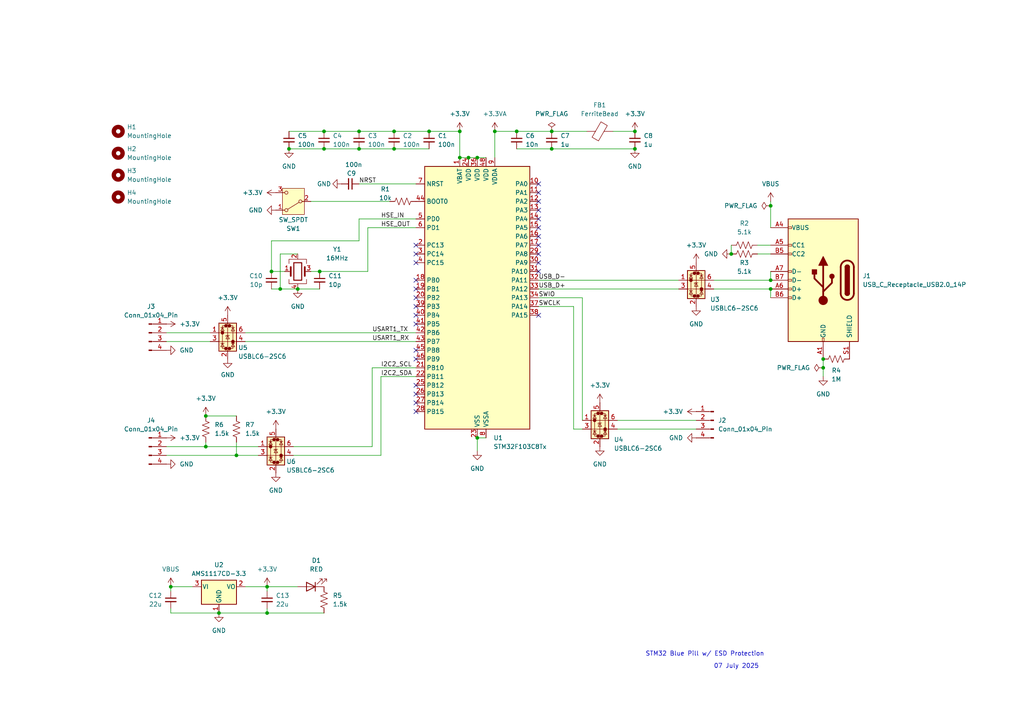
<source format=kicad_sch>
(kicad_sch
	(version 20250114)
	(generator "eeschema")
	(generator_version "9.0")
	(uuid "52184d74-c5a6-4fd2-9b48-499554ec8059")
	(paper "A4")
	(lib_symbols
		(symbol "Connector:Conn_01x04_Pin"
			(pin_names
				(offset 1.016)
				(hide yes)
			)
			(exclude_from_sim no)
			(in_bom yes)
			(on_board yes)
			(property "Reference" "J"
				(at 0 5.08 0)
				(effects
					(font
						(size 1.27 1.27)
					)
				)
			)
			(property "Value" "Conn_01x04_Pin"
				(at 0 -7.62 0)
				(effects
					(font
						(size 1.27 1.27)
					)
				)
			)
			(property "Footprint" ""
				(at 0 0 0)
				(effects
					(font
						(size 1.27 1.27)
					)
					(hide yes)
				)
			)
			(property "Datasheet" "~"
				(at 0 0 0)
				(effects
					(font
						(size 1.27 1.27)
					)
					(hide yes)
				)
			)
			(property "Description" "Generic connector, single row, 01x04, script generated"
				(at 0 0 0)
				(effects
					(font
						(size 1.27 1.27)
					)
					(hide yes)
				)
			)
			(property "ki_locked" ""
				(at 0 0 0)
				(effects
					(font
						(size 1.27 1.27)
					)
				)
			)
			(property "ki_keywords" "connector"
				(at 0 0 0)
				(effects
					(font
						(size 1.27 1.27)
					)
					(hide yes)
				)
			)
			(property "ki_fp_filters" "Connector*:*_1x??_*"
				(at 0 0 0)
				(effects
					(font
						(size 1.27 1.27)
					)
					(hide yes)
				)
			)
			(symbol "Conn_01x04_Pin_1_1"
				(rectangle
					(start 0.8636 2.667)
					(end 0 2.413)
					(stroke
						(width 0.1524)
						(type default)
					)
					(fill
						(type outline)
					)
				)
				(rectangle
					(start 0.8636 0.127)
					(end 0 -0.127)
					(stroke
						(width 0.1524)
						(type default)
					)
					(fill
						(type outline)
					)
				)
				(rectangle
					(start 0.8636 -2.413)
					(end 0 -2.667)
					(stroke
						(width 0.1524)
						(type default)
					)
					(fill
						(type outline)
					)
				)
				(rectangle
					(start 0.8636 -4.953)
					(end 0 -5.207)
					(stroke
						(width 0.1524)
						(type default)
					)
					(fill
						(type outline)
					)
				)
				(polyline
					(pts
						(xy 1.27 2.54) (xy 0.8636 2.54)
					)
					(stroke
						(width 0.1524)
						(type default)
					)
					(fill
						(type none)
					)
				)
				(polyline
					(pts
						(xy 1.27 0) (xy 0.8636 0)
					)
					(stroke
						(width 0.1524)
						(type default)
					)
					(fill
						(type none)
					)
				)
				(polyline
					(pts
						(xy 1.27 -2.54) (xy 0.8636 -2.54)
					)
					(stroke
						(width 0.1524)
						(type default)
					)
					(fill
						(type none)
					)
				)
				(polyline
					(pts
						(xy 1.27 -5.08) (xy 0.8636 -5.08)
					)
					(stroke
						(width 0.1524)
						(type default)
					)
					(fill
						(type none)
					)
				)
				(pin passive line
					(at 5.08 2.54 180)
					(length 3.81)
					(name "Pin_1"
						(effects
							(font
								(size 1.27 1.27)
							)
						)
					)
					(number "1"
						(effects
							(font
								(size 1.27 1.27)
							)
						)
					)
				)
				(pin passive line
					(at 5.08 0 180)
					(length 3.81)
					(name "Pin_2"
						(effects
							(font
								(size 1.27 1.27)
							)
						)
					)
					(number "2"
						(effects
							(font
								(size 1.27 1.27)
							)
						)
					)
				)
				(pin passive line
					(at 5.08 -2.54 180)
					(length 3.81)
					(name "Pin_3"
						(effects
							(font
								(size 1.27 1.27)
							)
						)
					)
					(number "3"
						(effects
							(font
								(size 1.27 1.27)
							)
						)
					)
				)
				(pin passive line
					(at 5.08 -5.08 180)
					(length 3.81)
					(name "Pin_4"
						(effects
							(font
								(size 1.27 1.27)
							)
						)
					)
					(number "4"
						(effects
							(font
								(size 1.27 1.27)
							)
						)
					)
				)
			)
			(embedded_fonts no)
		)
		(symbol "Connector:USB_C_Receptacle_USB2.0_14P"
			(pin_names
				(offset 1.016)
			)
			(exclude_from_sim no)
			(in_bom yes)
			(on_board yes)
			(property "Reference" "J"
				(at 0 22.225 0)
				(effects
					(font
						(size 1.27 1.27)
					)
				)
			)
			(property "Value" "USB_C_Receptacle_USB2.0_14P"
				(at 0 19.685 0)
				(effects
					(font
						(size 1.27 1.27)
					)
				)
			)
			(property "Footprint" ""
				(at 3.81 0 0)
				(effects
					(font
						(size 1.27 1.27)
					)
					(hide yes)
				)
			)
			(property "Datasheet" "https://www.usb.org/sites/default/files/documents/usb_type-c.zip"
				(at 3.81 0 0)
				(effects
					(font
						(size 1.27 1.27)
					)
					(hide yes)
				)
			)
			(property "Description" "USB 2.0-only 14P Type-C Receptacle connector"
				(at 0 0 0)
				(effects
					(font
						(size 1.27 1.27)
					)
					(hide yes)
				)
			)
			(property "ki_keywords" "usb universal serial bus type-C USB2.0"
				(at 0 0 0)
				(effects
					(font
						(size 1.27 1.27)
					)
					(hide yes)
				)
			)
			(property "ki_fp_filters" "USB*C*Receptacle*"
				(at 0 0 0)
				(effects
					(font
						(size 1.27 1.27)
					)
					(hide yes)
				)
			)
			(symbol "USB_C_Receptacle_USB2.0_14P_0_0"
				(rectangle
					(start -0.254 -17.78)
					(end 0.254 -16.764)
					(stroke
						(width 0)
						(type default)
					)
					(fill
						(type none)
					)
				)
				(rectangle
					(start 10.16 15.494)
					(end 9.144 14.986)
					(stroke
						(width 0)
						(type default)
					)
					(fill
						(type none)
					)
				)
				(rectangle
					(start 10.16 10.414)
					(end 9.144 9.906)
					(stroke
						(width 0)
						(type default)
					)
					(fill
						(type none)
					)
				)
				(rectangle
					(start 10.16 7.874)
					(end 9.144 7.366)
					(stroke
						(width 0)
						(type default)
					)
					(fill
						(type none)
					)
				)
				(rectangle
					(start 10.16 2.794)
					(end 9.144 2.286)
					(stroke
						(width 0)
						(type default)
					)
					(fill
						(type none)
					)
				)
				(rectangle
					(start 10.16 0.254)
					(end 9.144 -0.254)
					(stroke
						(width 0)
						(type default)
					)
					(fill
						(type none)
					)
				)
				(rectangle
					(start 10.16 -2.286)
					(end 9.144 -2.794)
					(stroke
						(width 0)
						(type default)
					)
					(fill
						(type none)
					)
				)
				(rectangle
					(start 10.16 -4.826)
					(end 9.144 -5.334)
					(stroke
						(width 0)
						(type default)
					)
					(fill
						(type none)
					)
				)
			)
			(symbol "USB_C_Receptacle_USB2.0_14P_0_1"
				(rectangle
					(start -10.16 17.78)
					(end 10.16 -17.78)
					(stroke
						(width 0.254)
						(type default)
					)
					(fill
						(type background)
					)
				)
				(polyline
					(pts
						(xy -8.89 -3.81) (xy -8.89 3.81)
					)
					(stroke
						(width 0.508)
						(type default)
					)
					(fill
						(type none)
					)
				)
				(rectangle
					(start -7.62 -3.81)
					(end -6.35 3.81)
					(stroke
						(width 0.254)
						(type default)
					)
					(fill
						(type outline)
					)
				)
				(arc
					(start -7.62 3.81)
					(mid -6.985 4.4423)
					(end -6.35 3.81)
					(stroke
						(width 0.254)
						(type default)
					)
					(fill
						(type none)
					)
				)
				(arc
					(start -7.62 3.81)
					(mid -6.985 4.4423)
					(end -6.35 3.81)
					(stroke
						(width 0.254)
						(type default)
					)
					(fill
						(type outline)
					)
				)
				(arc
					(start -8.89 3.81)
					(mid -6.985 5.7067)
					(end -5.08 3.81)
					(stroke
						(width 0.508)
						(type default)
					)
					(fill
						(type none)
					)
				)
				(arc
					(start -5.08 -3.81)
					(mid -6.985 -5.7067)
					(end -8.89 -3.81)
					(stroke
						(width 0.508)
						(type default)
					)
					(fill
						(type none)
					)
				)
				(arc
					(start -6.35 -3.81)
					(mid -6.985 -4.4423)
					(end -7.62 -3.81)
					(stroke
						(width 0.254)
						(type default)
					)
					(fill
						(type none)
					)
				)
				(arc
					(start -6.35 -3.81)
					(mid -6.985 -4.4423)
					(end -7.62 -3.81)
					(stroke
						(width 0.254)
						(type default)
					)
					(fill
						(type outline)
					)
				)
				(polyline
					(pts
						(xy -5.08 3.81) (xy -5.08 -3.81)
					)
					(stroke
						(width 0.508)
						(type default)
					)
					(fill
						(type none)
					)
				)
				(circle
					(center -2.54 1.143)
					(radius 0.635)
					(stroke
						(width 0.254)
						(type default)
					)
					(fill
						(type outline)
					)
				)
				(polyline
					(pts
						(xy -1.27 4.318) (xy 0 6.858) (xy 1.27 4.318) (xy -1.27 4.318)
					)
					(stroke
						(width 0.254)
						(type default)
					)
					(fill
						(type outline)
					)
				)
				(polyline
					(pts
						(xy 0 -2.032) (xy 2.54 0.508) (xy 2.54 1.778)
					)
					(stroke
						(width 0.508)
						(type default)
					)
					(fill
						(type none)
					)
				)
				(polyline
					(pts
						(xy 0 -3.302) (xy -2.54 -0.762) (xy -2.54 0.508)
					)
					(stroke
						(width 0.508)
						(type default)
					)
					(fill
						(type none)
					)
				)
				(polyline
					(pts
						(xy 0 -5.842) (xy 0 4.318)
					)
					(stroke
						(width 0.508)
						(type default)
					)
					(fill
						(type none)
					)
				)
				(circle
					(center 0 -5.842)
					(radius 1.27)
					(stroke
						(width 0)
						(type default)
					)
					(fill
						(type outline)
					)
				)
				(rectangle
					(start 1.905 1.778)
					(end 3.175 3.048)
					(stroke
						(width 0.254)
						(type default)
					)
					(fill
						(type outline)
					)
				)
			)
			(symbol "USB_C_Receptacle_USB2.0_14P_1_1"
				(pin passive line
					(at -7.62 -22.86 90)
					(length 5.08)
					(name "SHIELD"
						(effects
							(font
								(size 1.27 1.27)
							)
						)
					)
					(number "S1"
						(effects
							(font
								(size 1.27 1.27)
							)
						)
					)
				)
				(pin passive line
					(at 0 -22.86 90)
					(length 5.08)
					(name "GND"
						(effects
							(font
								(size 1.27 1.27)
							)
						)
					)
					(number "A1"
						(effects
							(font
								(size 1.27 1.27)
							)
						)
					)
				)
				(pin passive line
					(at 0 -22.86 90)
					(length 5.08)
					(hide yes)
					(name "GND"
						(effects
							(font
								(size 1.27 1.27)
							)
						)
					)
					(number "A12"
						(effects
							(font
								(size 1.27 1.27)
							)
						)
					)
				)
				(pin passive line
					(at 0 -22.86 90)
					(length 5.08)
					(hide yes)
					(name "GND"
						(effects
							(font
								(size 1.27 1.27)
							)
						)
					)
					(number "B1"
						(effects
							(font
								(size 1.27 1.27)
							)
						)
					)
				)
				(pin passive line
					(at 0 -22.86 90)
					(length 5.08)
					(hide yes)
					(name "GND"
						(effects
							(font
								(size 1.27 1.27)
							)
						)
					)
					(number "B12"
						(effects
							(font
								(size 1.27 1.27)
							)
						)
					)
				)
				(pin passive line
					(at 15.24 15.24 180)
					(length 5.08)
					(name "VBUS"
						(effects
							(font
								(size 1.27 1.27)
							)
						)
					)
					(number "A4"
						(effects
							(font
								(size 1.27 1.27)
							)
						)
					)
				)
				(pin passive line
					(at 15.24 15.24 180)
					(length 5.08)
					(hide yes)
					(name "VBUS"
						(effects
							(font
								(size 1.27 1.27)
							)
						)
					)
					(number "A9"
						(effects
							(font
								(size 1.27 1.27)
							)
						)
					)
				)
				(pin passive line
					(at 15.24 15.24 180)
					(length 5.08)
					(hide yes)
					(name "VBUS"
						(effects
							(font
								(size 1.27 1.27)
							)
						)
					)
					(number "B4"
						(effects
							(font
								(size 1.27 1.27)
							)
						)
					)
				)
				(pin passive line
					(at 15.24 15.24 180)
					(length 5.08)
					(hide yes)
					(name "VBUS"
						(effects
							(font
								(size 1.27 1.27)
							)
						)
					)
					(number "B9"
						(effects
							(font
								(size 1.27 1.27)
							)
						)
					)
				)
				(pin bidirectional line
					(at 15.24 10.16 180)
					(length 5.08)
					(name "CC1"
						(effects
							(font
								(size 1.27 1.27)
							)
						)
					)
					(number "A5"
						(effects
							(font
								(size 1.27 1.27)
							)
						)
					)
				)
				(pin bidirectional line
					(at 15.24 7.62 180)
					(length 5.08)
					(name "CC2"
						(effects
							(font
								(size 1.27 1.27)
							)
						)
					)
					(number "B5"
						(effects
							(font
								(size 1.27 1.27)
							)
						)
					)
				)
				(pin bidirectional line
					(at 15.24 2.54 180)
					(length 5.08)
					(name "D-"
						(effects
							(font
								(size 1.27 1.27)
							)
						)
					)
					(number "A7"
						(effects
							(font
								(size 1.27 1.27)
							)
						)
					)
				)
				(pin bidirectional line
					(at 15.24 0 180)
					(length 5.08)
					(name "D-"
						(effects
							(font
								(size 1.27 1.27)
							)
						)
					)
					(number "B7"
						(effects
							(font
								(size 1.27 1.27)
							)
						)
					)
				)
				(pin bidirectional line
					(at 15.24 -2.54 180)
					(length 5.08)
					(name "D+"
						(effects
							(font
								(size 1.27 1.27)
							)
						)
					)
					(number "A6"
						(effects
							(font
								(size 1.27 1.27)
							)
						)
					)
				)
				(pin bidirectional line
					(at 15.24 -5.08 180)
					(length 5.08)
					(name "D+"
						(effects
							(font
								(size 1.27 1.27)
							)
						)
					)
					(number "B6"
						(effects
							(font
								(size 1.27 1.27)
							)
						)
					)
				)
			)
			(embedded_fonts no)
		)
		(symbol "Device:C_Small"
			(pin_numbers
				(hide yes)
			)
			(pin_names
				(offset 0.254)
				(hide yes)
			)
			(exclude_from_sim no)
			(in_bom yes)
			(on_board yes)
			(property "Reference" "C"
				(at 0.254 1.778 0)
				(effects
					(font
						(size 1.27 1.27)
					)
					(justify left)
				)
			)
			(property "Value" "C_Small"
				(at 0.254 -2.032 0)
				(effects
					(font
						(size 1.27 1.27)
					)
					(justify left)
				)
			)
			(property "Footprint" ""
				(at 0 0 0)
				(effects
					(font
						(size 1.27 1.27)
					)
					(hide yes)
				)
			)
			(property "Datasheet" "~"
				(at 0 0 0)
				(effects
					(font
						(size 1.27 1.27)
					)
					(hide yes)
				)
			)
			(property "Description" "Unpolarized capacitor, small symbol"
				(at 0 0 0)
				(effects
					(font
						(size 1.27 1.27)
					)
					(hide yes)
				)
			)
			(property "ki_keywords" "capacitor cap"
				(at 0 0 0)
				(effects
					(font
						(size 1.27 1.27)
					)
					(hide yes)
				)
			)
			(property "ki_fp_filters" "C_*"
				(at 0 0 0)
				(effects
					(font
						(size 1.27 1.27)
					)
					(hide yes)
				)
			)
			(symbol "C_Small_0_1"
				(polyline
					(pts
						(xy -1.524 0.508) (xy 1.524 0.508)
					)
					(stroke
						(width 0.3048)
						(type default)
					)
					(fill
						(type none)
					)
				)
				(polyline
					(pts
						(xy -1.524 -0.508) (xy 1.524 -0.508)
					)
					(stroke
						(width 0.3302)
						(type default)
					)
					(fill
						(type none)
					)
				)
			)
			(symbol "C_Small_1_1"
				(pin passive line
					(at 0 2.54 270)
					(length 2.032)
					(name "~"
						(effects
							(font
								(size 1.27 1.27)
							)
						)
					)
					(number "1"
						(effects
							(font
								(size 1.27 1.27)
							)
						)
					)
				)
				(pin passive line
					(at 0 -2.54 90)
					(length 2.032)
					(name "~"
						(effects
							(font
								(size 1.27 1.27)
							)
						)
					)
					(number "2"
						(effects
							(font
								(size 1.27 1.27)
							)
						)
					)
				)
			)
			(embedded_fonts no)
		)
		(symbol "Device:Crystal_GND24"
			(pin_names
				(offset 1.016)
				(hide yes)
			)
			(exclude_from_sim no)
			(in_bom yes)
			(on_board yes)
			(property "Reference" "Y"
				(at 3.175 5.08 0)
				(effects
					(font
						(size 1.27 1.27)
					)
					(justify left)
				)
			)
			(property "Value" "Crystal_GND24"
				(at 3.175 3.175 0)
				(effects
					(font
						(size 1.27 1.27)
					)
					(justify left)
				)
			)
			(property "Footprint" ""
				(at 0 0 0)
				(effects
					(font
						(size 1.27 1.27)
					)
					(hide yes)
				)
			)
			(property "Datasheet" "~"
				(at 0 0 0)
				(effects
					(font
						(size 1.27 1.27)
					)
					(hide yes)
				)
			)
			(property "Description" "Four pin crystal, GND on pins 2 and 4"
				(at 0 0 0)
				(effects
					(font
						(size 1.27 1.27)
					)
					(hide yes)
				)
			)
			(property "ki_keywords" "quartz ceramic resonator oscillator"
				(at 0 0 0)
				(effects
					(font
						(size 1.27 1.27)
					)
					(hide yes)
				)
			)
			(property "ki_fp_filters" "Crystal*"
				(at 0 0 0)
				(effects
					(font
						(size 1.27 1.27)
					)
					(hide yes)
				)
			)
			(symbol "Crystal_GND24_0_1"
				(polyline
					(pts
						(xy -2.54 2.286) (xy -2.54 3.556) (xy 2.54 3.556) (xy 2.54 2.286)
					)
					(stroke
						(width 0)
						(type default)
					)
					(fill
						(type none)
					)
				)
				(polyline
					(pts
						(xy -2.54 0) (xy -2.032 0)
					)
					(stroke
						(width 0)
						(type default)
					)
					(fill
						(type none)
					)
				)
				(polyline
					(pts
						(xy -2.54 -2.286) (xy -2.54 -3.556) (xy 2.54 -3.556) (xy 2.54 -2.286)
					)
					(stroke
						(width 0)
						(type default)
					)
					(fill
						(type none)
					)
				)
				(polyline
					(pts
						(xy -2.032 -1.27) (xy -2.032 1.27)
					)
					(stroke
						(width 0.508)
						(type default)
					)
					(fill
						(type none)
					)
				)
				(rectangle
					(start -1.143 2.54)
					(end 1.143 -2.54)
					(stroke
						(width 0.3048)
						(type default)
					)
					(fill
						(type none)
					)
				)
				(polyline
					(pts
						(xy 0 3.556) (xy 0 3.81)
					)
					(stroke
						(width 0)
						(type default)
					)
					(fill
						(type none)
					)
				)
				(polyline
					(pts
						(xy 0 -3.81) (xy 0 -3.556)
					)
					(stroke
						(width 0)
						(type default)
					)
					(fill
						(type none)
					)
				)
				(polyline
					(pts
						(xy 2.032 0) (xy 2.54 0)
					)
					(stroke
						(width 0)
						(type default)
					)
					(fill
						(type none)
					)
				)
				(polyline
					(pts
						(xy 2.032 -1.27) (xy 2.032 1.27)
					)
					(stroke
						(width 0.508)
						(type default)
					)
					(fill
						(type none)
					)
				)
			)
			(symbol "Crystal_GND24_1_1"
				(pin passive line
					(at -3.81 0 0)
					(length 1.27)
					(name "1"
						(effects
							(font
								(size 1.27 1.27)
							)
						)
					)
					(number "1"
						(effects
							(font
								(size 1.27 1.27)
							)
						)
					)
				)
				(pin passive line
					(at 0 5.08 270)
					(length 1.27)
					(name "2"
						(effects
							(font
								(size 1.27 1.27)
							)
						)
					)
					(number "2"
						(effects
							(font
								(size 1.27 1.27)
							)
						)
					)
				)
				(pin passive line
					(at 0 -5.08 90)
					(length 1.27)
					(name "4"
						(effects
							(font
								(size 1.27 1.27)
							)
						)
					)
					(number "4"
						(effects
							(font
								(size 1.27 1.27)
							)
						)
					)
				)
				(pin passive line
					(at 3.81 0 180)
					(length 1.27)
					(name "3"
						(effects
							(font
								(size 1.27 1.27)
							)
						)
					)
					(number "3"
						(effects
							(font
								(size 1.27 1.27)
							)
						)
					)
				)
			)
			(embedded_fonts no)
		)
		(symbol "Device:FerriteBead"
			(pin_numbers
				(hide yes)
			)
			(pin_names
				(offset 0)
			)
			(exclude_from_sim no)
			(in_bom yes)
			(on_board yes)
			(property "Reference" "FB"
				(at -3.81 0.635 90)
				(effects
					(font
						(size 1.27 1.27)
					)
				)
			)
			(property "Value" "FerriteBead"
				(at 3.81 0 90)
				(effects
					(font
						(size 1.27 1.27)
					)
				)
			)
			(property "Footprint" ""
				(at -1.778 0 90)
				(effects
					(font
						(size 1.27 1.27)
					)
					(hide yes)
				)
			)
			(property "Datasheet" "~"
				(at 0 0 0)
				(effects
					(font
						(size 1.27 1.27)
					)
					(hide yes)
				)
			)
			(property "Description" "Ferrite bead"
				(at 0 0 0)
				(effects
					(font
						(size 1.27 1.27)
					)
					(hide yes)
				)
			)
			(property "ki_keywords" "L ferrite bead inductor filter"
				(at 0 0 0)
				(effects
					(font
						(size 1.27 1.27)
					)
					(hide yes)
				)
			)
			(property "ki_fp_filters" "Inductor_* L_* *Ferrite*"
				(at 0 0 0)
				(effects
					(font
						(size 1.27 1.27)
					)
					(hide yes)
				)
			)
			(symbol "FerriteBead_0_1"
				(polyline
					(pts
						(xy -2.7686 0.4064) (xy -1.7018 2.2606) (xy 2.7686 -0.3048) (xy 1.6764 -2.159) (xy -2.7686 0.4064)
					)
					(stroke
						(width 0)
						(type default)
					)
					(fill
						(type none)
					)
				)
				(polyline
					(pts
						(xy 0 1.27) (xy 0 1.2954)
					)
					(stroke
						(width 0)
						(type default)
					)
					(fill
						(type none)
					)
				)
				(polyline
					(pts
						(xy 0 -1.27) (xy 0 -1.2192)
					)
					(stroke
						(width 0)
						(type default)
					)
					(fill
						(type none)
					)
				)
			)
			(symbol "FerriteBead_1_1"
				(pin passive line
					(at 0 3.81 270)
					(length 2.54)
					(name "~"
						(effects
							(font
								(size 1.27 1.27)
							)
						)
					)
					(number "1"
						(effects
							(font
								(size 1.27 1.27)
							)
						)
					)
				)
				(pin passive line
					(at 0 -3.81 90)
					(length 2.54)
					(name "~"
						(effects
							(font
								(size 1.27 1.27)
							)
						)
					)
					(number "2"
						(effects
							(font
								(size 1.27 1.27)
							)
						)
					)
				)
			)
			(embedded_fonts no)
		)
		(symbol "Device:LED"
			(pin_numbers
				(hide yes)
			)
			(pin_names
				(offset 1.016)
				(hide yes)
			)
			(exclude_from_sim no)
			(in_bom yes)
			(on_board yes)
			(property "Reference" "D"
				(at 0 2.54 0)
				(effects
					(font
						(size 1.27 1.27)
					)
				)
			)
			(property "Value" "LED"
				(at 0 -2.54 0)
				(effects
					(font
						(size 1.27 1.27)
					)
				)
			)
			(property "Footprint" ""
				(at 0 0 0)
				(effects
					(font
						(size 1.27 1.27)
					)
					(hide yes)
				)
			)
			(property "Datasheet" "~"
				(at 0 0 0)
				(effects
					(font
						(size 1.27 1.27)
					)
					(hide yes)
				)
			)
			(property "Description" "Light emitting diode"
				(at 0 0 0)
				(effects
					(font
						(size 1.27 1.27)
					)
					(hide yes)
				)
			)
			(property "Sim.Pins" "1=K 2=A"
				(at 0 0 0)
				(effects
					(font
						(size 1.27 1.27)
					)
					(hide yes)
				)
			)
			(property "ki_keywords" "LED diode"
				(at 0 0 0)
				(effects
					(font
						(size 1.27 1.27)
					)
					(hide yes)
				)
			)
			(property "ki_fp_filters" "LED* LED_SMD:* LED_THT:*"
				(at 0 0 0)
				(effects
					(font
						(size 1.27 1.27)
					)
					(hide yes)
				)
			)
			(symbol "LED_0_1"
				(polyline
					(pts
						(xy -3.048 -0.762) (xy -4.572 -2.286) (xy -3.81 -2.286) (xy -4.572 -2.286) (xy -4.572 -1.524)
					)
					(stroke
						(width 0)
						(type default)
					)
					(fill
						(type none)
					)
				)
				(polyline
					(pts
						(xy -1.778 -0.762) (xy -3.302 -2.286) (xy -2.54 -2.286) (xy -3.302 -2.286) (xy -3.302 -1.524)
					)
					(stroke
						(width 0)
						(type default)
					)
					(fill
						(type none)
					)
				)
				(polyline
					(pts
						(xy -1.27 0) (xy 1.27 0)
					)
					(stroke
						(width 0)
						(type default)
					)
					(fill
						(type none)
					)
				)
				(polyline
					(pts
						(xy -1.27 -1.27) (xy -1.27 1.27)
					)
					(stroke
						(width 0.254)
						(type default)
					)
					(fill
						(type none)
					)
				)
				(polyline
					(pts
						(xy 1.27 -1.27) (xy 1.27 1.27) (xy -1.27 0) (xy 1.27 -1.27)
					)
					(stroke
						(width 0.254)
						(type default)
					)
					(fill
						(type none)
					)
				)
			)
			(symbol "LED_1_1"
				(pin passive line
					(at -3.81 0 0)
					(length 2.54)
					(name "K"
						(effects
							(font
								(size 1.27 1.27)
							)
						)
					)
					(number "1"
						(effects
							(font
								(size 1.27 1.27)
							)
						)
					)
				)
				(pin passive line
					(at 3.81 0 180)
					(length 2.54)
					(name "A"
						(effects
							(font
								(size 1.27 1.27)
							)
						)
					)
					(number "2"
						(effects
							(font
								(size 1.27 1.27)
							)
						)
					)
				)
			)
			(embedded_fonts no)
		)
		(symbol "Device:R_US"
			(pin_numbers
				(hide yes)
			)
			(pin_names
				(offset 0)
			)
			(exclude_from_sim no)
			(in_bom yes)
			(on_board yes)
			(property "Reference" "R"
				(at 2.54 0 90)
				(effects
					(font
						(size 1.27 1.27)
					)
				)
			)
			(property "Value" "R_US"
				(at -2.54 0 90)
				(effects
					(font
						(size 1.27 1.27)
					)
				)
			)
			(property "Footprint" ""
				(at 1.016 -0.254 90)
				(effects
					(font
						(size 1.27 1.27)
					)
					(hide yes)
				)
			)
			(property "Datasheet" "~"
				(at 0 0 0)
				(effects
					(font
						(size 1.27 1.27)
					)
					(hide yes)
				)
			)
			(property "Description" "Resistor, US symbol"
				(at 0 0 0)
				(effects
					(font
						(size 1.27 1.27)
					)
					(hide yes)
				)
			)
			(property "ki_keywords" "R res resistor"
				(at 0 0 0)
				(effects
					(font
						(size 1.27 1.27)
					)
					(hide yes)
				)
			)
			(property "ki_fp_filters" "R_*"
				(at 0 0 0)
				(effects
					(font
						(size 1.27 1.27)
					)
					(hide yes)
				)
			)
			(symbol "R_US_0_1"
				(polyline
					(pts
						(xy 0 2.286) (xy 0 2.54)
					)
					(stroke
						(width 0)
						(type default)
					)
					(fill
						(type none)
					)
				)
				(polyline
					(pts
						(xy 0 2.286) (xy 1.016 1.905) (xy 0 1.524) (xy -1.016 1.143) (xy 0 0.762)
					)
					(stroke
						(width 0)
						(type default)
					)
					(fill
						(type none)
					)
				)
				(polyline
					(pts
						(xy 0 0.762) (xy 1.016 0.381) (xy 0 0) (xy -1.016 -0.381) (xy 0 -0.762)
					)
					(stroke
						(width 0)
						(type default)
					)
					(fill
						(type none)
					)
				)
				(polyline
					(pts
						(xy 0 -0.762) (xy 1.016 -1.143) (xy 0 -1.524) (xy -1.016 -1.905) (xy 0 -2.286)
					)
					(stroke
						(width 0)
						(type default)
					)
					(fill
						(type none)
					)
				)
				(polyline
					(pts
						(xy 0 -2.286) (xy 0 -2.54)
					)
					(stroke
						(width 0)
						(type default)
					)
					(fill
						(type none)
					)
				)
			)
			(symbol "R_US_1_1"
				(pin passive line
					(at 0 3.81 270)
					(length 1.27)
					(name "~"
						(effects
							(font
								(size 1.27 1.27)
							)
						)
					)
					(number "1"
						(effects
							(font
								(size 1.27 1.27)
							)
						)
					)
				)
				(pin passive line
					(at 0 -3.81 90)
					(length 1.27)
					(name "~"
						(effects
							(font
								(size 1.27 1.27)
							)
						)
					)
					(number "2"
						(effects
							(font
								(size 1.27 1.27)
							)
						)
					)
				)
			)
			(embedded_fonts no)
		)
		(symbol "MCU_ST_STM32F1:STM32F103C8Tx"
			(exclude_from_sim no)
			(in_bom yes)
			(on_board yes)
			(property "Reference" "U"
				(at -15.24 39.37 0)
				(effects
					(font
						(size 1.27 1.27)
					)
					(justify left)
				)
			)
			(property "Value" "STM32F103C8Tx"
				(at 7.62 39.37 0)
				(effects
					(font
						(size 1.27 1.27)
					)
					(justify left)
				)
			)
			(property "Footprint" "Package_QFP:LQFP-48_7x7mm_P0.5mm"
				(at -15.24 -38.1 0)
				(effects
					(font
						(size 1.27 1.27)
					)
					(justify right)
					(hide yes)
				)
			)
			(property "Datasheet" "https://www.st.com/resource/en/datasheet/stm32f103c8.pdf"
				(at 0 0 0)
				(effects
					(font
						(size 1.27 1.27)
					)
					(hide yes)
				)
			)
			(property "Description" "STMicroelectronics Arm Cortex-M3 MCU, 64KB flash, 20KB RAM, 72 MHz, 2.0-3.6V, 37 GPIO, LQFP48"
				(at 0 0 0)
				(effects
					(font
						(size 1.27 1.27)
					)
					(hide yes)
				)
			)
			(property "ki_keywords" "Arm Cortex-M3 STM32F1 STM32F103"
				(at 0 0 0)
				(effects
					(font
						(size 1.27 1.27)
					)
					(hide yes)
				)
			)
			(property "ki_fp_filters" "LQFP*7x7mm*P0.5mm*"
				(at 0 0 0)
				(effects
					(font
						(size 1.27 1.27)
					)
					(hide yes)
				)
			)
			(symbol "STM32F103C8Tx_0_1"
				(rectangle
					(start -15.24 -38.1)
					(end 15.24 38.1)
					(stroke
						(width 0.254)
						(type default)
					)
					(fill
						(type background)
					)
				)
			)
			(symbol "STM32F103C8Tx_1_1"
				(pin input line
					(at -17.78 33.02 0)
					(length 2.54)
					(name "NRST"
						(effects
							(font
								(size 1.27 1.27)
							)
						)
					)
					(number "7"
						(effects
							(font
								(size 1.27 1.27)
							)
						)
					)
				)
				(pin input line
					(at -17.78 27.94 0)
					(length 2.54)
					(name "BOOT0"
						(effects
							(font
								(size 1.27 1.27)
							)
						)
					)
					(number "44"
						(effects
							(font
								(size 1.27 1.27)
							)
						)
					)
				)
				(pin bidirectional line
					(at -17.78 22.86 0)
					(length 2.54)
					(name "PD0"
						(effects
							(font
								(size 1.27 1.27)
							)
						)
					)
					(number "5"
						(effects
							(font
								(size 1.27 1.27)
							)
						)
					)
					(alternate "RCC_OSC_IN" bidirectional line)
				)
				(pin bidirectional line
					(at -17.78 20.32 0)
					(length 2.54)
					(name "PD1"
						(effects
							(font
								(size 1.27 1.27)
							)
						)
					)
					(number "6"
						(effects
							(font
								(size 1.27 1.27)
							)
						)
					)
					(alternate "RCC_OSC_OUT" bidirectional line)
				)
				(pin bidirectional line
					(at -17.78 15.24 0)
					(length 2.54)
					(name "PC13"
						(effects
							(font
								(size 1.27 1.27)
							)
						)
					)
					(number "2"
						(effects
							(font
								(size 1.27 1.27)
							)
						)
					)
					(alternate "RTC_OUT" bidirectional line)
					(alternate "RTC_TAMPER" bidirectional line)
				)
				(pin bidirectional line
					(at -17.78 12.7 0)
					(length 2.54)
					(name "PC14"
						(effects
							(font
								(size 1.27 1.27)
							)
						)
					)
					(number "3"
						(effects
							(font
								(size 1.27 1.27)
							)
						)
					)
					(alternate "RCC_OSC32_IN" bidirectional line)
				)
				(pin bidirectional line
					(at -17.78 10.16 0)
					(length 2.54)
					(name "PC15"
						(effects
							(font
								(size 1.27 1.27)
							)
						)
					)
					(number "4"
						(effects
							(font
								(size 1.27 1.27)
							)
						)
					)
					(alternate "ADC1_EXTI15" bidirectional line)
					(alternate "ADC2_EXTI15" bidirectional line)
					(alternate "RCC_OSC32_OUT" bidirectional line)
				)
				(pin bidirectional line
					(at -17.78 5.08 0)
					(length 2.54)
					(name "PB0"
						(effects
							(font
								(size 1.27 1.27)
							)
						)
					)
					(number "18"
						(effects
							(font
								(size 1.27 1.27)
							)
						)
					)
					(alternate "ADC1_IN8" bidirectional line)
					(alternate "ADC2_IN8" bidirectional line)
					(alternate "TIM1_CH2N" bidirectional line)
					(alternate "TIM3_CH3" bidirectional line)
				)
				(pin bidirectional line
					(at -17.78 2.54 0)
					(length 2.54)
					(name "PB1"
						(effects
							(font
								(size 1.27 1.27)
							)
						)
					)
					(number "19"
						(effects
							(font
								(size 1.27 1.27)
							)
						)
					)
					(alternate "ADC1_IN9" bidirectional line)
					(alternate "ADC2_IN9" bidirectional line)
					(alternate "TIM1_CH3N" bidirectional line)
					(alternate "TIM3_CH4" bidirectional line)
				)
				(pin bidirectional line
					(at -17.78 0 0)
					(length 2.54)
					(name "PB2"
						(effects
							(font
								(size 1.27 1.27)
							)
						)
					)
					(number "20"
						(effects
							(font
								(size 1.27 1.27)
							)
						)
					)
				)
				(pin bidirectional line
					(at -17.78 -2.54 0)
					(length 2.54)
					(name "PB3"
						(effects
							(font
								(size 1.27 1.27)
							)
						)
					)
					(number "39"
						(effects
							(font
								(size 1.27 1.27)
							)
						)
					)
					(alternate "SPI1_SCK" bidirectional line)
					(alternate "SYS_JTDO-TRACESWO" bidirectional line)
					(alternate "TIM2_CH2" bidirectional line)
				)
				(pin bidirectional line
					(at -17.78 -5.08 0)
					(length 2.54)
					(name "PB4"
						(effects
							(font
								(size 1.27 1.27)
							)
						)
					)
					(number "40"
						(effects
							(font
								(size 1.27 1.27)
							)
						)
					)
					(alternate "SPI1_MISO" bidirectional line)
					(alternate "SYS_NJTRST" bidirectional line)
					(alternate "TIM3_CH1" bidirectional line)
				)
				(pin bidirectional line
					(at -17.78 -7.62 0)
					(length 2.54)
					(name "PB5"
						(effects
							(font
								(size 1.27 1.27)
							)
						)
					)
					(number "41"
						(effects
							(font
								(size 1.27 1.27)
							)
						)
					)
					(alternate "I2C1_SMBA" bidirectional line)
					(alternate "SPI1_MOSI" bidirectional line)
					(alternate "TIM3_CH2" bidirectional line)
				)
				(pin bidirectional line
					(at -17.78 -10.16 0)
					(length 2.54)
					(name "PB6"
						(effects
							(font
								(size 1.27 1.27)
							)
						)
					)
					(number "42"
						(effects
							(font
								(size 1.27 1.27)
							)
						)
					)
					(alternate "I2C1_SCL" bidirectional line)
					(alternate "TIM4_CH1" bidirectional line)
					(alternate "USART1_TX" bidirectional line)
				)
				(pin bidirectional line
					(at -17.78 -12.7 0)
					(length 2.54)
					(name "PB7"
						(effects
							(font
								(size 1.27 1.27)
							)
						)
					)
					(number "43"
						(effects
							(font
								(size 1.27 1.27)
							)
						)
					)
					(alternate "I2C1_SDA" bidirectional line)
					(alternate "TIM4_CH2" bidirectional line)
					(alternate "USART1_RX" bidirectional line)
				)
				(pin bidirectional line
					(at -17.78 -15.24 0)
					(length 2.54)
					(name "PB8"
						(effects
							(font
								(size 1.27 1.27)
							)
						)
					)
					(number "45"
						(effects
							(font
								(size 1.27 1.27)
							)
						)
					)
					(alternate "CAN_RX" bidirectional line)
					(alternate "I2C1_SCL" bidirectional line)
					(alternate "TIM4_CH3" bidirectional line)
				)
				(pin bidirectional line
					(at -17.78 -17.78 0)
					(length 2.54)
					(name "PB9"
						(effects
							(font
								(size 1.27 1.27)
							)
						)
					)
					(number "46"
						(effects
							(font
								(size 1.27 1.27)
							)
						)
					)
					(alternate "CAN_TX" bidirectional line)
					(alternate "I2C1_SDA" bidirectional line)
					(alternate "TIM4_CH4" bidirectional line)
				)
				(pin bidirectional line
					(at -17.78 -20.32 0)
					(length 2.54)
					(name "PB10"
						(effects
							(font
								(size 1.27 1.27)
							)
						)
					)
					(number "21"
						(effects
							(font
								(size 1.27 1.27)
							)
						)
					)
					(alternate "I2C2_SCL" bidirectional line)
					(alternate "TIM2_CH3" bidirectional line)
					(alternate "USART3_TX" bidirectional line)
				)
				(pin bidirectional line
					(at -17.78 -22.86 0)
					(length 2.54)
					(name "PB11"
						(effects
							(font
								(size 1.27 1.27)
							)
						)
					)
					(number "22"
						(effects
							(font
								(size 1.27 1.27)
							)
						)
					)
					(alternate "ADC1_EXTI11" bidirectional line)
					(alternate "ADC2_EXTI11" bidirectional line)
					(alternate "I2C2_SDA" bidirectional line)
					(alternate "TIM2_CH4" bidirectional line)
					(alternate "USART3_RX" bidirectional line)
				)
				(pin bidirectional line
					(at -17.78 -25.4 0)
					(length 2.54)
					(name "PB12"
						(effects
							(font
								(size 1.27 1.27)
							)
						)
					)
					(number "25"
						(effects
							(font
								(size 1.27 1.27)
							)
						)
					)
					(alternate "I2C2_SMBA" bidirectional line)
					(alternate "SPI2_NSS" bidirectional line)
					(alternate "TIM1_BKIN" bidirectional line)
					(alternate "USART3_CK" bidirectional line)
				)
				(pin bidirectional line
					(at -17.78 -27.94 0)
					(length 2.54)
					(name "PB13"
						(effects
							(font
								(size 1.27 1.27)
							)
						)
					)
					(number "26"
						(effects
							(font
								(size 1.27 1.27)
							)
						)
					)
					(alternate "SPI2_SCK" bidirectional line)
					(alternate "TIM1_CH1N" bidirectional line)
					(alternate "USART3_CTS" bidirectional line)
				)
				(pin bidirectional line
					(at -17.78 -30.48 0)
					(length 2.54)
					(name "PB14"
						(effects
							(font
								(size 1.27 1.27)
							)
						)
					)
					(number "27"
						(effects
							(font
								(size 1.27 1.27)
							)
						)
					)
					(alternate "SPI2_MISO" bidirectional line)
					(alternate "TIM1_CH2N" bidirectional line)
					(alternate "USART3_RTS" bidirectional line)
				)
				(pin bidirectional line
					(at -17.78 -33.02 0)
					(length 2.54)
					(name "PB15"
						(effects
							(font
								(size 1.27 1.27)
							)
						)
					)
					(number "28"
						(effects
							(font
								(size 1.27 1.27)
							)
						)
					)
					(alternate "ADC1_EXTI15" bidirectional line)
					(alternate "ADC2_EXTI15" bidirectional line)
					(alternate "SPI2_MOSI" bidirectional line)
					(alternate "TIM1_CH3N" bidirectional line)
				)
				(pin power_in line
					(at -5.08 40.64 270)
					(length 2.54)
					(name "VBAT"
						(effects
							(font
								(size 1.27 1.27)
							)
						)
					)
					(number "1"
						(effects
							(font
								(size 1.27 1.27)
							)
						)
					)
				)
				(pin power_in line
					(at -2.54 40.64 270)
					(length 2.54)
					(name "VDD"
						(effects
							(font
								(size 1.27 1.27)
							)
						)
					)
					(number "24"
						(effects
							(font
								(size 1.27 1.27)
							)
						)
					)
				)
				(pin power_in line
					(at 0 40.64 270)
					(length 2.54)
					(name "VDD"
						(effects
							(font
								(size 1.27 1.27)
							)
						)
					)
					(number "36"
						(effects
							(font
								(size 1.27 1.27)
							)
						)
					)
				)
				(pin power_in line
					(at 0 -40.64 90)
					(length 2.54)
					(name "VSS"
						(effects
							(font
								(size 1.27 1.27)
							)
						)
					)
					(number "23"
						(effects
							(font
								(size 1.27 1.27)
							)
						)
					)
				)
				(pin passive line
					(at 0 -40.64 90)
					(length 2.54)
					(hide yes)
					(name "VSS"
						(effects
							(font
								(size 1.27 1.27)
							)
						)
					)
					(number "35"
						(effects
							(font
								(size 1.27 1.27)
							)
						)
					)
				)
				(pin passive line
					(at 0 -40.64 90)
					(length 2.54)
					(hide yes)
					(name "VSS"
						(effects
							(font
								(size 1.27 1.27)
							)
						)
					)
					(number "47"
						(effects
							(font
								(size 1.27 1.27)
							)
						)
					)
				)
				(pin power_in line
					(at 2.54 40.64 270)
					(length 2.54)
					(name "VDD"
						(effects
							(font
								(size 1.27 1.27)
							)
						)
					)
					(number "48"
						(effects
							(font
								(size 1.27 1.27)
							)
						)
					)
				)
				(pin power_in line
					(at 2.54 -40.64 90)
					(length 2.54)
					(name "VSSA"
						(effects
							(font
								(size 1.27 1.27)
							)
						)
					)
					(number "8"
						(effects
							(font
								(size 1.27 1.27)
							)
						)
					)
				)
				(pin power_in line
					(at 5.08 40.64 270)
					(length 2.54)
					(name "VDDA"
						(effects
							(font
								(size 1.27 1.27)
							)
						)
					)
					(number "9"
						(effects
							(font
								(size 1.27 1.27)
							)
						)
					)
				)
				(pin bidirectional line
					(at 17.78 33.02 180)
					(length 2.54)
					(name "PA0"
						(effects
							(font
								(size 1.27 1.27)
							)
						)
					)
					(number "10"
						(effects
							(font
								(size 1.27 1.27)
							)
						)
					)
					(alternate "ADC1_IN0" bidirectional line)
					(alternate "ADC2_IN0" bidirectional line)
					(alternate "SYS_WKUP" bidirectional line)
					(alternate "TIM2_CH1" bidirectional line)
					(alternate "TIM2_ETR" bidirectional line)
					(alternate "USART2_CTS" bidirectional line)
				)
				(pin bidirectional line
					(at 17.78 30.48 180)
					(length 2.54)
					(name "PA1"
						(effects
							(font
								(size 1.27 1.27)
							)
						)
					)
					(number "11"
						(effects
							(font
								(size 1.27 1.27)
							)
						)
					)
					(alternate "ADC1_IN1" bidirectional line)
					(alternate "ADC2_IN1" bidirectional line)
					(alternate "TIM2_CH2" bidirectional line)
					(alternate "USART2_RTS" bidirectional line)
				)
				(pin bidirectional line
					(at 17.78 27.94 180)
					(length 2.54)
					(name "PA2"
						(effects
							(font
								(size 1.27 1.27)
							)
						)
					)
					(number "12"
						(effects
							(font
								(size 1.27 1.27)
							)
						)
					)
					(alternate "ADC1_IN2" bidirectional line)
					(alternate "ADC2_IN2" bidirectional line)
					(alternate "TIM2_CH3" bidirectional line)
					(alternate "USART2_TX" bidirectional line)
				)
				(pin bidirectional line
					(at 17.78 25.4 180)
					(length 2.54)
					(name "PA3"
						(effects
							(font
								(size 1.27 1.27)
							)
						)
					)
					(number "13"
						(effects
							(font
								(size 1.27 1.27)
							)
						)
					)
					(alternate "ADC1_IN3" bidirectional line)
					(alternate "ADC2_IN3" bidirectional line)
					(alternate "TIM2_CH4" bidirectional line)
					(alternate "USART2_RX" bidirectional line)
				)
				(pin bidirectional line
					(at 17.78 22.86 180)
					(length 2.54)
					(name "PA4"
						(effects
							(font
								(size 1.27 1.27)
							)
						)
					)
					(number "14"
						(effects
							(font
								(size 1.27 1.27)
							)
						)
					)
					(alternate "ADC1_IN4" bidirectional line)
					(alternate "ADC2_IN4" bidirectional line)
					(alternate "SPI1_NSS" bidirectional line)
					(alternate "USART2_CK" bidirectional line)
				)
				(pin bidirectional line
					(at 17.78 20.32 180)
					(length 2.54)
					(name "PA5"
						(effects
							(font
								(size 1.27 1.27)
							)
						)
					)
					(number "15"
						(effects
							(font
								(size 1.27 1.27)
							)
						)
					)
					(alternate "ADC1_IN5" bidirectional line)
					(alternate "ADC2_IN5" bidirectional line)
					(alternate "SPI1_SCK" bidirectional line)
				)
				(pin bidirectional line
					(at 17.78 17.78 180)
					(length 2.54)
					(name "PA6"
						(effects
							(font
								(size 1.27 1.27)
							)
						)
					)
					(number "16"
						(effects
							(font
								(size 1.27 1.27)
							)
						)
					)
					(alternate "ADC1_IN6" bidirectional line)
					(alternate "ADC2_IN6" bidirectional line)
					(alternate "SPI1_MISO" bidirectional line)
					(alternate "TIM1_BKIN" bidirectional line)
					(alternate "TIM3_CH1" bidirectional line)
				)
				(pin bidirectional line
					(at 17.78 15.24 180)
					(length 2.54)
					(name "PA7"
						(effects
							(font
								(size 1.27 1.27)
							)
						)
					)
					(number "17"
						(effects
							(font
								(size 1.27 1.27)
							)
						)
					)
					(alternate "ADC1_IN7" bidirectional line)
					(alternate "ADC2_IN7" bidirectional line)
					(alternate "SPI1_MOSI" bidirectional line)
					(alternate "TIM1_CH1N" bidirectional line)
					(alternate "TIM3_CH2" bidirectional line)
				)
				(pin bidirectional line
					(at 17.78 12.7 180)
					(length 2.54)
					(name "PA8"
						(effects
							(font
								(size 1.27 1.27)
							)
						)
					)
					(number "29"
						(effects
							(font
								(size 1.27 1.27)
							)
						)
					)
					(alternate "RCC_MCO" bidirectional line)
					(alternate "TIM1_CH1" bidirectional line)
					(alternate "USART1_CK" bidirectional line)
				)
				(pin bidirectional line
					(at 17.78 10.16 180)
					(length 2.54)
					(name "PA9"
						(effects
							(font
								(size 1.27 1.27)
							)
						)
					)
					(number "30"
						(effects
							(font
								(size 1.27 1.27)
							)
						)
					)
					(alternate "TIM1_CH2" bidirectional line)
					(alternate "USART1_TX" bidirectional line)
				)
				(pin bidirectional line
					(at 17.78 7.62 180)
					(length 2.54)
					(name "PA10"
						(effects
							(font
								(size 1.27 1.27)
							)
						)
					)
					(number "31"
						(effects
							(font
								(size 1.27 1.27)
							)
						)
					)
					(alternate "TIM1_CH3" bidirectional line)
					(alternate "USART1_RX" bidirectional line)
				)
				(pin bidirectional line
					(at 17.78 5.08 180)
					(length 2.54)
					(name "PA11"
						(effects
							(font
								(size 1.27 1.27)
							)
						)
					)
					(number "32"
						(effects
							(font
								(size 1.27 1.27)
							)
						)
					)
					(alternate "ADC1_EXTI11" bidirectional line)
					(alternate "ADC2_EXTI11" bidirectional line)
					(alternate "CAN_RX" bidirectional line)
					(alternate "TIM1_CH4" bidirectional line)
					(alternate "USART1_CTS" bidirectional line)
					(alternate "USB_DM" bidirectional line)
				)
				(pin bidirectional line
					(at 17.78 2.54 180)
					(length 2.54)
					(name "PA12"
						(effects
							(font
								(size 1.27 1.27)
							)
						)
					)
					(number "33"
						(effects
							(font
								(size 1.27 1.27)
							)
						)
					)
					(alternate "CAN_TX" bidirectional line)
					(alternate "TIM1_ETR" bidirectional line)
					(alternate "USART1_RTS" bidirectional line)
					(alternate "USB_DP" bidirectional line)
				)
				(pin bidirectional line
					(at 17.78 0 180)
					(length 2.54)
					(name "PA13"
						(effects
							(font
								(size 1.27 1.27)
							)
						)
					)
					(number "34"
						(effects
							(font
								(size 1.27 1.27)
							)
						)
					)
					(alternate "SYS_JTMS-SWDIO" bidirectional line)
				)
				(pin bidirectional line
					(at 17.78 -2.54 180)
					(length 2.54)
					(name "PA14"
						(effects
							(font
								(size 1.27 1.27)
							)
						)
					)
					(number "37"
						(effects
							(font
								(size 1.27 1.27)
							)
						)
					)
					(alternate "SYS_JTCK-SWCLK" bidirectional line)
				)
				(pin bidirectional line
					(at 17.78 -5.08 180)
					(length 2.54)
					(name "PA15"
						(effects
							(font
								(size 1.27 1.27)
							)
						)
					)
					(number "38"
						(effects
							(font
								(size 1.27 1.27)
							)
						)
					)
					(alternate "ADC1_EXTI15" bidirectional line)
					(alternate "ADC2_EXTI15" bidirectional line)
					(alternate "SPI1_NSS" bidirectional line)
					(alternate "SYS_JTDI" bidirectional line)
					(alternate "TIM2_CH1" bidirectional line)
					(alternate "TIM2_ETR" bidirectional line)
				)
			)
			(embedded_fonts no)
		)
		(symbol "Mechanical:MountingHole"
			(pin_names
				(offset 1.016)
			)
			(exclude_from_sim yes)
			(in_bom no)
			(on_board yes)
			(property "Reference" "H"
				(at 0 5.08 0)
				(effects
					(font
						(size 1.27 1.27)
					)
				)
			)
			(property "Value" "MountingHole"
				(at 0 3.175 0)
				(effects
					(font
						(size 1.27 1.27)
					)
				)
			)
			(property "Footprint" ""
				(at 0 0 0)
				(effects
					(font
						(size 1.27 1.27)
					)
					(hide yes)
				)
			)
			(property "Datasheet" "~"
				(at 0 0 0)
				(effects
					(font
						(size 1.27 1.27)
					)
					(hide yes)
				)
			)
			(property "Description" "Mounting Hole without connection"
				(at 0 0 0)
				(effects
					(font
						(size 1.27 1.27)
					)
					(hide yes)
				)
			)
			(property "ki_keywords" "mounting hole"
				(at 0 0 0)
				(effects
					(font
						(size 1.27 1.27)
					)
					(hide yes)
				)
			)
			(property "ki_fp_filters" "MountingHole*"
				(at 0 0 0)
				(effects
					(font
						(size 1.27 1.27)
					)
					(hide yes)
				)
			)
			(symbol "MountingHole_0_1"
				(circle
					(center 0 0)
					(radius 1.27)
					(stroke
						(width 1.27)
						(type default)
					)
					(fill
						(type none)
					)
				)
			)
			(embedded_fonts no)
		)
		(symbol "Power_Protection:USBLC6-2SC6"
			(pin_names
				(hide yes)
			)
			(exclude_from_sim no)
			(in_bom yes)
			(on_board yes)
			(property "Reference" "U"
				(at 0.635 5.715 0)
				(effects
					(font
						(size 1.27 1.27)
					)
					(justify left)
				)
			)
			(property "Value" "USBLC6-2SC6"
				(at 0.635 3.81 0)
				(effects
					(font
						(size 1.27 1.27)
					)
					(justify left)
				)
			)
			(property "Footprint" "Package_TO_SOT_SMD:SOT-23-6"
				(at 1.27 -6.35 0)
				(effects
					(font
						(size 1.27 1.27)
						(italic yes)
					)
					(justify left)
					(hide yes)
				)
			)
			(property "Datasheet" "https://www.st.com/resource/en/datasheet/usblc6-2.pdf"
				(at 1.27 -8.255 0)
				(effects
					(font
						(size 1.27 1.27)
					)
					(justify left)
					(hide yes)
				)
			)
			(property "Description" "Very low capacitance ESD protection diode, 2 data-line, SOT-23-6"
				(at 0 0 0)
				(effects
					(font
						(size 1.27 1.27)
					)
					(hide yes)
				)
			)
			(property "ki_keywords" "usb ethernet video"
				(at 0 0 0)
				(effects
					(font
						(size 1.27 1.27)
					)
					(hide yes)
				)
			)
			(property "ki_fp_filters" "SOT?23*"
				(at 0 0 0)
				(effects
					(font
						(size 1.27 1.27)
					)
					(hide yes)
				)
			)
			(symbol "USBLC6-2SC6_0_0"
				(circle
					(center -1.524 0)
					(radius 0.0001)
					(stroke
						(width 0.508)
						(type default)
					)
					(fill
						(type none)
					)
				)
				(circle
					(center -0.508 2.032)
					(radius 0.0001)
					(stroke
						(width 0.508)
						(type default)
					)
					(fill
						(type none)
					)
				)
				(circle
					(center -0.508 -4.572)
					(radius 0.0001)
					(stroke
						(width 0.508)
						(type default)
					)
					(fill
						(type none)
					)
				)
				(circle
					(center 0.508 2.032)
					(radius 0.0001)
					(stroke
						(width 0.508)
						(type default)
					)
					(fill
						(type none)
					)
				)
				(circle
					(center 0.508 -4.572)
					(radius 0.0001)
					(stroke
						(width 0.508)
						(type default)
					)
					(fill
						(type none)
					)
				)
				(circle
					(center 1.524 -2.54)
					(radius 0.0001)
					(stroke
						(width 0.508)
						(type default)
					)
					(fill
						(type none)
					)
				)
			)
			(symbol "USBLC6-2SC6_0_1"
				(polyline
					(pts
						(xy -2.54 0) (xy 2.54 0)
					)
					(stroke
						(width 0)
						(type default)
					)
					(fill
						(type none)
					)
				)
				(polyline
					(pts
						(xy -2.54 -2.54) (xy 2.54 -2.54)
					)
					(stroke
						(width 0)
						(type default)
					)
					(fill
						(type none)
					)
				)
				(polyline
					(pts
						(xy -2.032 0.508) (xy -1.016 0.508) (xy -1.524 1.524) (xy -2.032 0.508)
					)
					(stroke
						(width 0)
						(type default)
					)
					(fill
						(type none)
					)
				)
				(polyline
					(pts
						(xy -2.032 -3.048) (xy -1.016 -3.048)
					)
					(stroke
						(width 0)
						(type default)
					)
					(fill
						(type none)
					)
				)
				(polyline
					(pts
						(xy -1.016 1.524) (xy -2.032 1.524)
					)
					(stroke
						(width 0)
						(type default)
					)
					(fill
						(type none)
					)
				)
				(polyline
					(pts
						(xy -1.016 -4.064) (xy -2.032 -4.064) (xy -1.524 -3.048) (xy -1.016 -4.064)
					)
					(stroke
						(width 0)
						(type default)
					)
					(fill
						(type none)
					)
				)
				(polyline
					(pts
						(xy -0.508 -1.143) (xy -0.508 -0.762) (xy 0.508 -0.762)
					)
					(stroke
						(width 0)
						(type default)
					)
					(fill
						(type none)
					)
				)
				(polyline
					(pts
						(xy 0 2.54) (xy -0.508 2.032) (xy 0.508 2.032) (xy 0 1.524) (xy 0 -4.064) (xy -0.508 -4.572) (xy 0.508 -4.572)
						(xy 0 -5.08)
					)
					(stroke
						(width 0)
						(type default)
					)
					(fill
						(type none)
					)
				)
				(polyline
					(pts
						(xy 0.508 -1.778) (xy -0.508 -1.778) (xy 0 -0.762) (xy 0.508 -1.778)
					)
					(stroke
						(width 0)
						(type default)
					)
					(fill
						(type none)
					)
				)
				(polyline
					(pts
						(xy 1.016 1.524) (xy 2.032 1.524)
					)
					(stroke
						(width 0)
						(type default)
					)
					(fill
						(type none)
					)
				)
				(polyline
					(pts
						(xy 1.016 -3.048) (xy 2.032 -3.048)
					)
					(stroke
						(width 0)
						(type default)
					)
					(fill
						(type none)
					)
				)
				(polyline
					(pts
						(xy 2.032 0.508) (xy 1.016 0.508) (xy 1.524 1.524) (xy 2.032 0.508)
					)
					(stroke
						(width 0)
						(type default)
					)
					(fill
						(type none)
					)
				)
				(polyline
					(pts
						(xy 2.032 -4.064) (xy 1.016 -4.064) (xy 1.524 -3.048) (xy 2.032 -4.064)
					)
					(stroke
						(width 0)
						(type default)
					)
					(fill
						(type none)
					)
				)
			)
			(symbol "USBLC6-2SC6_1_1"
				(rectangle
					(start -2.54 2.794)
					(end 2.54 -5.334)
					(stroke
						(width 0.254)
						(type default)
					)
					(fill
						(type background)
					)
				)
				(polyline
					(pts
						(xy -0.508 2.032) (xy -1.524 2.032) (xy -1.524 -4.572) (xy -0.508 -4.572)
					)
					(stroke
						(width 0)
						(type default)
					)
					(fill
						(type none)
					)
				)
				(polyline
					(pts
						(xy 0.508 -4.572) (xy 1.524 -4.572) (xy 1.524 2.032) (xy 0.508 2.032)
					)
					(stroke
						(width 0)
						(type default)
					)
					(fill
						(type none)
					)
				)
				(pin passive line
					(at -5.08 0 0)
					(length 2.54)
					(name "I/O1"
						(effects
							(font
								(size 1.27 1.27)
							)
						)
					)
					(number "1"
						(effects
							(font
								(size 1.27 1.27)
							)
						)
					)
				)
				(pin passive line
					(at -5.08 -2.54 0)
					(length 2.54)
					(name "I/O2"
						(effects
							(font
								(size 1.27 1.27)
							)
						)
					)
					(number "3"
						(effects
							(font
								(size 1.27 1.27)
							)
						)
					)
				)
				(pin passive line
					(at 0 5.08 270)
					(length 2.54)
					(name "VBUS"
						(effects
							(font
								(size 1.27 1.27)
							)
						)
					)
					(number "5"
						(effects
							(font
								(size 1.27 1.27)
							)
						)
					)
				)
				(pin passive line
					(at 0 -7.62 90)
					(length 2.54)
					(name "GND"
						(effects
							(font
								(size 1.27 1.27)
							)
						)
					)
					(number "2"
						(effects
							(font
								(size 1.27 1.27)
							)
						)
					)
				)
				(pin passive line
					(at 5.08 0 180)
					(length 2.54)
					(name "I/O1"
						(effects
							(font
								(size 1.27 1.27)
							)
						)
					)
					(number "6"
						(effects
							(font
								(size 1.27 1.27)
							)
						)
					)
				)
				(pin passive line
					(at 5.08 -2.54 180)
					(length 2.54)
					(name "I/O2"
						(effects
							(font
								(size 1.27 1.27)
							)
						)
					)
					(number "4"
						(effects
							(font
								(size 1.27 1.27)
							)
						)
					)
				)
			)
			(embedded_fonts no)
		)
		(symbol "Regulator_Linear:AMS1117CD-3.3"
			(pin_names
				(offset 0.254)
			)
			(exclude_from_sim no)
			(in_bom yes)
			(on_board yes)
			(property "Reference" "U"
				(at -3.81 3.175 0)
				(effects
					(font
						(size 1.27 1.27)
					)
				)
			)
			(property "Value" "AMS1117CD-3.3"
				(at 0 3.175 0)
				(effects
					(font
						(size 1.27 1.27)
					)
					(justify left)
				)
			)
			(property "Footprint" "Package_TO_SOT_SMD:TO-252-3_TabPin2"
				(at 0 5.08 0)
				(effects
					(font
						(size 1.27 1.27)
					)
					(hide yes)
				)
			)
			(property "Datasheet" "http://www.advanced-monolithic.com/pdf/ds1117.pdf"
				(at 2.54 -6.35 0)
				(effects
					(font
						(size 1.27 1.27)
					)
					(hide yes)
				)
			)
			(property "Description" "1A Low Dropout regulator, positive, 3.3V fixed output, TO-252"
				(at 0 0 0)
				(effects
					(font
						(size 1.27 1.27)
					)
					(hide yes)
				)
			)
			(property "ki_keywords" "linear regulator ldo fixed positive"
				(at 0 0 0)
				(effects
					(font
						(size 1.27 1.27)
					)
					(hide yes)
				)
			)
			(property "ki_fp_filters" "TO?252*TabPin2*"
				(at 0 0 0)
				(effects
					(font
						(size 1.27 1.27)
					)
					(hide yes)
				)
			)
			(symbol "AMS1117CD-3.3_0_1"
				(rectangle
					(start -5.08 -5.08)
					(end 5.08 1.905)
					(stroke
						(width 0.254)
						(type default)
					)
					(fill
						(type background)
					)
				)
			)
			(symbol "AMS1117CD-3.3_1_1"
				(pin power_in line
					(at -7.62 0 0)
					(length 2.54)
					(name "VI"
						(effects
							(font
								(size 1.27 1.27)
							)
						)
					)
					(number "3"
						(effects
							(font
								(size 1.27 1.27)
							)
						)
					)
				)
				(pin power_in line
					(at 0 -7.62 90)
					(length 2.54)
					(name "GND"
						(effects
							(font
								(size 1.27 1.27)
							)
						)
					)
					(number "1"
						(effects
							(font
								(size 1.27 1.27)
							)
						)
					)
				)
				(pin power_out line
					(at 7.62 0 180)
					(length 2.54)
					(name "VO"
						(effects
							(font
								(size 1.27 1.27)
							)
						)
					)
					(number "2"
						(effects
							(font
								(size 1.27 1.27)
							)
						)
					)
				)
			)
			(embedded_fonts no)
		)
		(symbol "Switch:SW_SPDT"
			(pin_names
				(offset 0)
				(hide yes)
			)
			(exclude_from_sim no)
			(in_bom yes)
			(on_board yes)
			(property "Reference" "SW"
				(at 0 5.08 0)
				(effects
					(font
						(size 1.27 1.27)
					)
				)
			)
			(property "Value" "SW_SPDT"
				(at 0 -5.08 0)
				(effects
					(font
						(size 1.27 1.27)
					)
				)
			)
			(property "Footprint" ""
				(at 0 0 0)
				(effects
					(font
						(size 1.27 1.27)
					)
					(hide yes)
				)
			)
			(property "Datasheet" "~"
				(at 0 -7.62 0)
				(effects
					(font
						(size 1.27 1.27)
					)
					(hide yes)
				)
			)
			(property "Description" "Switch, single pole double throw"
				(at 0 0 0)
				(effects
					(font
						(size 1.27 1.27)
					)
					(hide yes)
				)
			)
			(property "ki_keywords" "switch single-pole double-throw spdt ON-ON"
				(at 0 0 0)
				(effects
					(font
						(size 1.27 1.27)
					)
					(hide yes)
				)
			)
			(symbol "SW_SPDT_0_1"
				(circle
					(center -2.032 0)
					(radius 0.4572)
					(stroke
						(width 0)
						(type default)
					)
					(fill
						(type none)
					)
				)
				(polyline
					(pts
						(xy -1.651 0.254) (xy 1.651 2.286)
					)
					(stroke
						(width 0)
						(type default)
					)
					(fill
						(type none)
					)
				)
				(circle
					(center 2.032 2.54)
					(radius 0.4572)
					(stroke
						(width 0)
						(type default)
					)
					(fill
						(type none)
					)
				)
				(circle
					(center 2.032 -2.54)
					(radius 0.4572)
					(stroke
						(width 0)
						(type default)
					)
					(fill
						(type none)
					)
				)
			)
			(symbol "SW_SPDT_1_1"
				(rectangle
					(start -3.175 3.81)
					(end 3.175 -3.81)
					(stroke
						(width 0)
						(type default)
					)
					(fill
						(type background)
					)
				)
				(pin passive line
					(at -5.08 0 0)
					(length 2.54)
					(name "B"
						(effects
							(font
								(size 1.27 1.27)
							)
						)
					)
					(number "2"
						(effects
							(font
								(size 1.27 1.27)
							)
						)
					)
				)
				(pin passive line
					(at 5.08 2.54 180)
					(length 2.54)
					(name "A"
						(effects
							(font
								(size 1.27 1.27)
							)
						)
					)
					(number "1"
						(effects
							(font
								(size 1.27 1.27)
							)
						)
					)
				)
				(pin passive line
					(at 5.08 -2.54 180)
					(length 2.54)
					(name "C"
						(effects
							(font
								(size 1.27 1.27)
							)
						)
					)
					(number "3"
						(effects
							(font
								(size 1.27 1.27)
							)
						)
					)
				)
			)
			(embedded_fonts no)
		)
		(symbol "power:+3.3V"
			(power)
			(pin_numbers
				(hide yes)
			)
			(pin_names
				(offset 0)
				(hide yes)
			)
			(exclude_from_sim no)
			(in_bom yes)
			(on_board yes)
			(property "Reference" "#PWR"
				(at 0 -3.81 0)
				(effects
					(font
						(size 1.27 1.27)
					)
					(hide yes)
				)
			)
			(property "Value" "+3.3V"
				(at 0 3.556 0)
				(effects
					(font
						(size 1.27 1.27)
					)
				)
			)
			(property "Footprint" ""
				(at 0 0 0)
				(effects
					(font
						(size 1.27 1.27)
					)
					(hide yes)
				)
			)
			(property "Datasheet" ""
				(at 0 0 0)
				(effects
					(font
						(size 1.27 1.27)
					)
					(hide yes)
				)
			)
			(property "Description" "Power symbol creates a global label with name \"+3.3V\""
				(at 0 0 0)
				(effects
					(font
						(size 1.27 1.27)
					)
					(hide yes)
				)
			)
			(property "ki_keywords" "global power"
				(at 0 0 0)
				(effects
					(font
						(size 1.27 1.27)
					)
					(hide yes)
				)
			)
			(symbol "+3.3V_0_1"
				(polyline
					(pts
						(xy -0.762 1.27) (xy 0 2.54)
					)
					(stroke
						(width 0)
						(type default)
					)
					(fill
						(type none)
					)
				)
				(polyline
					(pts
						(xy 0 2.54) (xy 0.762 1.27)
					)
					(stroke
						(width 0)
						(type default)
					)
					(fill
						(type none)
					)
				)
				(polyline
					(pts
						(xy 0 0) (xy 0 2.54)
					)
					(stroke
						(width 0)
						(type default)
					)
					(fill
						(type none)
					)
				)
			)
			(symbol "+3.3V_1_1"
				(pin power_in line
					(at 0 0 90)
					(length 0)
					(name "~"
						(effects
							(font
								(size 1.27 1.27)
							)
						)
					)
					(number "1"
						(effects
							(font
								(size 1.27 1.27)
							)
						)
					)
				)
			)
			(embedded_fonts no)
		)
		(symbol "power:+3.3VA"
			(power)
			(pin_numbers
				(hide yes)
			)
			(pin_names
				(offset 0)
				(hide yes)
			)
			(exclude_from_sim no)
			(in_bom yes)
			(on_board yes)
			(property "Reference" "#PWR"
				(at 0 -3.81 0)
				(effects
					(font
						(size 1.27 1.27)
					)
					(hide yes)
				)
			)
			(property "Value" "+3.3VA"
				(at 0 3.556 0)
				(effects
					(font
						(size 1.27 1.27)
					)
				)
			)
			(property "Footprint" ""
				(at 0 0 0)
				(effects
					(font
						(size 1.27 1.27)
					)
					(hide yes)
				)
			)
			(property "Datasheet" ""
				(at 0 0 0)
				(effects
					(font
						(size 1.27 1.27)
					)
					(hide yes)
				)
			)
			(property "Description" "Power symbol creates a global label with name \"+3.3VA\""
				(at 0 0 0)
				(effects
					(font
						(size 1.27 1.27)
					)
					(hide yes)
				)
			)
			(property "ki_keywords" "global power"
				(at 0 0 0)
				(effects
					(font
						(size 1.27 1.27)
					)
					(hide yes)
				)
			)
			(symbol "+3.3VA_0_1"
				(polyline
					(pts
						(xy -0.762 1.27) (xy 0 2.54)
					)
					(stroke
						(width 0)
						(type default)
					)
					(fill
						(type none)
					)
				)
				(polyline
					(pts
						(xy 0 2.54) (xy 0.762 1.27)
					)
					(stroke
						(width 0)
						(type default)
					)
					(fill
						(type none)
					)
				)
				(polyline
					(pts
						(xy 0 0) (xy 0 2.54)
					)
					(stroke
						(width 0)
						(type default)
					)
					(fill
						(type none)
					)
				)
			)
			(symbol "+3.3VA_1_1"
				(pin power_in line
					(at 0 0 90)
					(length 0)
					(name "~"
						(effects
							(font
								(size 1.27 1.27)
							)
						)
					)
					(number "1"
						(effects
							(font
								(size 1.27 1.27)
							)
						)
					)
				)
			)
			(embedded_fonts no)
		)
		(symbol "power:GND"
			(power)
			(pin_numbers
				(hide yes)
			)
			(pin_names
				(offset 0)
				(hide yes)
			)
			(exclude_from_sim no)
			(in_bom yes)
			(on_board yes)
			(property "Reference" "#PWR"
				(at 0 -6.35 0)
				(effects
					(font
						(size 1.27 1.27)
					)
					(hide yes)
				)
			)
			(property "Value" "GND"
				(at 0 -3.81 0)
				(effects
					(font
						(size 1.27 1.27)
					)
				)
			)
			(property "Footprint" ""
				(at 0 0 0)
				(effects
					(font
						(size 1.27 1.27)
					)
					(hide yes)
				)
			)
			(property "Datasheet" ""
				(at 0 0 0)
				(effects
					(font
						(size 1.27 1.27)
					)
					(hide yes)
				)
			)
			(property "Description" "Power symbol creates a global label with name \"GND\" , ground"
				(at 0 0 0)
				(effects
					(font
						(size 1.27 1.27)
					)
					(hide yes)
				)
			)
			(property "ki_keywords" "global power"
				(at 0 0 0)
				(effects
					(font
						(size 1.27 1.27)
					)
					(hide yes)
				)
			)
			(symbol "GND_0_1"
				(polyline
					(pts
						(xy 0 0) (xy 0 -1.27) (xy 1.27 -1.27) (xy 0 -2.54) (xy -1.27 -1.27) (xy 0 -1.27)
					)
					(stroke
						(width 0)
						(type default)
					)
					(fill
						(type none)
					)
				)
			)
			(symbol "GND_1_1"
				(pin power_in line
					(at 0 0 270)
					(length 0)
					(name "~"
						(effects
							(font
								(size 1.27 1.27)
							)
						)
					)
					(number "1"
						(effects
							(font
								(size 1.27 1.27)
							)
						)
					)
				)
			)
			(embedded_fonts no)
		)
		(symbol "power:PWR_FLAG"
			(power)
			(pin_numbers
				(hide yes)
			)
			(pin_names
				(offset 0)
				(hide yes)
			)
			(exclude_from_sim no)
			(in_bom yes)
			(on_board yes)
			(property "Reference" "#FLG"
				(at 0 1.905 0)
				(effects
					(font
						(size 1.27 1.27)
					)
					(hide yes)
				)
			)
			(property "Value" "PWR_FLAG"
				(at 0 3.81 0)
				(effects
					(font
						(size 1.27 1.27)
					)
				)
			)
			(property "Footprint" ""
				(at 0 0 0)
				(effects
					(font
						(size 1.27 1.27)
					)
					(hide yes)
				)
			)
			(property "Datasheet" "~"
				(at 0 0 0)
				(effects
					(font
						(size 1.27 1.27)
					)
					(hide yes)
				)
			)
			(property "Description" "Special symbol for telling ERC where power comes from"
				(at 0 0 0)
				(effects
					(font
						(size 1.27 1.27)
					)
					(hide yes)
				)
			)
			(property "ki_keywords" "flag power"
				(at 0 0 0)
				(effects
					(font
						(size 1.27 1.27)
					)
					(hide yes)
				)
			)
			(symbol "PWR_FLAG_0_0"
				(pin power_out line
					(at 0 0 90)
					(length 0)
					(name "~"
						(effects
							(font
								(size 1.27 1.27)
							)
						)
					)
					(number "1"
						(effects
							(font
								(size 1.27 1.27)
							)
						)
					)
				)
			)
			(symbol "PWR_FLAG_0_1"
				(polyline
					(pts
						(xy 0 0) (xy 0 1.27) (xy -1.016 1.905) (xy 0 2.54) (xy 1.016 1.905) (xy 0 1.27)
					)
					(stroke
						(width 0)
						(type default)
					)
					(fill
						(type none)
					)
				)
			)
			(embedded_fonts no)
		)
		(symbol "power:VBUS"
			(power)
			(pin_numbers
				(hide yes)
			)
			(pin_names
				(offset 0)
				(hide yes)
			)
			(exclude_from_sim no)
			(in_bom yes)
			(on_board yes)
			(property "Reference" "#PWR"
				(at 0 -3.81 0)
				(effects
					(font
						(size 1.27 1.27)
					)
					(hide yes)
				)
			)
			(property "Value" "VBUS"
				(at 0 3.556 0)
				(effects
					(font
						(size 1.27 1.27)
					)
				)
			)
			(property "Footprint" ""
				(at 0 0 0)
				(effects
					(font
						(size 1.27 1.27)
					)
					(hide yes)
				)
			)
			(property "Datasheet" ""
				(at 0 0 0)
				(effects
					(font
						(size 1.27 1.27)
					)
					(hide yes)
				)
			)
			(property "Description" "Power symbol creates a global label with name \"VBUS\""
				(at 0 0 0)
				(effects
					(font
						(size 1.27 1.27)
					)
					(hide yes)
				)
			)
			(property "ki_keywords" "global power"
				(at 0 0 0)
				(effects
					(font
						(size 1.27 1.27)
					)
					(hide yes)
				)
			)
			(symbol "VBUS_0_1"
				(polyline
					(pts
						(xy -0.762 1.27) (xy 0 2.54)
					)
					(stroke
						(width 0)
						(type default)
					)
					(fill
						(type none)
					)
				)
				(polyline
					(pts
						(xy 0 2.54) (xy 0.762 1.27)
					)
					(stroke
						(width 0)
						(type default)
					)
					(fill
						(type none)
					)
				)
				(polyline
					(pts
						(xy 0 0) (xy 0 2.54)
					)
					(stroke
						(width 0)
						(type default)
					)
					(fill
						(type none)
					)
				)
			)
			(symbol "VBUS_1_1"
				(pin power_in line
					(at 0 0 90)
					(length 0)
					(name "~"
						(effects
							(font
								(size 1.27 1.27)
							)
						)
					)
					(number "1"
						(effects
							(font
								(size 1.27 1.27)
							)
						)
					)
				)
			)
			(embedded_fonts no)
		)
	)
	(text "07 July 2025"
		(exclude_from_sim no)
		(at 207.01 193.294 0)
		(effects
			(font
				(size 1.27 1.27)
			)
			(justify left)
		)
		(uuid "67bf2dde-6bd8-44f0-8889-a13248e954df")
	)
	(text "STM32 Blue Pill w/ ESD Protection"
		(exclude_from_sim no)
		(at 187.198 189.738 0)
		(effects
			(font
				(size 1.27 1.27)
			)
			(justify left)
		)
		(uuid "bb90e752-ad60-4db2-b1ee-cc02258393da")
	)
	(junction
		(at 78.74 78.74)
		(diameter 0)
		(color 0 0 0 0)
		(uuid "08ade9a6-80d4-4b5d-b861-b3d971cb3156")
	)
	(junction
		(at 223.52 83.82)
		(diameter 0)
		(color 0 0 0 0)
		(uuid "1ac15f65-2d46-4e1c-a6a7-740be06ce916")
	)
	(junction
		(at 104.14 38.1)
		(diameter 0)
		(color 0 0 0 0)
		(uuid "1d52fd6f-71a8-43a2-8a01-47c4b377b7f3")
	)
	(junction
		(at 63.5 177.8)
		(diameter 0)
		(color 0 0 0 0)
		(uuid "29218638-ca98-4089-b3a7-0e693387706d")
	)
	(junction
		(at 149.86 38.1)
		(diameter 0)
		(color 0 0 0 0)
		(uuid "2daabf85-99c3-4bf5-ba0f-a349613f260c")
	)
	(junction
		(at 184.15 38.1)
		(diameter 0)
		(color 0 0 0 0)
		(uuid "427b30e3-46ae-4321-a014-cf03f59f9402")
	)
	(junction
		(at 238.76 106.68)
		(diameter 0)
		(color 0 0 0 0)
		(uuid "44c8f5df-78d6-4c27-b43c-60ace8041d95")
	)
	(junction
		(at 124.46 38.1)
		(diameter 0)
		(color 0 0 0 0)
		(uuid "47af0dff-67d6-4a9d-81da-aae97e9d64da")
	)
	(junction
		(at 86.36 83.82)
		(diameter 0)
		(color 0 0 0 0)
		(uuid "4ff243a3-feef-40e1-9d55-120c0604cf9a")
	)
	(junction
		(at 223.52 59.69)
		(diameter 0)
		(color 0 0 0 0)
		(uuid "5be3de0b-5ef7-4086-ab5b-f5ff5c13280c")
	)
	(junction
		(at 143.51 38.1)
		(diameter 0)
		(color 0 0 0 0)
		(uuid "5f14ca3e-bcd1-403b-b97b-046451b44098")
	)
	(junction
		(at 160.02 38.1)
		(diameter 0)
		(color 0 0 0 0)
		(uuid "5f38874e-39fe-4737-b0fc-fcb6e4f8c53e")
	)
	(junction
		(at 77.47 177.8)
		(diameter 0)
		(color 0 0 0 0)
		(uuid "6a422576-7d8d-4162-b2c7-ed1eab6a106a")
	)
	(junction
		(at 77.47 170.18)
		(diameter 0)
		(color 0 0 0 0)
		(uuid "721278ac-5e83-43ff-9796-348f075c44db")
	)
	(junction
		(at 114.3 38.1)
		(diameter 0)
		(color 0 0 0 0)
		(uuid "78aa9875-895a-4e41-b178-f40f394cfe00")
	)
	(junction
		(at 114.3 43.18)
		(diameter 0)
		(color 0 0 0 0)
		(uuid "88543e60-2f76-47fa-a1b4-d51eace68af5")
	)
	(junction
		(at 93.98 43.18)
		(diameter 0)
		(color 0 0 0 0)
		(uuid "8ea96dcd-ba71-4a69-941b-dc2cebbb6dc1")
	)
	(junction
		(at 59.69 129.54)
		(diameter 0)
		(color 0 0 0 0)
		(uuid "95a96c68-88f9-44ff-9f9a-76637680e8a7")
	)
	(junction
		(at 92.71 78.74)
		(diameter 0)
		(color 0 0 0 0)
		(uuid "9684c7f1-e212-4854-8e05-8efae2cc7ee7")
	)
	(junction
		(at 83.82 43.18)
		(diameter 0)
		(color 0 0 0 0)
		(uuid "9c3e1bb7-2da7-4683-b28d-640000692aa2")
	)
	(junction
		(at 138.43 45.72)
		(diameter 0)
		(color 0 0 0 0)
		(uuid "9f8b374c-602f-4cb8-a9bb-3e64d03c100e")
	)
	(junction
		(at 81.28 83.82)
		(diameter 0)
		(color 0 0 0 0)
		(uuid "a0533d99-ce1e-430e-b1d1-7c317948862c")
	)
	(junction
		(at 238.76 104.14)
		(diameter 0)
		(color 0 0 0 0)
		(uuid "a1f5d3e5-35f5-45f1-a335-40fcf64b8d86")
	)
	(junction
		(at 138.43 127)
		(diameter 0)
		(color 0 0 0 0)
		(uuid "a6950837-5c9a-4461-b748-aec0c76c649f")
	)
	(junction
		(at 49.53 170.18)
		(diameter 0)
		(color 0 0 0 0)
		(uuid "af86cd6b-077a-40dc-8f7f-b0e433644f4d")
	)
	(junction
		(at 212.09 73.66)
		(diameter 0)
		(color 0 0 0 0)
		(uuid "bd0198b9-8d4e-4dd0-bf7d-f59b5cb66c5e")
	)
	(junction
		(at 160.02 43.18)
		(diameter 0)
		(color 0 0 0 0)
		(uuid "c3d25719-b406-4c25-b992-43e26b428a6a")
	)
	(junction
		(at 68.58 132.08)
		(diameter 0)
		(color 0 0 0 0)
		(uuid "c58456b9-2e16-43be-9307-72d3fde231b6")
	)
	(junction
		(at 93.98 38.1)
		(diameter 0)
		(color 0 0 0 0)
		(uuid "cd3eb65e-2f75-4cfc-85fb-26fc36e6b2b6")
	)
	(junction
		(at 184.15 43.18)
		(diameter 0)
		(color 0 0 0 0)
		(uuid "d7c83285-b2c8-4b30-8002-78f252e94520")
	)
	(junction
		(at 59.69 120.65)
		(diameter 0)
		(color 0 0 0 0)
		(uuid "e4da6451-379e-4879-afd7-cf374f120207")
	)
	(junction
		(at 104.14 43.18)
		(diameter 0)
		(color 0 0 0 0)
		(uuid "e8bdb65d-b7e5-440b-9975-510008e91ab0")
	)
	(junction
		(at 135.89 45.72)
		(diameter 0)
		(color 0 0 0 0)
		(uuid "ebd34e24-dc01-4510-b5d9-465211e6a2f1")
	)
	(junction
		(at 133.35 38.1)
		(diameter 0)
		(color 0 0 0 0)
		(uuid "ed884666-a75b-4d7a-a4a2-c5e2ae30adc6")
	)
	(junction
		(at 133.35 45.72)
		(diameter 0)
		(color 0 0 0 0)
		(uuid "f1fb6688-24de-4e51-bde1-c29f19069d10")
	)
	(junction
		(at 223.52 81.28)
		(diameter 0)
		(color 0 0 0 0)
		(uuid "fb3b2d53-67c5-44da-8455-d16bf7934207")
	)
	(no_connect
		(at 120.65 71.12)
		(uuid "01a49eb4-56e0-4efd-b7d2-d6517af757e3")
	)
	(no_connect
		(at 120.65 88.9)
		(uuid "2aaa4abc-a02b-4c43-9d5c-cd3272e10c5b")
	)
	(no_connect
		(at 120.65 116.84)
		(uuid "337367c7-27fc-4d1d-a475-e4546c9e216a")
	)
	(no_connect
		(at 120.65 73.66)
		(uuid "39079a8e-b28c-4716-841d-0e29cd3886a0")
	)
	(no_connect
		(at 120.65 83.82)
		(uuid "3e774757-75ce-457e-8b2a-4317b597482d")
	)
	(no_connect
		(at 156.21 78.74)
		(uuid "48ee5bbc-6f6f-4797-b877-43b683c2faf2")
	)
	(no_connect
		(at 120.65 81.28)
		(uuid "582716e6-2cf2-417c-804b-da57c2e77c35")
	)
	(no_connect
		(at 120.65 114.3)
		(uuid "6019efe5-6554-446f-ac5b-f2bff5a1fc5a")
	)
	(no_connect
		(at 156.21 91.44)
		(uuid "6064bd50-35b9-47a9-a5b9-4ebaf2fb04b9")
	)
	(no_connect
		(at 156.21 58.42)
		(uuid "7f8c324f-1010-4c16-806c-9380e4241a14")
	)
	(no_connect
		(at 120.65 104.14)
		(uuid "7ff0f7e8-ef2e-4323-964d-a7da140938b9")
	)
	(no_connect
		(at 120.65 86.36)
		(uuid "803006ec-be13-46e2-855d-a07094484fe9")
	)
	(no_connect
		(at 156.21 68.58)
		(uuid "860979d6-4a4b-4273-965a-0924a5658f6d")
	)
	(no_connect
		(at 120.65 76.2)
		(uuid "88db6676-835b-41f4-ba93-7a7f911e589f")
	)
	(no_connect
		(at 120.65 119.38)
		(uuid "98bac5d6-64c9-4d2a-9c35-fe4e3f98681e")
	)
	(no_connect
		(at 120.65 111.76)
		(uuid "9ad9ad5e-3b06-479b-8552-b18659e8cf6e")
	)
	(no_connect
		(at 120.65 91.44)
		(uuid "b5f56f3f-e79b-4949-9a03-786674785bcb")
	)
	(no_connect
		(at 156.21 53.34)
		(uuid "c2eb6af0-7cde-4e53-8bf4-6f40ac29d71e")
	)
	(no_connect
		(at 156.21 76.2)
		(uuid "c715aa52-9717-4578-bc15-ca05bd2d0941")
	)
	(no_connect
		(at 156.21 71.12)
		(uuid "d16e0c09-e785-4246-9e80-103dcad40bb7")
	)
	(no_connect
		(at 156.21 60.96)
		(uuid "d923a7f0-8833-4e5d-970c-2789a95c51df")
	)
	(no_connect
		(at 156.21 63.5)
		(uuid "ddff70e4-e268-4d15-b01b-943738dee83e")
	)
	(no_connect
		(at 120.65 101.6)
		(uuid "e3b5e460-a1ca-4a9b-951d-cd6413d794e4")
	)
	(no_connect
		(at 156.21 55.88)
		(uuid "e545ba19-d408-4d68-b544-7dd726ec9424")
	)
	(no_connect
		(at 156.21 73.66)
		(uuid "e8f6166d-dc2a-48cc-82cb-185e925720a3")
	)
	(no_connect
		(at 156.21 66.04)
		(uuid "ecaca28f-0a56-459d-804d-99485fd2f4c9")
	)
	(no_connect
		(at 120.65 93.98)
		(uuid "f84dd731-d01a-4139-ac23-d195449dbd7b")
	)
	(wire
		(pts
			(xy 86.36 73.66) (xy 81.28 73.66)
		)
		(stroke
			(width 0)
			(type default)
		)
		(uuid "024588ec-3ef6-41ba-9768-aa073b5176bc")
	)
	(wire
		(pts
			(xy 49.53 171.45) (xy 49.53 170.18)
		)
		(stroke
			(width 0)
			(type default)
		)
		(uuid "05077631-2590-45be-b48e-258b79f7bf96")
	)
	(wire
		(pts
			(xy 124.46 38.1) (xy 133.35 38.1)
		)
		(stroke
			(width 0)
			(type default)
		)
		(uuid "060dd3ef-e5e5-451d-a718-a7bee4950f97")
	)
	(wire
		(pts
			(xy 90.17 58.42) (xy 113.03 58.42)
		)
		(stroke
			(width 0)
			(type default)
		)
		(uuid "067f3dc5-d21b-4153-b58a-5e202187a03d")
	)
	(wire
		(pts
			(xy 179.07 121.92) (xy 201.93 121.92)
		)
		(stroke
			(width 0)
			(type default)
		)
		(uuid "0c5cacda-2d98-44e3-babe-90820c49f051")
	)
	(wire
		(pts
			(xy 68.58 132.08) (xy 74.93 132.08)
		)
		(stroke
			(width 0)
			(type default)
		)
		(uuid "0c6a4fbf-16db-4021-ad87-aa694fc3f6b7")
	)
	(wire
		(pts
			(xy 104.14 53.34) (xy 120.65 53.34)
		)
		(stroke
			(width 0)
			(type default)
		)
		(uuid "0d16ec68-d4f2-42ad-ba1a-4708856e5737")
	)
	(wire
		(pts
			(xy 166.37 124.46) (xy 168.91 124.46)
		)
		(stroke
			(width 0)
			(type default)
		)
		(uuid "0f8c26bc-19a0-462e-b349-77233ec84b72")
	)
	(wire
		(pts
			(xy 86.36 83.82) (xy 92.71 83.82)
		)
		(stroke
			(width 0)
			(type default)
		)
		(uuid "1008f258-3792-45bc-9ea9-6e5c67dd95aa")
	)
	(wire
		(pts
			(xy 168.91 86.36) (xy 156.21 86.36)
		)
		(stroke
			(width 0)
			(type default)
		)
		(uuid "100a4015-6d32-4d8f-915e-d1c48c5dd825")
	)
	(wire
		(pts
			(xy 238.76 106.68) (xy 238.76 104.14)
		)
		(stroke
			(width 0)
			(type default)
		)
		(uuid "14b921a9-ad7e-45c4-9f90-f411d0f58eec")
	)
	(wire
		(pts
			(xy 166.37 88.9) (xy 156.21 88.9)
		)
		(stroke
			(width 0)
			(type default)
		)
		(uuid "15e2928d-6b1f-40af-9843-57437b4c8b01")
	)
	(wire
		(pts
			(xy 78.74 83.82) (xy 81.28 83.82)
		)
		(stroke
			(width 0)
			(type default)
		)
		(uuid "1b2a30ca-7ec9-447c-afa0-8d9983e13d5e")
	)
	(wire
		(pts
			(xy 212.09 71.12) (xy 212.09 73.66)
		)
		(stroke
			(width 0)
			(type default)
		)
		(uuid "1f9f86d6-201b-4259-a89d-254be218443c")
	)
	(wire
		(pts
			(xy 83.82 38.1) (xy 93.98 38.1)
		)
		(stroke
			(width 0)
			(type default)
		)
		(uuid "2a8048be-3184-4ec6-821d-4e07a5e0d84b")
	)
	(wire
		(pts
			(xy 149.86 43.18) (xy 160.02 43.18)
		)
		(stroke
			(width 0)
			(type default)
		)
		(uuid "2d1eea64-beba-4db0-98e0-edf6a1118a68")
	)
	(wire
		(pts
			(xy 106.68 78.74) (xy 106.68 66.04)
		)
		(stroke
			(width 0)
			(type default)
		)
		(uuid "3184652a-08e8-4a1a-867d-74465f72c54f")
	)
	(wire
		(pts
			(xy 133.35 45.72) (xy 135.89 45.72)
		)
		(stroke
			(width 0)
			(type default)
		)
		(uuid "33ce8c42-3943-4348-bc3c-e1bc09c32676")
	)
	(wire
		(pts
			(xy 49.53 177.8) (xy 63.5 177.8)
		)
		(stroke
			(width 0)
			(type default)
		)
		(uuid "37330141-27e0-40ad-91ac-ec33ccd5e171")
	)
	(wire
		(pts
			(xy 48.26 99.06) (xy 60.96 99.06)
		)
		(stroke
			(width 0)
			(type default)
		)
		(uuid "3da30cc3-e381-483e-8664-763ef30d70d2")
	)
	(wire
		(pts
			(xy 63.5 177.8) (xy 77.47 177.8)
		)
		(stroke
			(width 0)
			(type default)
		)
		(uuid "3f523019-b5ce-43f8-8a05-51ba8ac16e31")
	)
	(wire
		(pts
			(xy 143.51 38.1) (xy 149.86 38.1)
		)
		(stroke
			(width 0)
			(type default)
		)
		(uuid "402c9a92-0723-44d3-a9d5-f99038c18bd4")
	)
	(wire
		(pts
			(xy 149.86 38.1) (xy 160.02 38.1)
		)
		(stroke
			(width 0)
			(type default)
		)
		(uuid "44902b00-ba05-47d1-9074-9f1122e66048")
	)
	(wire
		(pts
			(xy 85.09 132.08) (xy 110.49 132.08)
		)
		(stroke
			(width 0)
			(type default)
		)
		(uuid "4960ffa0-8bd7-465b-a0cd-313f25fe7d89")
	)
	(wire
		(pts
			(xy 110.49 132.08) (xy 110.49 109.22)
		)
		(stroke
			(width 0)
			(type default)
		)
		(uuid "4afb1129-8f78-41b9-93ee-19e688923bde")
	)
	(wire
		(pts
			(xy 238.76 109.22) (xy 238.76 106.68)
		)
		(stroke
			(width 0)
			(type default)
		)
		(uuid "4c651855-3942-4870-bf7b-cef545d92fce")
	)
	(wire
		(pts
			(xy 168.91 121.92) (xy 168.91 86.36)
		)
		(stroke
			(width 0)
			(type default)
		)
		(uuid "4f44abd8-e89b-4e2f-abf1-4e43fa8c5a7c")
	)
	(wire
		(pts
			(xy 107.95 129.54) (xy 107.95 106.68)
		)
		(stroke
			(width 0)
			(type default)
		)
		(uuid "4f4a41f0-cb80-4428-9f16-257711fbe5fb")
	)
	(wire
		(pts
			(xy 106.68 66.04) (xy 120.65 66.04)
		)
		(stroke
			(width 0)
			(type default)
		)
		(uuid "4fb98a91-e63c-42b6-9105-ee0bf964a8cd")
	)
	(wire
		(pts
			(xy 77.47 177.8) (xy 93.98 177.8)
		)
		(stroke
			(width 0)
			(type default)
		)
		(uuid "51602a73-8b93-4047-ac14-bed97d3a85bf")
	)
	(wire
		(pts
			(xy 223.52 58.42) (xy 223.52 59.69)
		)
		(stroke
			(width 0)
			(type default)
		)
		(uuid "52172564-ec1c-472a-914b-1a6d176d2a52")
	)
	(wire
		(pts
			(xy 223.52 78.74) (xy 223.52 81.28)
		)
		(stroke
			(width 0)
			(type default)
		)
		(uuid "59acc8e9-3718-43b9-9eb6-266f688c7084")
	)
	(wire
		(pts
			(xy 48.26 96.52) (xy 60.96 96.52)
		)
		(stroke
			(width 0)
			(type default)
		)
		(uuid "5c4092e0-7dbe-4c65-be60-843e90be52e5")
	)
	(wire
		(pts
			(xy 93.98 43.18) (xy 104.14 43.18)
		)
		(stroke
			(width 0)
			(type default)
		)
		(uuid "5d831c20-3507-4e4f-b6f0-d3c713263af1")
	)
	(wire
		(pts
			(xy 104.14 43.18) (xy 114.3 43.18)
		)
		(stroke
			(width 0)
			(type default)
		)
		(uuid "5defd603-5577-400f-a3da-32be519af892")
	)
	(wire
		(pts
			(xy 179.07 124.46) (xy 201.93 124.46)
		)
		(stroke
			(width 0)
			(type default)
		)
		(uuid "601f6581-8fff-43fb-b3bd-7288c0aea63a")
	)
	(wire
		(pts
			(xy 160.02 43.18) (xy 184.15 43.18)
		)
		(stroke
			(width 0)
			(type default)
		)
		(uuid "6e729478-9591-4577-86a5-04968b5afa7a")
	)
	(wire
		(pts
			(xy 138.43 45.72) (xy 140.97 45.72)
		)
		(stroke
			(width 0)
			(type default)
		)
		(uuid "722474c7-3b3e-40e6-92d0-527c5aac880a")
	)
	(wire
		(pts
			(xy 177.8 38.1) (xy 184.15 38.1)
		)
		(stroke
			(width 0)
			(type default)
		)
		(uuid "741a7485-f904-4dcc-8f19-b4c6eb5530a8")
	)
	(wire
		(pts
			(xy 49.53 176.53) (xy 49.53 177.8)
		)
		(stroke
			(width 0)
			(type default)
		)
		(uuid "77238ff0-50e5-45eb-9251-0b01f44886d9")
	)
	(wire
		(pts
			(xy 77.47 171.45) (xy 77.47 170.18)
		)
		(stroke
			(width 0)
			(type default)
		)
		(uuid "7c52e720-6a4e-4b86-bbae-233d75f061ca")
	)
	(wire
		(pts
			(xy 93.98 38.1) (xy 104.14 38.1)
		)
		(stroke
			(width 0)
			(type default)
		)
		(uuid "871754d7-7aec-49b6-b742-ab9bce73d6f6")
	)
	(wire
		(pts
			(xy 90.17 78.74) (xy 92.71 78.74)
		)
		(stroke
			(width 0)
			(type default)
		)
		(uuid "8ad77733-794c-44da-969a-5d3dcb4fe6bc")
	)
	(wire
		(pts
			(xy 59.69 128.27) (xy 59.69 129.54)
		)
		(stroke
			(width 0)
			(type default)
		)
		(uuid "8bca9ac0-ce33-4352-ab47-30207fb55036")
	)
	(wire
		(pts
			(xy 48.26 132.08) (xy 68.58 132.08)
		)
		(stroke
			(width 0)
			(type default)
		)
		(uuid "8c5cdb5c-49f8-4a80-a7a0-c204e505c7c5")
	)
	(wire
		(pts
			(xy 81.28 83.82) (xy 86.36 83.82)
		)
		(stroke
			(width 0)
			(type default)
		)
		(uuid "910edf07-45c3-4b2f-af35-9a1abc172d71")
	)
	(wire
		(pts
			(xy 48.26 129.54) (xy 59.69 129.54)
		)
		(stroke
			(width 0)
			(type default)
		)
		(uuid "92c1f703-569c-486f-b22d-aeaf6d1c5983")
	)
	(wire
		(pts
			(xy 110.49 109.22) (xy 120.65 109.22)
		)
		(stroke
			(width 0)
			(type default)
		)
		(uuid "9427b505-63d5-44b6-ba15-5c7fb2b24152")
	)
	(wire
		(pts
			(xy 107.95 106.68) (xy 120.65 106.68)
		)
		(stroke
			(width 0)
			(type default)
		)
		(uuid "954b0e0d-a083-4821-a4f5-c611f6493467")
	)
	(wire
		(pts
			(xy 104.14 63.5) (xy 120.65 63.5)
		)
		(stroke
			(width 0)
			(type default)
		)
		(uuid "95893e75-48ae-4251-803b-84a9aef5b9bd")
	)
	(wire
		(pts
			(xy 71.12 99.06) (xy 120.65 99.06)
		)
		(stroke
			(width 0)
			(type default)
		)
		(uuid "96274e4c-5a95-47d4-ab99-a9c5573c5208")
	)
	(wire
		(pts
			(xy 104.14 69.85) (xy 104.14 63.5)
		)
		(stroke
			(width 0)
			(type default)
		)
		(uuid "981165ca-0449-48b1-9531-807c2ed8396b")
	)
	(wire
		(pts
			(xy 78.74 78.74) (xy 78.74 69.85)
		)
		(stroke
			(width 0)
			(type default)
		)
		(uuid "99e28ba6-6a56-430f-9b81-ad22033aa851")
	)
	(wire
		(pts
			(xy 77.47 177.8) (xy 77.47 176.53)
		)
		(stroke
			(width 0)
			(type default)
		)
		(uuid "9ab2bcbe-fde1-4ec7-9be9-88eb6a62aff6")
	)
	(wire
		(pts
			(xy 133.35 38.1) (xy 133.35 45.72)
		)
		(stroke
			(width 0)
			(type default)
		)
		(uuid "9fe83f37-716b-4672-8cea-950acfec1c3d")
	)
	(wire
		(pts
			(xy 166.37 124.46) (xy 166.37 88.9)
		)
		(stroke
			(width 0)
			(type default)
		)
		(uuid "a39fb24d-9095-4ebd-9ea1-fe6736bdc1f0")
	)
	(wire
		(pts
			(xy 92.71 78.74) (xy 106.68 78.74)
		)
		(stroke
			(width 0)
			(type default)
		)
		(uuid "a4a3f75e-7fbe-4539-a8f6-dd7ee1587960")
	)
	(wire
		(pts
			(xy 156.21 83.82) (xy 196.85 83.82)
		)
		(stroke
			(width 0)
			(type default)
		)
		(uuid "a571c454-bc88-42dc-ac33-ea69f59568d6")
	)
	(wire
		(pts
			(xy 59.69 129.54) (xy 74.93 129.54)
		)
		(stroke
			(width 0)
			(type default)
		)
		(uuid "a701820e-5085-4825-8b73-4a7eab31abe6")
	)
	(wire
		(pts
			(xy 223.52 83.82) (xy 223.52 86.36)
		)
		(stroke
			(width 0)
			(type default)
		)
		(uuid "a79b040f-bf4f-4f15-a970-52a18793d60c")
	)
	(wire
		(pts
			(xy 81.28 73.66) (xy 81.28 83.82)
		)
		(stroke
			(width 0)
			(type default)
		)
		(uuid "a7ca5169-f349-455e-b9ee-003026ed9697")
	)
	(wire
		(pts
			(xy 114.3 43.18) (xy 124.46 43.18)
		)
		(stroke
			(width 0)
			(type default)
		)
		(uuid "acbfeee9-a7c8-4469-8634-2a82da699138")
	)
	(wire
		(pts
			(xy 78.74 78.74) (xy 82.55 78.74)
		)
		(stroke
			(width 0)
			(type default)
		)
		(uuid "ae441b9f-d5f7-4eab-919c-1c1574ca4760")
	)
	(wire
		(pts
			(xy 114.3 38.1) (xy 124.46 38.1)
		)
		(stroke
			(width 0)
			(type default)
		)
		(uuid "b01e3936-af84-4eee-9d8f-cfed5b342358")
	)
	(wire
		(pts
			(xy 138.43 127) (xy 138.43 130.81)
		)
		(stroke
			(width 0)
			(type default)
		)
		(uuid "b061481a-8202-41d9-9e04-edc4368622e6")
	)
	(wire
		(pts
			(xy 219.71 73.66) (xy 223.52 73.66)
		)
		(stroke
			(width 0)
			(type default)
		)
		(uuid "b115d5f0-5284-4079-ab72-fdb608d3dccc")
	)
	(wire
		(pts
			(xy 140.97 127) (xy 138.43 127)
		)
		(stroke
			(width 0)
			(type default)
		)
		(uuid "b19e35a8-8a0e-4ca4-8113-dee6341ff4dd")
	)
	(wire
		(pts
			(xy 71.12 170.18) (xy 77.47 170.18)
		)
		(stroke
			(width 0)
			(type default)
		)
		(uuid "b2eb953c-cdd9-42ad-8111-9951bf5ce8b9")
	)
	(wire
		(pts
			(xy 71.12 96.52) (xy 120.65 96.52)
		)
		(stroke
			(width 0)
			(type default)
		)
		(uuid "b555149b-e11e-451c-9bb3-80226699aa20")
	)
	(wire
		(pts
			(xy 49.53 170.18) (xy 55.88 170.18)
		)
		(stroke
			(width 0)
			(type default)
		)
		(uuid "b861b7b6-1b83-4b31-9a0e-4c6d1f707fca")
	)
	(wire
		(pts
			(xy 77.47 170.18) (xy 86.36 170.18)
		)
		(stroke
			(width 0)
			(type default)
		)
		(uuid "ba0cbbc1-b736-4433-818d-48ffe1b44445")
	)
	(wire
		(pts
			(xy 207.01 81.28) (xy 223.52 81.28)
		)
		(stroke
			(width 0)
			(type default)
		)
		(uuid "c48326ea-066b-4fa5-a09d-8fa23baa131d")
	)
	(wire
		(pts
			(xy 68.58 128.27) (xy 68.58 132.08)
		)
		(stroke
			(width 0)
			(type default)
		)
		(uuid "cad2b280-e42e-4899-9643-e50a2c121d7f")
	)
	(wire
		(pts
			(xy 83.82 43.18) (xy 93.98 43.18)
		)
		(stroke
			(width 0)
			(type default)
		)
		(uuid "cba36cfe-ba76-477b-8a9f-9ca9b757c0f4")
	)
	(wire
		(pts
			(xy 107.95 129.54) (xy 85.09 129.54)
		)
		(stroke
			(width 0)
			(type default)
		)
		(uuid "cbedbe35-64c0-4656-b687-92dfcd8e16d0")
	)
	(wire
		(pts
			(xy 78.74 69.85) (xy 104.14 69.85)
		)
		(stroke
			(width 0)
			(type default)
		)
		(uuid "d23196de-b511-4242-b909-11ba663fd3b0")
	)
	(wire
		(pts
			(xy 223.52 59.69) (xy 223.52 66.04)
		)
		(stroke
			(width 0)
			(type default)
		)
		(uuid "d3c67138-6c57-4548-9741-529cc810d2cf")
	)
	(wire
		(pts
			(xy 219.71 71.12) (xy 223.52 71.12)
		)
		(stroke
			(width 0)
			(type default)
		)
		(uuid "d7195941-13fd-48fb-afc0-b09896f74af0")
	)
	(wire
		(pts
			(xy 207.01 83.82) (xy 223.52 83.82)
		)
		(stroke
			(width 0)
			(type default)
		)
		(uuid "d7ca45f3-eb7e-4afa-a0a7-ee9f871af4f3")
	)
	(wire
		(pts
			(xy 135.89 45.72) (xy 138.43 45.72)
		)
		(stroke
			(width 0)
			(type default)
		)
		(uuid "d90e3baf-d7b5-4995-a525-964d6fdec895")
	)
	(wire
		(pts
			(xy 59.69 120.65) (xy 68.58 120.65)
		)
		(stroke
			(width 0)
			(type default)
		)
		(uuid "e93be806-ee03-4373-a2bd-5efd05251248")
	)
	(wire
		(pts
			(xy 143.51 38.1) (xy 143.51 45.72)
		)
		(stroke
			(width 0)
			(type default)
		)
		(uuid "f4f49f6b-60df-4bf1-abc5-fae2be903ebb")
	)
	(wire
		(pts
			(xy 160.02 38.1) (xy 170.18 38.1)
		)
		(stroke
			(width 0)
			(type default)
		)
		(uuid "f7fc0726-63cd-411d-9ac8-c228835b406c")
	)
	(wire
		(pts
			(xy 104.14 38.1) (xy 114.3 38.1)
		)
		(stroke
			(width 0)
			(type default)
		)
		(uuid "f82d1902-1476-419d-bcd9-f236617ac4a7")
	)
	(wire
		(pts
			(xy 156.21 81.28) (xy 196.85 81.28)
		)
		(stroke
			(width 0)
			(type default)
		)
		(uuid "f8f64b85-7baf-4e02-bb91-9565b1ba800b")
	)
	(label "USART1_RX"
		(at 107.95 99.06 0)
		(effects
			(font
				(size 1.27 1.27)
			)
			(justify left bottom)
		)
		(uuid "5040cf97-1e25-41c2-b31d-74121c1e65b3")
	)
	(label "USB_D-"
		(at 156.21 81.28 0)
		(effects
			(font
				(size 1.27 1.27)
			)
			(justify left bottom)
		)
		(uuid "55d0f3ea-cb5b-420e-b9bc-0c0e5b9e779e")
	)
	(label "I2C2_SDA"
		(at 110.49 109.22 0)
		(effects
			(font
				(size 1.27 1.27)
			)
			(justify left bottom)
		)
		(uuid "6d41b853-3891-47e2-8bff-1b4532e7d3d8")
	)
	(label "USART1_TX"
		(at 107.95 96.52 0)
		(effects
			(font
				(size 1.27 1.27)
			)
			(justify left bottom)
		)
		(uuid "a8076f83-0809-4a3f-b014-4f22b8f1630e")
	)
	(label "HSE_IN"
		(at 110.49 63.5 0)
		(effects
			(font
				(size 1.27 1.27)
			)
			(justify left bottom)
		)
		(uuid "ab79a701-8f5d-49e6-9dca-c3cf05c3449e")
	)
	(label "NRST"
		(at 104.14 53.34 0)
		(effects
			(font
				(size 1.27 1.27)
			)
			(justify left bottom)
		)
		(uuid "b732ac2c-03e3-480f-82a0-3ea98af371b6")
	)
	(label "I2C2_SCL"
		(at 110.49 106.68 0)
		(effects
			(font
				(size 1.27 1.27)
			)
			(justify left bottom)
		)
		(uuid "c396d418-1b6f-4508-8844-1f679ba1f5f0")
	)
	(label "USB_D+"
		(at 156.21 83.82 0)
		(effects
			(font
				(size 1.27 1.27)
			)
			(justify left bottom)
		)
		(uuid "d323a8b7-00d7-4ae9-940e-1940d6b38ce7")
	)
	(label "SWCLK"
		(at 156.21 88.9 0)
		(effects
			(font
				(size 1.27 1.27)
			)
			(justify left bottom)
		)
		(uuid "d6e73aa7-c536-42e4-aa9e-97f8161c5468")
	)
	(label "SWIO"
		(at 156.21 86.36 0)
		(effects
			(font
				(size 1.27 1.27)
			)
			(justify left bottom)
		)
		(uuid "f9c4ae71-aa49-4811-aaa3-2a56001f0572")
	)
	(label "HSE_OUT"
		(at 110.49 66.04 0)
		(effects
			(font
				(size 1.27 1.27)
			)
			(justify left bottom)
		)
		(uuid "fa343731-9792-44be-a291-e6a2ea241850")
	)
	(symbol
		(lib_id "power:PWR_FLAG")
		(at 223.52 59.69 90)
		(unit 1)
		(exclude_from_sim no)
		(in_bom yes)
		(on_board yes)
		(dnp no)
		(fields_autoplaced yes)
		(uuid "08dbeacc-ad61-4a61-81cd-4eb49748f727")
		(property "Reference" "#FLG01"
			(at 221.615 59.69 0)
			(effects
				(font
					(size 1.27 1.27)
				)
				(hide yes)
			)
		)
		(property "Value" "PWR_FLAG"
			(at 219.71 59.6899 90)
			(effects
				(font
					(size 1.27 1.27)
				)
				(justify left)
			)
		)
		(property "Footprint" ""
			(at 223.52 59.69 0)
			(effects
				(font
					(size 1.27 1.27)
				)
				(hide yes)
			)
		)
		(property "Datasheet" "~"
			(at 223.52 59.69 0)
			(effects
				(font
					(size 1.27 1.27)
				)
				(hide yes)
			)
		)
		(property "Description" "Special symbol for telling ERC where power comes from"
			(at 223.52 59.69 0)
			(effects
				(font
					(size 1.27 1.27)
				)
				(hide yes)
			)
		)
		(pin "1"
			(uuid "bb7a9b67-ed89-4e41-8352-d46ee5e50cee")
		)
		(instances
			(project ""
				(path "/52184d74-c5a6-4fd2-9b48-499554ec8059"
					(reference "#FLG01")
					(unit 1)
				)
			)
		)
	)
	(symbol
		(lib_id "Device:R_US")
		(at 59.69 124.46 0)
		(unit 1)
		(exclude_from_sim no)
		(in_bom yes)
		(on_board yes)
		(dnp no)
		(fields_autoplaced yes)
		(uuid "124f0770-7a64-4b3e-b6e8-458c2bfb85eb")
		(property "Reference" "R6"
			(at 62.23 123.1899 0)
			(effects
				(font
					(size 1.27 1.27)
				)
				(justify left)
			)
		)
		(property "Value" "1.5k"
			(at 62.23 125.7299 0)
			(effects
				(font
					(size 1.27 1.27)
				)
				(justify left)
			)
		)
		(property "Footprint" "Resistor_SMD:R_0603_1608Metric"
			(at 60.706 124.714 90)
			(effects
				(font
					(size 1.27 1.27)
				)
				(hide yes)
			)
		)
		(property "Datasheet" "~"
			(at 59.69 124.46 0)
			(effects
				(font
					(size 1.27 1.27)
				)
				(hide yes)
			)
		)
		(property "Description" "Resistor, US symbol"
			(at 59.69 124.46 0)
			(effects
				(font
					(size 1.27 1.27)
				)
				(hide yes)
			)
		)
		(pin "2"
			(uuid "b0c2e31b-40c4-4bed-8282-bd4cf12790f5")
		)
		(pin "1"
			(uuid "54bacbf6-8c94-456d-afda-514c1b7bf072")
		)
		(instances
			(project ""
				(path "/52184d74-c5a6-4fd2-9b48-499554ec8059"
					(reference "R6")
					(unit 1)
				)
			)
		)
	)
	(symbol
		(lib_id "Device:R_US")
		(at 242.57 104.14 90)
		(unit 1)
		(exclude_from_sim no)
		(in_bom yes)
		(on_board yes)
		(dnp no)
		(uuid "1348830a-5747-4bdd-82f1-86832a50c380")
		(property "Reference" "R4"
			(at 242.57 107.442 90)
			(effects
				(font
					(size 1.27 1.27)
				)
			)
		)
		(property "Value" "1M"
			(at 242.57 109.982 90)
			(effects
				(font
					(size 1.27 1.27)
				)
			)
		)
		(property "Footprint" "Resistor_SMD:R_0603_1608Metric"
			(at 242.824 103.124 90)
			(effects
				(font
					(size 1.27 1.27)
				)
				(hide yes)
			)
		)
		(property "Datasheet" "~"
			(at 242.57 104.14 0)
			(effects
				(font
					(size 1.27 1.27)
				)
				(hide yes)
			)
		)
		(property "Description" "Resistor, US symbol"
			(at 242.57 104.14 0)
			(effects
				(font
					(size 1.27 1.27)
				)
				(hide yes)
			)
		)
		(pin "1"
			(uuid "cf066c88-bb6a-43f0-b567-0dff1356a290")
		)
		(pin "2"
			(uuid "5920ba75-3cd4-4824-9a48-110d6f846b58")
		)
		(instances
			(project ""
				(path "/52184d74-c5a6-4fd2-9b48-499554ec8059"
					(reference "R4")
					(unit 1)
				)
			)
		)
	)
	(symbol
		(lib_id "Device:R_US")
		(at 68.58 124.46 0)
		(unit 1)
		(exclude_from_sim no)
		(in_bom yes)
		(on_board yes)
		(dnp no)
		(fields_autoplaced yes)
		(uuid "17450c02-03cb-4cb0-8e74-7fbc008ea069")
		(property "Reference" "R7"
			(at 71.12 123.1899 0)
			(effects
				(font
					(size 1.27 1.27)
				)
				(justify left)
			)
		)
		(property "Value" "1.5k"
			(at 71.12 125.7299 0)
			(effects
				(font
					(size 1.27 1.27)
				)
				(justify left)
			)
		)
		(property "Footprint" "Resistor_SMD:R_0603_1608Metric"
			(at 69.596 124.714 90)
			(effects
				(font
					(size 1.27 1.27)
				)
				(hide yes)
			)
		)
		(property "Datasheet" "~"
			(at 68.58 124.46 0)
			(effects
				(font
					(size 1.27 1.27)
				)
				(hide yes)
			)
		)
		(property "Description" "Resistor, US symbol"
			(at 68.58 124.46 0)
			(effects
				(font
					(size 1.27 1.27)
				)
				(hide yes)
			)
		)
		(pin "2"
			(uuid "6605ce4b-9ca9-4b6a-99bc-0be652b90f46")
		)
		(pin "1"
			(uuid "7ef15671-145d-4c1a-91a7-ed478c0baa38")
		)
		(instances
			(project ""
				(path "/52184d74-c5a6-4fd2-9b48-499554ec8059"
					(reference "R7")
					(unit 1)
				)
			)
		)
	)
	(symbol
		(lib_id "Device:C_Small")
		(at 92.71 81.28 0)
		(unit 1)
		(exclude_from_sim no)
		(in_bom yes)
		(on_board yes)
		(dnp no)
		(fields_autoplaced yes)
		(uuid "17919aaa-c4c6-484c-907e-25e910f43d5f")
		(property "Reference" "C11"
			(at 95.25 80.0162 0)
			(effects
				(font
					(size 1.27 1.27)
				)
				(justify left)
			)
		)
		(property "Value" "10p"
			(at 95.25 82.5562 0)
			(effects
				(font
					(size 1.27 1.27)
				)
				(justify left)
			)
		)
		(property "Footprint" "Capacitor_SMD:C_0402_1005Metric"
			(at 92.71 81.28 0)
			(effects
				(font
					(size 1.27 1.27)
				)
				(hide yes)
			)
		)
		(property "Datasheet" "~"
			(at 92.71 81.28 0)
			(effects
				(font
					(size 1.27 1.27)
				)
				(hide yes)
			)
		)
		(property "Description" "Unpolarized capacitor, small symbol"
			(at 92.71 81.28 0)
			(effects
				(font
					(size 1.27 1.27)
				)
				(hide yes)
			)
		)
		(pin "1"
			(uuid "1c7964b3-9ce0-47fc-a6cd-84c2b2d62b25")
		)
		(pin "2"
			(uuid "66d2f8fc-711b-43dd-baf4-03e7a3fd84a0")
		)
		(instances
			(project ""
				(path "/52184d74-c5a6-4fd2-9b48-499554ec8059"
					(reference "C11")
					(unit 1)
				)
			)
		)
	)
	(symbol
		(lib_id "power:VBUS")
		(at 49.53 170.18 0)
		(unit 1)
		(exclude_from_sim no)
		(in_bom yes)
		(on_board yes)
		(dnp no)
		(fields_autoplaced yes)
		(uuid "1a1c5ab3-7ab2-47b1-a9a7-ee8599bc399f")
		(property "Reference" "#PWR017"
			(at 49.53 173.99 0)
			(effects
				(font
					(size 1.27 1.27)
				)
				(hide yes)
			)
		)
		(property "Value" "VBUS"
			(at 49.53 165.1 0)
			(effects
				(font
					(size 1.27 1.27)
				)
			)
		)
		(property "Footprint" ""
			(at 49.53 170.18 0)
			(effects
				(font
					(size 1.27 1.27)
				)
				(hide yes)
			)
		)
		(property "Datasheet" ""
			(at 49.53 170.18 0)
			(effects
				(font
					(size 1.27 1.27)
				)
				(hide yes)
			)
		)
		(property "Description" "Power symbol creates a global label with name \"VBUS\""
			(at 49.53 170.18 0)
			(effects
				(font
					(size 1.27 1.27)
				)
				(hide yes)
			)
		)
		(pin "1"
			(uuid "1dccb8b9-ecf8-439a-b1e8-1229aa3e19e8")
		)
		(instances
			(project ""
				(path "/52184d74-c5a6-4fd2-9b48-499554ec8059"
					(reference "#PWR017")
					(unit 1)
				)
			)
		)
	)
	(symbol
		(lib_id "power:GND")
		(at 212.09 73.66 270)
		(unit 1)
		(exclude_from_sim no)
		(in_bom yes)
		(on_board yes)
		(dnp no)
		(fields_autoplaced yes)
		(uuid "1a7ae8cc-eb64-4f5c-909c-d3c08ef6dbca")
		(property "Reference" "#PWR012"
			(at 205.74 73.66 0)
			(effects
				(font
					(size 1.27 1.27)
				)
				(hide yes)
			)
		)
		(property "Value" "GND"
			(at 208.28 73.6599 90)
			(effects
				(font
					(size 1.27 1.27)
				)
				(justify right)
			)
		)
		(property "Footprint" ""
			(at 212.09 73.66 0)
			(effects
				(font
					(size 1.27 1.27)
				)
				(hide yes)
			)
		)
		(property "Datasheet" ""
			(at 212.09 73.66 0)
			(effects
				(font
					(size 1.27 1.27)
				)
				(hide yes)
			)
		)
		(property "Description" "Power symbol creates a global label with name \"GND\" , ground"
			(at 212.09 73.66 0)
			(effects
				(font
					(size 1.27 1.27)
				)
				(hide yes)
			)
		)
		(pin "1"
			(uuid "6a8d8adf-6ff3-4188-90ef-8d71b461c075")
		)
		(instances
			(project ""
				(path "/52184d74-c5a6-4fd2-9b48-499554ec8059"
					(reference "#PWR012")
					(unit 1)
				)
			)
		)
	)
	(symbol
		(lib_id "power:GND")
		(at 48.26 134.62 90)
		(unit 1)
		(exclude_from_sim no)
		(in_bom yes)
		(on_board yes)
		(dnp no)
		(fields_autoplaced yes)
		(uuid "208fc777-5742-45f1-9158-6f63ace0b7b2")
		(property "Reference" "#PWR022"
			(at 54.61 134.62 0)
			(effects
				(font
					(size 1.27 1.27)
				)
				(hide yes)
			)
		)
		(property "Value" "GND"
			(at 52.07 134.6199 90)
			(effects
				(font
					(size 1.27 1.27)
				)
				(justify right)
			)
		)
		(property "Footprint" ""
			(at 48.26 134.62 0)
			(effects
				(font
					(size 1.27 1.27)
				)
				(hide yes)
			)
		)
		(property "Datasheet" ""
			(at 48.26 134.62 0)
			(effects
				(font
					(size 1.27 1.27)
				)
				(hide yes)
			)
		)
		(property "Description" "Power symbol creates a global label with name \"GND\" , ground"
			(at 48.26 134.62 0)
			(effects
				(font
					(size 1.27 1.27)
				)
				(hide yes)
			)
		)
		(pin "1"
			(uuid "f94c7e71-78ff-42a3-a615-350de87404b5")
		)
		(instances
			(project ""
				(path "/52184d74-c5a6-4fd2-9b48-499554ec8059"
					(reference "#PWR022")
					(unit 1)
				)
			)
		)
	)
	(symbol
		(lib_id "Device:R_US")
		(at 93.98 173.99 0)
		(unit 1)
		(exclude_from_sim no)
		(in_bom yes)
		(on_board yes)
		(dnp no)
		(fields_autoplaced yes)
		(uuid "23dde565-ef6d-4328-a97e-f93d252e88a5")
		(property "Reference" "R5"
			(at 96.52 172.7199 0)
			(effects
				(font
					(size 1.27 1.27)
				)
				(justify left)
			)
		)
		(property "Value" "1.5k"
			(at 96.52 175.2599 0)
			(effects
				(font
					(size 1.27 1.27)
				)
				(justify left)
			)
		)
		(property "Footprint" "Resistor_SMD:R_0603_1608Metric"
			(at 94.996 174.244 90)
			(effects
				(font
					(size 1.27 1.27)
				)
				(hide yes)
			)
		)
		(property "Datasheet" "~"
			(at 93.98 173.99 0)
			(effects
				(font
					(size 1.27 1.27)
				)
				(hide yes)
			)
		)
		(property "Description" "Resistor, US symbol"
			(at 93.98 173.99 0)
			(effects
				(font
					(size 1.27 1.27)
				)
				(hide yes)
			)
		)
		(pin "1"
			(uuid "d521d3bb-1c89-44f4-8228-4f88a8bb9512")
		)
		(pin "2"
			(uuid "0f4d8976-9fa0-4bfc-a6ba-b3d5a918519e")
		)
		(instances
			(project ""
				(path "/52184d74-c5a6-4fd2-9b48-499554ec8059"
					(reference "R5")
					(unit 1)
				)
			)
		)
	)
	(symbol
		(lib_id "power:GND")
		(at 201.93 88.9 0)
		(unit 1)
		(exclude_from_sim no)
		(in_bom yes)
		(on_board yes)
		(dnp no)
		(fields_autoplaced yes)
		(uuid "2a3759fa-e7f8-4d80-8358-1e41b5ae29f0")
		(property "Reference" "#PWR023"
			(at 201.93 95.25 0)
			(effects
				(font
					(size 1.27 1.27)
				)
				(hide yes)
			)
		)
		(property "Value" "GND"
			(at 201.93 93.98 0)
			(effects
				(font
					(size 1.27 1.27)
				)
			)
		)
		(property "Footprint" ""
			(at 201.93 88.9 0)
			(effects
				(font
					(size 1.27 1.27)
				)
				(hide yes)
			)
		)
		(property "Datasheet" ""
			(at 201.93 88.9 0)
			(effects
				(font
					(size 1.27 1.27)
				)
				(hide yes)
			)
		)
		(property "Description" "Power symbol creates a global label with name \"GND\" , ground"
			(at 201.93 88.9 0)
			(effects
				(font
					(size 1.27 1.27)
				)
				(hide yes)
			)
		)
		(pin "1"
			(uuid "585f0b42-7029-4cb9-9f07-8a475a6b171d")
		)
		(instances
			(project ""
				(path "/52184d74-c5a6-4fd2-9b48-499554ec8059"
					(reference "#PWR023")
					(unit 1)
				)
			)
		)
	)
	(symbol
		(lib_id "Power_Protection:USBLC6-2SC6")
		(at 201.93 81.28 0)
		(unit 1)
		(exclude_from_sim no)
		(in_bom yes)
		(on_board yes)
		(dnp no)
		(uuid "2dd23cc5-0d36-4346-a899-2150a15962f9")
		(property "Reference" "U3"
			(at 205.994 86.868 0)
			(effects
				(font
					(size 1.27 1.27)
				)
				(justify left)
			)
		)
		(property "Value" "USBLC6-2SC6"
			(at 205.994 89.408 0)
			(effects
				(font
					(size 1.27 1.27)
				)
				(justify left)
			)
		)
		(property "Footprint" "Package_TO_SOT_SMD:SOT-23-6"
			(at 203.2 87.63 0)
			(effects
				(font
					(size 1.27 1.27)
					(italic yes)
				)
				(justify left)
				(hide yes)
			)
		)
		(property "Datasheet" "https://www.st.com/resource/en/datasheet/usblc6-2.pdf"
			(at 203.2 89.535 0)
			(effects
				(font
					(size 1.27 1.27)
				)
				(justify left)
				(hide yes)
			)
		)
		(property "Description" "Very low capacitance ESD protection diode, 2 data-line, SOT-23-6"
			(at 201.93 81.28 0)
			(effects
				(font
					(size 1.27 1.27)
				)
				(hide yes)
			)
		)
		(pin "4"
			(uuid "ce5e3fd8-fa5d-4870-9963-80f0bc8d4d75")
		)
		(pin "1"
			(uuid "e270fc7f-47d2-4388-8556-383290245c8c")
		)
		(pin "3"
			(uuid "6e903464-6007-4fc6-bde5-89001faad362")
		)
		(pin "5"
			(uuid "50a567d5-995f-45e5-b7a7-55df27ecc29d")
		)
		(pin "2"
			(uuid "dc6a5d1d-4ce7-43a5-849e-24c1af272827")
		)
		(pin "6"
			(uuid "c310f4cf-9ee9-49eb-ac3b-a3f238b382c3")
		)
		(instances
			(project ""
				(path "/52184d74-c5a6-4fd2-9b48-499554ec8059"
					(reference "U3")
					(unit 1)
				)
			)
		)
	)
	(symbol
		(lib_id "Connector:Conn_01x04_Pin")
		(at 43.18 129.54 0)
		(unit 1)
		(exclude_from_sim no)
		(in_bom yes)
		(on_board yes)
		(dnp no)
		(fields_autoplaced yes)
		(uuid "307393b4-77b2-4bd3-8259-2024d08d514a")
		(property "Reference" "J4"
			(at 43.815 121.92 0)
			(effects
				(font
					(size 1.27 1.27)
				)
			)
		)
		(property "Value" "Conn_01x04_Pin"
			(at 43.815 124.46 0)
			(effects
				(font
					(size 1.27 1.27)
				)
			)
		)
		(property "Footprint" "Connector_PinHeader_2.54mm:PinHeader_1x04_P2.54mm_Vertical"
			(at 43.18 129.54 0)
			(effects
				(font
					(size 1.27 1.27)
				)
				(hide yes)
			)
		)
		(property "Datasheet" "~"
			(at 43.18 129.54 0)
			(effects
				(font
					(size 1.27 1.27)
				)
				(hide yes)
			)
		)
		(property "Description" "Generic connector, single row, 01x04, script generated"
			(at 43.18 129.54 0)
			(effects
				(font
					(size 1.27 1.27)
				)
				(hide yes)
			)
		)
		(pin "2"
			(uuid "9cd89331-6859-4ded-86ca-1b7499dac1e4")
		)
		(pin "1"
			(uuid "d7dd448f-885d-4847-8572-2d76274c0490")
		)
		(pin "3"
			(uuid "fc84f6f7-0a0e-4dcd-9797-02a9e3358460")
		)
		(pin "4"
			(uuid "f3e8c36e-10f8-4fe3-9f8e-731dec8a5fd4")
		)
		(instances
			(project ""
				(path "/52184d74-c5a6-4fd2-9b48-499554ec8059"
					(reference "J4")
					(unit 1)
				)
			)
		)
	)
	(symbol
		(lib_id "Power_Protection:USBLC6-2SC6")
		(at 80.01 129.54 0)
		(unit 1)
		(exclude_from_sim no)
		(in_bom yes)
		(on_board yes)
		(dnp no)
		(uuid "349d6146-0852-43ef-bda4-1fd56cc6ca50")
		(property "Reference" "U6"
			(at 83.058 133.858 0)
			(effects
				(font
					(size 1.27 1.27)
				)
				(justify left)
			)
		)
		(property "Value" "USBLC6-2SC6"
			(at 83.058 136.398 0)
			(effects
				(font
					(size 1.27 1.27)
				)
				(justify left)
			)
		)
		(property "Footprint" "Package_TO_SOT_SMD:SOT-23-6"
			(at 81.28 135.89 0)
			(effects
				(font
					(size 1.27 1.27)
					(italic yes)
				)
				(justify left)
				(hide yes)
			)
		)
		(property "Datasheet" "https://www.st.com/resource/en/datasheet/usblc6-2.pdf"
			(at 81.28 137.795 0)
			(effects
				(font
					(size 1.27 1.27)
				)
				(justify left)
				(hide yes)
			)
		)
		(property "Description" "Very low capacitance ESD protection diode, 2 data-line, SOT-23-6"
			(at 80.01 129.54 0)
			(effects
				(font
					(size 1.27 1.27)
				)
				(hide yes)
			)
		)
		(pin "1"
			(uuid "32a0557a-ef84-45ca-ac6f-0abf5e5f96ea")
		)
		(pin "5"
			(uuid "20367e17-d800-4fbd-92d1-ad5bd2cdb799")
		)
		(pin "6"
			(uuid "bed80829-c030-4ce3-b12f-36a5e70be21c")
		)
		(pin "3"
			(uuid "6c80f6f6-f172-4e57-af5e-7ac45898ee9e")
		)
		(pin "2"
			(uuid "2c3cf52e-2a2c-41be-865d-4283e91929be")
		)
		(pin "4"
			(uuid "505df8db-5a40-4894-b3fc-d3bfa2eeb62a")
		)
		(instances
			(project "bluepill1_stm32"
				(path "/52184d74-c5a6-4fd2-9b48-499554ec8059"
					(reference "U6")
					(unit 1)
				)
			)
		)
	)
	(symbol
		(lib_id "power:GND")
		(at 83.82 43.18 0)
		(unit 1)
		(exclude_from_sim no)
		(in_bom yes)
		(on_board yes)
		(dnp no)
		(fields_autoplaced yes)
		(uuid "36b70621-ba59-4499-9ff9-3d43ccf00924")
		(property "Reference" "#PWR03"
			(at 83.82 49.53 0)
			(effects
				(font
					(size 1.27 1.27)
				)
				(hide yes)
			)
		)
		(property "Value" "GND"
			(at 83.82 48.26 0)
			(effects
				(font
					(size 1.27 1.27)
				)
			)
		)
		(property "Footprint" ""
			(at 83.82 43.18 0)
			(effects
				(font
					(size 1.27 1.27)
				)
				(hide yes)
			)
		)
		(property "Datasheet" ""
			(at 83.82 43.18 0)
			(effects
				(font
					(size 1.27 1.27)
				)
				(hide yes)
			)
		)
		(property "Description" "Power symbol creates a global label with name \"GND\" , ground"
			(at 83.82 43.18 0)
			(effects
				(font
					(size 1.27 1.27)
				)
				(hide yes)
			)
		)
		(pin "1"
			(uuid "daef46ba-7011-465f-9147-cc86aa73c947")
		)
		(instances
			(project ""
				(path "/52184d74-c5a6-4fd2-9b48-499554ec8059"
					(reference "#PWR03")
					(unit 1)
				)
			)
		)
	)
	(symbol
		(lib_id "Device:LED")
		(at 90.17 170.18 180)
		(unit 1)
		(exclude_from_sim no)
		(in_bom yes)
		(on_board yes)
		(dnp no)
		(fields_autoplaced yes)
		(uuid "37216293-f643-4504-988b-9bf53dc24cda")
		(property "Reference" "D1"
			(at 91.7575 162.56 0)
			(effects
				(font
					(size 1.27 1.27)
				)
			)
		)
		(property "Value" "RED"
			(at 91.7575 165.1 0)
			(effects
				(font
					(size 1.27 1.27)
				)
			)
		)
		(property "Footprint" "LED_SMD:LED_0805_2012Metric"
			(at 90.17 170.18 0)
			(effects
				(font
					(size 1.27 1.27)
				)
				(hide yes)
			)
		)
		(property "Datasheet" "~"
			(at 90.17 170.18 0)
			(effects
				(font
					(size 1.27 1.27)
				)
				(hide yes)
			)
		)
		(property "Description" "Light emitting diode"
			(at 90.17 170.18 0)
			(effects
				(font
					(size 1.27 1.27)
				)
				(hide yes)
			)
		)
		(property "Sim.Pins" "1=K 2=A"
			(at 90.17 170.18 0)
			(effects
				(font
					(size 1.27 1.27)
				)
				(hide yes)
			)
		)
		(pin "1"
			(uuid "13e4c382-8e9f-4b48-ba6e-d504619cf3d9")
		)
		(pin "2"
			(uuid "e9f55a51-2ba2-4498-94e2-ad5bce0a185c")
		)
		(instances
			(project ""
				(path "/52184d74-c5a6-4fd2-9b48-499554ec8059"
					(reference "D1")
					(unit 1)
				)
			)
		)
	)
	(symbol
		(lib_id "Device:C_Small")
		(at 104.14 40.64 0)
		(unit 1)
		(exclude_from_sim no)
		(in_bom yes)
		(on_board yes)
		(dnp no)
		(fields_autoplaced yes)
		(uuid "39a88ffd-c90e-40c5-b02b-b9ba88c85f4e")
		(property "Reference" "C3"
			(at 106.68 39.3762 0)
			(effects
				(font
					(size 1.27 1.27)
				)
				(justify left)
			)
		)
		(property "Value" "100n"
			(at 106.68 41.9162 0)
			(effects
				(font
					(size 1.27 1.27)
				)
				(justify left)
			)
		)
		(property "Footprint" "Capacitor_SMD:C_0402_1005Metric"
			(at 104.14 40.64 0)
			(effects
				(font
					(size 1.27 1.27)
				)
				(hide yes)
			)
		)
		(property "Datasheet" "~"
			(at 104.14 40.64 0)
			(effects
				(font
					(size 1.27 1.27)
				)
				(hide yes)
			)
		)
		(property "Description" "Unpolarized capacitor, small symbol"
			(at 104.14 40.64 0)
			(effects
				(font
					(size 1.27 1.27)
				)
				(hide yes)
			)
		)
		(pin "2"
			(uuid "ea00c577-df58-4681-9a1d-23b393ffe040")
		)
		(pin "1"
			(uuid "70b8c6d2-4804-4917-ac44-69c99a78ef2d")
		)
		(instances
			(project "bluepill1_stm32"
				(path "/52184d74-c5a6-4fd2-9b48-499554ec8059"
					(reference "C3")
					(unit 1)
				)
			)
		)
	)
	(symbol
		(lib_id "Device:C_Small")
		(at 49.53 173.99 0)
		(mirror y)
		(unit 1)
		(exclude_from_sim no)
		(in_bom yes)
		(on_board yes)
		(dnp no)
		(uuid "3a30548a-0118-4544-9b64-816bfc82e43e")
		(property "Reference" "C12"
			(at 46.99 172.7262 0)
			(effects
				(font
					(size 1.27 1.27)
				)
				(justify left)
			)
		)
		(property "Value" "22u"
			(at 46.99 175.2662 0)
			(effects
				(font
					(size 1.27 1.27)
				)
				(justify left)
			)
		)
		(property "Footprint" "Capacitor_SMD:C_0805_2012Metric"
			(at 49.53 173.99 0)
			(effects
				(font
					(size 1.27 1.27)
				)
				(hide yes)
			)
		)
		(property "Datasheet" "~"
			(at 49.53 173.99 0)
			(effects
				(font
					(size 1.27 1.27)
				)
				(hide yes)
			)
		)
		(property "Description" "Unpolarized capacitor, small symbol"
			(at 49.53 173.99 0)
			(effects
				(font
					(size 1.27 1.27)
				)
				(hide yes)
			)
		)
		(pin "1"
			(uuid "8a92004d-743e-4f82-8330-4a86c9c3d0b0")
		)
		(pin "2"
			(uuid "44e2c3bd-f558-41b5-957e-d4305236e883")
		)
		(instances
			(project ""
				(path "/52184d74-c5a6-4fd2-9b48-499554ec8059"
					(reference "C12")
					(unit 1)
				)
			)
		)
	)
	(symbol
		(lib_id "Device:C_Small")
		(at 93.98 40.64 0)
		(unit 1)
		(exclude_from_sim no)
		(in_bom yes)
		(on_board yes)
		(dnp no)
		(fields_autoplaced yes)
		(uuid "3b581455-ad90-43b7-bdbf-0c290e3953cf")
		(property "Reference" "C4"
			(at 96.52 39.3762 0)
			(effects
				(font
					(size 1.27 1.27)
				)
				(justify left)
			)
		)
		(property "Value" "100n"
			(at 96.52 41.9162 0)
			(effects
				(font
					(size 1.27 1.27)
				)
				(justify left)
			)
		)
		(property "Footprint" "Capacitor_SMD:C_0402_1005Metric"
			(at 93.98 40.64 0)
			(effects
				(font
					(size 1.27 1.27)
				)
				(hide yes)
			)
		)
		(property "Datasheet" "~"
			(at 93.98 40.64 0)
			(effects
				(font
					(size 1.27 1.27)
				)
				(hide yes)
			)
		)
		(property "Description" "Unpolarized capacitor, small symbol"
			(at 93.98 40.64 0)
			(effects
				(font
					(size 1.27 1.27)
				)
				(hide yes)
			)
		)
		(pin "2"
			(uuid "3c2eb3b1-2a60-4453-9786-11fc2d4f57c3")
		)
		(pin "1"
			(uuid "a30f3f5c-59af-475e-9e01-66480c72a277")
		)
		(instances
			(project ""
				(path "/52184d74-c5a6-4fd2-9b48-499554ec8059"
					(reference "C4")
					(unit 1)
				)
			)
		)
	)
	(symbol
		(lib_id "Power_Protection:USBLC6-2SC6")
		(at 66.04 96.52 0)
		(unit 1)
		(exclude_from_sim no)
		(in_bom yes)
		(on_board yes)
		(dnp no)
		(uuid "3bf8a130-90b4-4d5d-b6d8-a1b8a5d968ce")
		(property "Reference" "U5"
			(at 69.088 100.838 0)
			(effects
				(font
					(size 1.27 1.27)
				)
				(justify left)
			)
		)
		(property "Value" "USBLC6-2SC6"
			(at 69.088 103.378 0)
			(effects
				(font
					(size 1.27 1.27)
				)
				(justify left)
			)
		)
		(property "Footprint" "Package_TO_SOT_SMD:SOT-23-6"
			(at 67.31 102.87 0)
			(effects
				(font
					(size 1.27 1.27)
					(italic yes)
				)
				(justify left)
				(hide yes)
			)
		)
		(property "Datasheet" "https://www.st.com/resource/en/datasheet/usblc6-2.pdf"
			(at 67.31 104.775 0)
			(effects
				(font
					(size 1.27 1.27)
				)
				(justify left)
				(hide yes)
			)
		)
		(property "Description" "Very low capacitance ESD protection diode, 2 data-line, SOT-23-6"
			(at 66.04 96.52 0)
			(effects
				(font
					(size 1.27 1.27)
				)
				(hide yes)
			)
		)
		(pin "1"
			(uuid "5936c35a-c8a6-4f0a-9e86-7699ba244db6")
		)
		(pin "5"
			(uuid "6e7a88cd-8e10-41a9-982f-021af113a1cf")
		)
		(pin "6"
			(uuid "2f8c3dc8-d6ff-4115-9e38-f9af2d054c24")
		)
		(pin "3"
			(uuid "7c1cb5c5-1733-4e04-95da-97074e06bf69")
		)
		(pin "2"
			(uuid "12d524fe-79d8-47b4-bf14-d3f934788c67")
		)
		(pin "4"
			(uuid "4860efd4-1225-4ba8-bc52-c00284e5008b")
		)
		(instances
			(project ""
				(path "/52184d74-c5a6-4fd2-9b48-499554ec8059"
					(reference "U5")
					(unit 1)
				)
			)
		)
	)
	(symbol
		(lib_id "power:+3.3V")
		(at 59.69 120.65 0)
		(unit 1)
		(exclude_from_sim no)
		(in_bom yes)
		(on_board yes)
		(dnp no)
		(fields_autoplaced yes)
		(uuid "4635c371-b646-4b57-9241-7c8d009a8e64")
		(property "Reference" "#PWR025"
			(at 59.69 124.46 0)
			(effects
				(font
					(size 1.27 1.27)
				)
				(hide yes)
			)
		)
		(property "Value" "+3.3V"
			(at 59.69 115.57 0)
			(effects
				(font
					(size 1.27 1.27)
				)
			)
		)
		(property "Footprint" ""
			(at 59.69 120.65 0)
			(effects
				(font
					(size 1.27 1.27)
				)
				(hide yes)
			)
		)
		(property "Datasheet" ""
			(at 59.69 120.65 0)
			(effects
				(font
					(size 1.27 1.27)
				)
				(hide yes)
			)
		)
		(property "Description" "Power symbol creates a global label with name \"+3.3V\""
			(at 59.69 120.65 0)
			(effects
				(font
					(size 1.27 1.27)
				)
				(hide yes)
			)
		)
		(pin "1"
			(uuid "fc58c15c-eaa6-4905-991e-b0af75399e17")
		)
		(instances
			(project ""
				(path "/52184d74-c5a6-4fd2-9b48-499554ec8059"
					(reference "#PWR025")
					(unit 1)
				)
			)
		)
	)
	(symbol
		(lib_id "Device:C_Small")
		(at 83.82 40.64 0)
		(unit 1)
		(exclude_from_sim no)
		(in_bom yes)
		(on_board yes)
		(dnp no)
		(fields_autoplaced yes)
		(uuid "4c6b5e0e-5558-42ad-8955-dc4cb47c2ba6")
		(property "Reference" "C5"
			(at 86.36 39.3762 0)
			(effects
				(font
					(size 1.27 1.27)
				)
				(justify left)
			)
		)
		(property "Value" "100n"
			(at 86.36 41.9162 0)
			(effects
				(font
					(size 1.27 1.27)
				)
				(justify left)
			)
		)
		(property "Footprint" "Capacitor_SMD:C_0402_1005Metric"
			(at 83.82 40.64 0)
			(effects
				(font
					(size 1.27 1.27)
				)
				(hide yes)
			)
		)
		(property "Datasheet" "~"
			(at 83.82 40.64 0)
			(effects
				(font
					(size 1.27 1.27)
				)
				(hide yes)
			)
		)
		(property "Description" "Unpolarized capacitor, small symbol"
			(at 83.82 40.64 0)
			(effects
				(font
					(size 1.27 1.27)
				)
				(hide yes)
			)
		)
		(pin "2"
			(uuid "4f8b33d2-40a5-436a-b6ba-3df88430d2b6")
		)
		(pin "1"
			(uuid "f2b204c8-645b-4e81-b403-8c6e45f2b6f6")
		)
		(instances
			(project "bluepill1_stm32"
				(path "/52184d74-c5a6-4fd2-9b48-499554ec8059"
					(reference "C5")
					(unit 1)
				)
			)
		)
	)
	(symbol
		(lib_id "power:GND")
		(at 184.15 43.18 0)
		(unit 1)
		(exclude_from_sim no)
		(in_bom yes)
		(on_board yes)
		(dnp no)
		(fields_autoplaced yes)
		(uuid "5181c669-b3f1-4e63-ba5e-37af48fdc110")
		(property "Reference" "#PWR06"
			(at 184.15 49.53 0)
			(effects
				(font
					(size 1.27 1.27)
				)
				(hide yes)
			)
		)
		(property "Value" "GND"
			(at 184.15 48.26 0)
			(effects
				(font
					(size 1.27 1.27)
				)
			)
		)
		(property "Footprint" ""
			(at 184.15 43.18 0)
			(effects
				(font
					(size 1.27 1.27)
				)
				(hide yes)
			)
		)
		(property "Datasheet" ""
			(at 184.15 43.18 0)
			(effects
				(font
					(size 1.27 1.27)
				)
				(hide yes)
			)
		)
		(property "Description" "Power symbol creates a global label with name \"GND\" , ground"
			(at 184.15 43.18 0)
			(effects
				(font
					(size 1.27 1.27)
				)
				(hide yes)
			)
		)
		(pin "1"
			(uuid "f3fab018-d5da-4a38-916e-aebb16d0f493")
		)
		(instances
			(project ""
				(path "/52184d74-c5a6-4fd2-9b48-499554ec8059"
					(reference "#PWR06")
					(unit 1)
				)
			)
		)
	)
	(symbol
		(lib_id "power:GND")
		(at 80.01 60.96 270)
		(unit 1)
		(exclude_from_sim no)
		(in_bom yes)
		(on_board yes)
		(dnp no)
		(fields_autoplaced yes)
		(uuid "52e66dc0-3131-442a-8f4e-e2ad952ba44e")
		(property "Reference" "#PWR08"
			(at 73.66 60.96 0)
			(effects
				(font
					(size 1.27 1.27)
				)
				(hide yes)
			)
		)
		(property "Value" "GND"
			(at 76.2 60.9599 90)
			(effects
				(font
					(size 1.27 1.27)
				)
				(justify right)
			)
		)
		(property "Footprint" ""
			(at 80.01 60.96 0)
			(effects
				(font
					(size 1.27 1.27)
				)
				(hide yes)
			)
		)
		(property "Datasheet" ""
			(at 80.01 60.96 0)
			(effects
				(font
					(size 1.27 1.27)
				)
				(hide yes)
			)
		)
		(property "Description" "Power symbol creates a global label with name \"GND\" , ground"
			(at 80.01 60.96 0)
			(effects
				(font
					(size 1.27 1.27)
				)
				(hide yes)
			)
		)
		(pin "1"
			(uuid "cf530735-e054-458b-8726-fa788588dcce")
		)
		(instances
			(project ""
				(path "/52184d74-c5a6-4fd2-9b48-499554ec8059"
					(reference "#PWR08")
					(unit 1)
				)
			)
		)
	)
	(symbol
		(lib_id "Device:C_Small")
		(at 78.74 81.28 0)
		(unit 1)
		(exclude_from_sim no)
		(in_bom yes)
		(on_board yes)
		(dnp no)
		(uuid "538cdd6e-6b89-449b-aa5e-331f85c4b88b")
		(property "Reference" "C10"
			(at 76.2 80.0162 0)
			(effects
				(font
					(size 1.27 1.27)
				)
				(justify right)
			)
		)
		(property "Value" "10p"
			(at 76.2 82.5562 0)
			(effects
				(font
					(size 1.27 1.27)
				)
				(justify right)
			)
		)
		(property "Footprint" "Capacitor_SMD:C_0402_1005Metric"
			(at 78.74 81.28 0)
			(effects
				(font
					(size 1.27 1.27)
				)
				(hide yes)
			)
		)
		(property "Datasheet" "~"
			(at 78.74 81.28 0)
			(effects
				(font
					(size 1.27 1.27)
				)
				(hide yes)
			)
		)
		(property "Description" "Unpolarized capacitor, small symbol"
			(at 78.74 81.28 0)
			(effects
				(font
					(size 1.27 1.27)
				)
				(hide yes)
			)
		)
		(pin "1"
			(uuid "72f99019-bbc8-4eb4-b67f-a3d2d2c037bd")
		)
		(pin "2"
			(uuid "88550c15-a928-418b-839a-d8bbb15f7b09")
		)
		(instances
			(project ""
				(path "/52184d74-c5a6-4fd2-9b48-499554ec8059"
					(reference "C10")
					(unit 1)
				)
			)
		)
	)
	(symbol
		(lib_id "power:GND")
		(at 80.01 137.16 0)
		(unit 1)
		(exclude_from_sim no)
		(in_bom yes)
		(on_board yes)
		(dnp no)
		(fields_autoplaced yes)
		(uuid "56c019e5-70bd-4235-9a8f-254d34e2e4d3")
		(property "Reference" "#PWR030"
			(at 80.01 143.51 0)
			(effects
				(font
					(size 1.27 1.27)
				)
				(hide yes)
			)
		)
		(property "Value" "GND"
			(at 80.01 142.24 0)
			(effects
				(font
					(size 1.27 1.27)
				)
			)
		)
		(property "Footprint" ""
			(at 80.01 137.16 0)
			(effects
				(font
					(size 1.27 1.27)
				)
				(hide yes)
			)
		)
		(property "Datasheet" ""
			(at 80.01 137.16 0)
			(effects
				(font
					(size 1.27 1.27)
				)
				(hide yes)
			)
		)
		(property "Description" "Power symbol creates a global label with name \"GND\" , ground"
			(at 80.01 137.16 0)
			(effects
				(font
					(size 1.27 1.27)
				)
				(hide yes)
			)
		)
		(pin "1"
			(uuid "92860d1f-976d-41eb-a1bd-5b5c2ca42a4a")
		)
		(instances
			(project ""
				(path "/52184d74-c5a6-4fd2-9b48-499554ec8059"
					(reference "#PWR030")
					(unit 1)
				)
			)
		)
	)
	(symbol
		(lib_id "Device:C_Small")
		(at 101.6 53.34 270)
		(unit 1)
		(exclude_from_sim no)
		(in_bom yes)
		(on_board yes)
		(dnp no)
		(uuid "61bf5392-d92a-453b-b547-fc95f003ac48")
		(property "Reference" "C9"
			(at 100.584 50.292 90)
			(effects
				(font
					(size 1.27 1.27)
				)
				(justify left)
			)
		)
		(property "Value" "100n"
			(at 100.076 47.752 90)
			(effects
				(font
					(size 1.27 1.27)
				)
				(justify left)
			)
		)
		(property "Footprint" "Capacitor_SMD:C_0402_1005Metric"
			(at 101.6 53.34 0)
			(effects
				(font
					(size 1.27 1.27)
				)
				(hide yes)
			)
		)
		(property "Datasheet" "~"
			(at 101.6 53.34 0)
			(effects
				(font
					(size 1.27 1.27)
				)
				(hide yes)
			)
		)
		(property "Description" "Unpolarized capacitor, small symbol"
			(at 101.6 53.34 0)
			(effects
				(font
					(size 1.27 1.27)
				)
				(hide yes)
			)
		)
		(pin "1"
			(uuid "29a55d23-d0c0-4a8d-a4f0-077ba6fabb22")
		)
		(pin "2"
			(uuid "5556f81f-21b5-4dc9-b34a-86261e42a0f4")
		)
		(instances
			(project ""
				(path "/52184d74-c5a6-4fd2-9b48-499554ec8059"
					(reference "C9")
					(unit 1)
				)
			)
		)
	)
	(symbol
		(lib_id "power:+3.3V")
		(at 48.26 127 270)
		(unit 1)
		(exclude_from_sim no)
		(in_bom yes)
		(on_board yes)
		(dnp no)
		(fields_autoplaced yes)
		(uuid "64b719e8-2ede-4f27-8b6e-f4a19d9ec812")
		(property "Reference" "#PWR020"
			(at 44.45 127 0)
			(effects
				(font
					(size 1.27 1.27)
				)
				(hide yes)
			)
		)
		(property "Value" "+3.3V"
			(at 52.07 126.9999 90)
			(effects
				(font
					(size 1.27 1.27)
				)
				(justify left)
			)
		)
		(property "Footprint" ""
			(at 48.26 127 0)
			(effects
				(font
					(size 1.27 1.27)
				)
				(hide yes)
			)
		)
		(property "Datasheet" ""
			(at 48.26 127 0)
			(effects
				(font
					(size 1.27 1.27)
				)
				(hide yes)
			)
		)
		(property "Description" "Power symbol creates a global label with name \"+3.3V\""
			(at 48.26 127 0)
			(effects
				(font
					(size 1.27 1.27)
				)
				(hide yes)
			)
		)
		(pin "1"
			(uuid "f4b50709-7269-4865-a231-24d8b662cbcc")
		)
		(instances
			(project "bluepill1_stm32"
				(path "/52184d74-c5a6-4fd2-9b48-499554ec8059"
					(reference "#PWR020")
					(unit 1)
				)
			)
		)
	)
	(symbol
		(lib_id "power:+3.3V")
		(at 80.01 55.88 90)
		(unit 1)
		(exclude_from_sim no)
		(in_bom yes)
		(on_board yes)
		(dnp no)
		(fields_autoplaced yes)
		(uuid "68c5e131-c0e3-4816-b9c1-a40f9f6a6504")
		(property "Reference" "#PWR09"
			(at 83.82 55.88 0)
			(effects
				(font
					(size 1.27 1.27)
				)
				(hide yes)
			)
		)
		(property "Value" "+3.3V"
			(at 76.2 55.8799 90)
			(effects
				(font
					(size 1.27 1.27)
				)
				(justify left)
			)
		)
		(property "Footprint" ""
			(at 80.01 55.88 0)
			(effects
				(font
					(size 1.27 1.27)
				)
				(hide yes)
			)
		)
		(property "Datasheet" ""
			(at 80.01 55.88 0)
			(effects
				(font
					(size 1.27 1.27)
				)
				(hide yes)
			)
		)
		(property "Description" "Power symbol creates a global label with name \"+3.3V\""
			(at 80.01 55.88 0)
			(effects
				(font
					(size 1.27 1.27)
				)
				(hide yes)
			)
		)
		(pin "1"
			(uuid "1e354a41-cc43-44a9-bb33-c16f086d9266")
		)
		(instances
			(project ""
				(path "/52184d74-c5a6-4fd2-9b48-499554ec8059"
					(reference "#PWR09")
					(unit 1)
				)
			)
		)
	)
	(symbol
		(lib_id "Mechanical:MountingHole")
		(at 34.29 44.45 0)
		(unit 1)
		(exclude_from_sim yes)
		(in_bom no)
		(on_board yes)
		(dnp no)
		(fields_autoplaced yes)
		(uuid "6bc22b11-7f86-4008-ab7c-4595c67d6206")
		(property "Reference" "H2"
			(at 36.83 43.1799 0)
			(effects
				(font
					(size 1.27 1.27)
				)
				(justify left)
			)
		)
		(property "Value" "MountingHole"
			(at 36.83 45.7199 0)
			(effects
				(font
					(size 1.27 1.27)
				)
				(justify left)
			)
		)
		(property "Footprint" "MountingHole:MountingHole_2.2mm_M2_DIN965"
			(at 34.29 44.45 0)
			(effects
				(font
					(size 1.27 1.27)
				)
				(hide yes)
			)
		)
		(property "Datasheet" "~"
			(at 34.29 44.45 0)
			(effects
				(font
					(size 1.27 1.27)
				)
				(hide yes)
			)
		)
		(property "Description" "Mounting Hole without connection"
			(at 34.29 44.45 0)
			(effects
				(font
					(size 1.27 1.27)
				)
				(hide yes)
			)
		)
		(instances
			(project "bluepill1_stm32"
				(path "/52184d74-c5a6-4fd2-9b48-499554ec8059"
					(reference "H2")
					(unit 1)
				)
			)
		)
	)
	(symbol
		(lib_id "power:GND")
		(at 66.04 104.14 0)
		(unit 1)
		(exclude_from_sim no)
		(in_bom yes)
		(on_board yes)
		(dnp no)
		(uuid "6f73cbbf-6b13-4adf-a810-af16cc2cc4d8")
		(property "Reference" "#PWR029"
			(at 66.04 110.49 0)
			(effects
				(font
					(size 1.27 1.27)
				)
				(hide yes)
			)
		)
		(property "Value" "GND"
			(at 66.04 108.712 0)
			(effects
				(font
					(size 1.27 1.27)
				)
			)
		)
		(property "Footprint" ""
			(at 66.04 104.14 0)
			(effects
				(font
					(size 1.27 1.27)
				)
				(hide yes)
			)
		)
		(property "Datasheet" ""
			(at 66.04 104.14 0)
			(effects
				(font
					(size 1.27 1.27)
				)
				(hide yes)
			)
		)
		(property "Description" "Power symbol creates a global label with name \"GND\" , ground"
			(at 66.04 104.14 0)
			(effects
				(font
					(size 1.27 1.27)
				)
				(hide yes)
			)
		)
		(pin "1"
			(uuid "cf96fecb-86d6-4ac7-a034-90d02fe2a385")
		)
		(instances
			(project ""
				(path "/52184d74-c5a6-4fd2-9b48-499554ec8059"
					(reference "#PWR029")
					(unit 1)
				)
			)
		)
	)
	(symbol
		(lib_id "Device:C_Small")
		(at 160.02 40.64 0)
		(unit 1)
		(exclude_from_sim no)
		(in_bom yes)
		(on_board yes)
		(dnp no)
		(fields_autoplaced yes)
		(uuid "76751c18-d8f2-44ed-9cbc-db05e79259b1")
		(property "Reference" "C7"
			(at 162.56 39.3762 0)
			(effects
				(font
					(size 1.27 1.27)
				)
				(justify left)
			)
		)
		(property "Value" "1u"
			(at 162.56 41.9162 0)
			(effects
				(font
					(size 1.27 1.27)
				)
				(justify left)
			)
		)
		(property "Footprint" "Capacitor_SMD:C_0603_1608Metric"
			(at 160.02 40.64 0)
			(effects
				(font
					(size 1.27 1.27)
				)
				(hide yes)
			)
		)
		(property "Datasheet" "~"
			(at 160.02 40.64 0)
			(effects
				(font
					(size 1.27 1.27)
				)
				(hide yes)
			)
		)
		(property "Description" "Unpolarized capacitor, small symbol"
			(at 160.02 40.64 0)
			(effects
				(font
					(size 1.27 1.27)
				)
				(hide yes)
			)
		)
		(pin "1"
			(uuid "de23a775-425e-4cc5-ae8c-8188766d15a5")
		)
		(pin "2"
			(uuid "48c0c4f3-f09b-4dd0-bea5-3c97a8028389")
		)
		(instances
			(project "bluepill1_stm32"
				(path "/52184d74-c5a6-4fd2-9b48-499554ec8059"
					(reference "C7")
					(unit 1)
				)
			)
		)
	)
	(symbol
		(lib_id "power:GND")
		(at 173.99 129.54 0)
		(unit 1)
		(exclude_from_sim no)
		(in_bom yes)
		(on_board yes)
		(dnp no)
		(fields_autoplaced yes)
		(uuid "77fd1b00-de6b-4e72-9b1a-dbc8a45abfe8")
		(property "Reference" "#PWR027"
			(at 173.99 135.89 0)
			(effects
				(font
					(size 1.27 1.27)
				)
				(hide yes)
			)
		)
		(property "Value" "GND"
			(at 173.99 134.62 0)
			(effects
				(font
					(size 1.27 1.27)
				)
			)
		)
		(property "Footprint" ""
			(at 173.99 129.54 0)
			(effects
				(font
					(size 1.27 1.27)
				)
				(hide yes)
			)
		)
		(property "Datasheet" ""
			(at 173.99 129.54 0)
			(effects
				(font
					(size 1.27 1.27)
				)
				(hide yes)
			)
		)
		(property "Description" "Power symbol creates a global label with name \"GND\" , ground"
			(at 173.99 129.54 0)
			(effects
				(font
					(size 1.27 1.27)
				)
				(hide yes)
			)
		)
		(pin "1"
			(uuid "eb860d9a-2c4e-4e40-bd07-348bf93a40a9")
		)
		(instances
			(project "bluepill1_stm32"
				(path "/52184d74-c5a6-4fd2-9b48-499554ec8059"
					(reference "#PWR027")
					(unit 1)
				)
			)
		)
	)
	(symbol
		(lib_id "Regulator_Linear:AMS1117CD-3.3")
		(at 63.5 170.18 0)
		(unit 1)
		(exclude_from_sim no)
		(in_bom yes)
		(on_board yes)
		(dnp no)
		(fields_autoplaced yes)
		(uuid "78f855bf-11af-4fea-a0a8-12bcc1fc23c3")
		(property "Reference" "U2"
			(at 63.5 163.83 0)
			(effects
				(font
					(size 1.27 1.27)
				)
			)
		)
		(property "Value" "AMS1117CD-3.3"
			(at 63.5 166.37 0)
			(effects
				(font
					(size 1.27 1.27)
				)
			)
		)
		(property "Footprint" "Package_TO_SOT_SMD:TO-252-3_TabPin2"
			(at 63.5 165.1 0)
			(effects
				(font
					(size 1.27 1.27)
				)
				(hide yes)
			)
		)
		(property "Datasheet" "http://www.advanced-monolithic.com/pdf/ds1117.pdf"
			(at 66.04 176.53 0)
			(effects
				(font
					(size 1.27 1.27)
				)
				(hide yes)
			)
		)
		(property "Description" "1A Low Dropout regulator, positive, 3.3V fixed output, TO-252"
			(at 63.5 170.18 0)
			(effects
				(font
					(size 1.27 1.27)
				)
				(hide yes)
			)
		)
		(pin "3"
			(uuid "f188522f-aa52-481c-9e11-f14663dbebaa")
		)
		(pin "2"
			(uuid "bef77998-99c8-4c68-a998-7a5b490623de")
		)
		(pin "1"
			(uuid "b2622503-d7a6-4218-af84-bd9fa182e35e")
		)
		(instances
			(project ""
				(path "/52184d74-c5a6-4fd2-9b48-499554ec8059"
					(reference "U2")
					(unit 1)
				)
			)
		)
	)
	(symbol
		(lib_id "power:GND")
		(at 63.5 177.8 0)
		(unit 1)
		(exclude_from_sim no)
		(in_bom yes)
		(on_board yes)
		(dnp no)
		(fields_autoplaced yes)
		(uuid "79bb7c92-206e-4993-ab16-3ec71ecc1dce")
		(property "Reference" "#PWR016"
			(at 63.5 184.15 0)
			(effects
				(font
					(size 1.27 1.27)
				)
				(hide yes)
			)
		)
		(property "Value" "GND"
			(at 63.5 182.88 0)
			(effects
				(font
					(size 1.27 1.27)
				)
			)
		)
		(property "Footprint" ""
			(at 63.5 177.8 0)
			(effects
				(font
					(size 1.27 1.27)
				)
				(hide yes)
			)
		)
		(property "Datasheet" ""
			(at 63.5 177.8 0)
			(effects
				(font
					(size 1.27 1.27)
				)
				(hide yes)
			)
		)
		(property "Description" "Power symbol creates a global label with name \"GND\" , ground"
			(at 63.5 177.8 0)
			(effects
				(font
					(size 1.27 1.27)
				)
				(hide yes)
			)
		)
		(pin "1"
			(uuid "ea50c10b-f527-4466-a96d-0dfe21c72046")
		)
		(instances
			(project ""
				(path "/52184d74-c5a6-4fd2-9b48-499554ec8059"
					(reference "#PWR016")
					(unit 1)
				)
			)
		)
	)
	(symbol
		(lib_id "Power_Protection:USBLC6-2SC6")
		(at 173.99 121.92 0)
		(unit 1)
		(exclude_from_sim no)
		(in_bom yes)
		(on_board yes)
		(dnp no)
		(uuid "7cd5bb96-4d2b-4782-b0cf-a356ed80d27b")
		(property "Reference" "U4"
			(at 178.054 127.508 0)
			(effects
				(font
					(size 1.27 1.27)
				)
				(justify left)
			)
		)
		(property "Value" "USBLC6-2SC6"
			(at 178.054 130.048 0)
			(effects
				(font
					(size 1.27 1.27)
				)
				(justify left)
			)
		)
		(property "Footprint" "Package_TO_SOT_SMD:SOT-23-6"
			(at 175.26 128.27 0)
			(effects
				(font
					(size 1.27 1.27)
					(italic yes)
				)
				(justify left)
				(hide yes)
			)
		)
		(property "Datasheet" "https://www.st.com/resource/en/datasheet/usblc6-2.pdf"
			(at 175.26 130.175 0)
			(effects
				(font
					(size 1.27 1.27)
				)
				(justify left)
				(hide yes)
			)
		)
		(property "Description" "Very low capacitance ESD protection diode, 2 data-line, SOT-23-6"
			(at 173.99 121.92 0)
			(effects
				(font
					(size 1.27 1.27)
				)
				(hide yes)
			)
		)
		(pin "4"
			(uuid "f2d6d4f6-52b2-4914-b047-dee65dba52e1")
		)
		(pin "1"
			(uuid "016fcaaa-8a07-4379-8587-c9e0846d1daa")
		)
		(pin "3"
			(uuid "c0e6166c-0d25-4e42-9896-b5bb4a19a2ec")
		)
		(pin "5"
			(uuid "cf212f41-c65c-4c8d-9a13-c716eaa9df5a")
		)
		(pin "2"
			(uuid "b1cb131c-391d-4fc7-be93-2e9552695bcd")
		)
		(pin "6"
			(uuid "a725110b-f4cf-4503-b9c9-685e8e3e4197")
		)
		(instances
			(project "bluepill1_stm32"
				(path "/52184d74-c5a6-4fd2-9b48-499554ec8059"
					(reference "U4")
					(unit 1)
				)
			)
		)
	)
	(symbol
		(lib_id "Device:R_US")
		(at 116.84 58.42 90)
		(unit 1)
		(exclude_from_sim no)
		(in_bom yes)
		(on_board yes)
		(dnp no)
		(uuid "7d021288-4495-49fa-a849-28fec7eb1838")
		(property "Reference" "R1"
			(at 111.76 54.864 90)
			(effects
				(font
					(size 1.27 1.27)
				)
			)
		)
		(property "Value" "10k"
			(at 111.76 57.404 90)
			(effects
				(font
					(size 1.27 1.27)
				)
			)
		)
		(property "Footprint" "Resistor_SMD:R_0603_1608Metric"
			(at 117.094 57.404 90)
			(effects
				(font
					(size 1.27 1.27)
				)
				(hide yes)
			)
		)
		(property "Datasheet" "~"
			(at 116.84 58.42 0)
			(effects
				(font
					(size 1.27 1.27)
				)
				(hide yes)
			)
		)
		(property "Description" "Resistor, US symbol"
			(at 116.84 58.42 0)
			(effects
				(font
					(size 1.27 1.27)
				)
				(hide yes)
			)
		)
		(pin "1"
			(uuid "d8dff4fb-82f0-412b-90f5-6c5c93072eaa")
		)
		(pin "2"
			(uuid "8114927d-6d13-4ad0-8a4c-d4563ef0f114")
		)
		(instances
			(project ""
				(path "/52184d74-c5a6-4fd2-9b48-499554ec8059"
					(reference "R1")
					(unit 1)
				)
			)
		)
	)
	(symbol
		(lib_id "Connector:USB_C_Receptacle_USB2.0_14P")
		(at 238.76 81.28 0)
		(mirror y)
		(unit 1)
		(exclude_from_sim no)
		(in_bom yes)
		(on_board yes)
		(dnp no)
		(fields_autoplaced yes)
		(uuid "868fb38e-3f0e-476b-bcd7-cb67a424e2a7")
		(property "Reference" "J1"
			(at 250.19 80.0099 0)
			(effects
				(font
					(size 1.27 1.27)
				)
				(justify right)
			)
		)
		(property "Value" "USB_C_Receptacle_USB2.0_14P"
			(at 250.19 82.5499 0)
			(effects
				(font
					(size 1.27 1.27)
				)
				(justify right)
			)
		)
		(property "Footprint" "Connector_USB:USB_C_Receptacle_Amphenol_12401610E4-2A"
			(at 234.95 81.28 0)
			(effects
				(font
					(size 1.27 1.27)
				)
				(hide yes)
			)
		)
		(property "Datasheet" "https://www.usb.org/sites/default/files/documents/usb_type-c.zip"
			(at 234.95 81.28 0)
			(effects
				(font
					(size 1.27 1.27)
				)
				(hide yes)
			)
		)
		(property "Description" "USB 2.0-only 14P Type-C Receptacle connector"
			(at 238.76 81.28 0)
			(effects
				(font
					(size 1.27 1.27)
				)
				(hide yes)
			)
		)
		(pin "A12"
			(uuid "92e02938-93e2-4f41-878b-a000d3ecbc57")
		)
		(pin "A1"
			(uuid "797ffc46-10c2-4cc2-99c6-2951df6d4a93")
		)
		(pin "S1"
			(uuid "1e4893c9-7bdc-4c8d-93ad-968f382fdc3e")
		)
		(pin "A9"
			(uuid "c4eec047-4981-4466-aaa3-791a72de25b1")
		)
		(pin "B1"
			(uuid "763504e9-0bb4-46f6-a5dd-7d50ede2e22d")
		)
		(pin "B4"
			(uuid "f1c0ce23-88e6-4e4e-9d88-63b03e9fea44")
		)
		(pin "B5"
			(uuid "3dacdd52-6a1b-42a2-97ae-dd1f2cff2c08")
		)
		(pin "B9"
			(uuid "9a44f9c5-c822-4b23-a0b5-4f46b4185717")
		)
		(pin "B7"
			(uuid "b375b79a-a94a-476f-9c14-b60bb4a694a0")
		)
		(pin "B12"
			(uuid "4299312b-1fcb-4cc6-a03e-7d0fe167a0cc")
		)
		(pin "A6"
			(uuid "6bcbdba5-a560-4d13-9e1e-b7ab567de1df")
		)
		(pin "A5"
			(uuid "7c28844f-787b-41bb-aa8c-95511dcba2e6")
		)
		(pin "A7"
			(uuid "65d846e6-c171-4447-bb9f-97506c856645")
		)
		(pin "B6"
			(uuid "3018c939-086d-4d83-943c-b4e152bc9f7f")
		)
		(pin "A4"
			(uuid "eace5b93-a827-4411-a2f7-127a49ebb9b6")
		)
		(instances
			(project ""
				(path "/52184d74-c5a6-4fd2-9b48-499554ec8059"
					(reference "J1")
					(unit 1)
				)
			)
		)
	)
	(symbol
		(lib_id "Mechanical:MountingHole")
		(at 34.29 50.8 0)
		(unit 1)
		(exclude_from_sim yes)
		(in_bom no)
		(on_board yes)
		(dnp no)
		(fields_autoplaced yes)
		(uuid "86cc9d8c-bfb8-46b8-a940-450191b5a270")
		(property "Reference" "H3"
			(at 36.83 49.5299 0)
			(effects
				(font
					(size 1.27 1.27)
				)
				(justify left)
			)
		)
		(property "Value" "MountingHole"
			(at 36.83 52.0699 0)
			(effects
				(font
					(size 1.27 1.27)
				)
				(justify left)
			)
		)
		(property "Footprint" "MountingHole:MountingHole_2.2mm_M2_DIN965"
			(at 34.29 50.8 0)
			(effects
				(font
					(size 1.27 1.27)
				)
				(hide yes)
			)
		)
		(property "Datasheet" "~"
			(at 34.29 50.8 0)
			(effects
				(font
					(size 1.27 1.27)
				)
				(hide yes)
			)
		)
		(property "Description" "Mounting Hole without connection"
			(at 34.29 50.8 0)
			(effects
				(font
					(size 1.27 1.27)
				)
				(hide yes)
			)
		)
		(instances
			(project "bluepill1_stm32"
				(path "/52184d74-c5a6-4fd2-9b48-499554ec8059"
					(reference "H3")
					(unit 1)
				)
			)
		)
	)
	(symbol
		(lib_id "Device:C_Small")
		(at 77.47 173.99 0)
		(unit 1)
		(exclude_from_sim no)
		(in_bom yes)
		(on_board yes)
		(dnp no)
		(fields_autoplaced yes)
		(uuid "87c121eb-cde4-476d-9c0f-5f7cae0519b6")
		(property "Reference" "C13"
			(at 80.01 172.7262 0)
			(effects
				(font
					(size 1.27 1.27)
				)
				(justify left)
			)
		)
		(property "Value" "22u"
			(at 80.01 175.2662 0)
			(effects
				(font
					(size 1.27 1.27)
				)
				(justify left)
			)
		)
		(property "Footprint" "Capacitor_SMD:C_0805_2012Metric"
			(at 77.47 173.99 0)
			(effects
				(font
					(size 1.27 1.27)
				)
				(hide yes)
			)
		)
		(property "Datasheet" "~"
			(at 77.47 173.99 0)
			(effects
				(font
					(size 1.27 1.27)
				)
				(hide yes)
			)
		)
		(property "Description" "Unpolarized capacitor, small symbol"
			(at 77.47 173.99 0)
			(effects
				(font
					(size 1.27 1.27)
				)
				(hide yes)
			)
		)
		(pin "1"
			(uuid "b3a06d9b-11c2-4a97-ba17-fa1b0078be80")
		)
		(pin "2"
			(uuid "479434ed-3639-4916-97d5-c4b315e35eeb")
		)
		(instances
			(project ""
				(path "/52184d74-c5a6-4fd2-9b48-499554ec8059"
					(reference "C13")
					(unit 1)
				)
			)
		)
	)
	(symbol
		(lib_id "power:+3.3V")
		(at 48.26 93.98 270)
		(unit 1)
		(exclude_from_sim no)
		(in_bom yes)
		(on_board yes)
		(dnp no)
		(fields_autoplaced yes)
		(uuid "887f4c22-2bb2-4c68-b998-306ef43aa148")
		(property "Reference" "#PWR019"
			(at 44.45 93.98 0)
			(effects
				(font
					(size 1.27 1.27)
				)
				(hide yes)
			)
		)
		(property "Value" "+3.3V"
			(at 52.07 93.9799 90)
			(effects
				(font
					(size 1.27 1.27)
				)
				(justify left)
			)
		)
		(property "Footprint" ""
			(at 48.26 93.98 0)
			(effects
				(font
					(size 1.27 1.27)
				)
				(hide yes)
			)
		)
		(property "Datasheet" ""
			(at 48.26 93.98 0)
			(effects
				(font
					(size 1.27 1.27)
				)
				(hide yes)
			)
		)
		(property "Description" "Power symbol creates a global label with name \"+3.3V\""
			(at 48.26 93.98 0)
			(effects
				(font
					(size 1.27 1.27)
				)
				(hide yes)
			)
		)
		(pin "1"
			(uuid "0e7dbce7-2dfc-48c4-acc9-3cfb1c9009a9")
		)
		(instances
			(project ""
				(path "/52184d74-c5a6-4fd2-9b48-499554ec8059"
					(reference "#PWR019")
					(unit 1)
				)
			)
		)
	)
	(symbol
		(lib_id "Connector:Conn_01x04_Pin")
		(at 43.18 96.52 0)
		(unit 1)
		(exclude_from_sim no)
		(in_bom yes)
		(on_board yes)
		(dnp no)
		(fields_autoplaced yes)
		(uuid "8a012072-8114-4c5f-9653-bca1fa573e07")
		(property "Reference" "J3"
			(at 43.815 88.9 0)
			(effects
				(font
					(size 1.27 1.27)
				)
			)
		)
		(property "Value" "Conn_01x04_Pin"
			(at 43.815 91.44 0)
			(effects
				(font
					(size 1.27 1.27)
				)
			)
		)
		(property "Footprint" "Connector_PinHeader_2.54mm:PinHeader_1x04_P2.54mm_Vertical"
			(at 43.18 96.52 0)
			(effects
				(font
					(size 1.27 1.27)
				)
				(hide yes)
			)
		)
		(property "Datasheet" "~"
			(at 43.18 96.52 0)
			(effects
				(font
					(size 1.27 1.27)
				)
				(hide yes)
			)
		)
		(property "Description" "Generic connector, single row, 01x04, script generated"
			(at 43.18 96.52 0)
			(effects
				(font
					(size 1.27 1.27)
				)
				(hide yes)
			)
		)
		(pin "3"
			(uuid "00b24d40-d781-47cc-9668-a62da6eeb2ed")
		)
		(pin "2"
			(uuid "ac19bbb4-cdcb-4936-a506-3e589f2c158c")
		)
		(pin "4"
			(uuid "a5e26ad2-c56f-49cd-ae6d-df94b81b6e4e")
		)
		(pin "1"
			(uuid "cbe8688e-f22b-410b-91e8-bd95b3c4d1c3")
		)
		(instances
			(project ""
				(path "/52184d74-c5a6-4fd2-9b48-499554ec8059"
					(reference "J3")
					(unit 1)
				)
			)
		)
	)
	(symbol
		(lib_id "Device:R_US")
		(at 215.9 71.12 90)
		(unit 1)
		(exclude_from_sim no)
		(in_bom yes)
		(on_board yes)
		(dnp no)
		(fields_autoplaced yes)
		(uuid "8a37417a-c200-464f-8118-dce66aa8b7f1")
		(property "Reference" "R2"
			(at 215.9 64.77 90)
			(effects
				(font
					(size 1.27 1.27)
				)
			)
		)
		(property "Value" "5.1k"
			(at 215.9 67.31 90)
			(effects
				(font
					(size 1.27 1.27)
				)
			)
		)
		(property "Footprint" "Resistor_SMD:R_0603_1608Metric"
			(at 216.154 70.104 90)
			(effects
				(font
					(size 1.27 1.27)
				)
				(hide yes)
			)
		)
		(property "Datasheet" "~"
			(at 215.9 71.12 0)
			(effects
				(font
					(size 1.27 1.27)
				)
				(hide yes)
			)
		)
		(property "Description" "Resistor, US symbol"
			(at 215.9 71.12 0)
			(effects
				(font
					(size 1.27 1.27)
				)
				(hide yes)
			)
		)
		(pin "1"
			(uuid "7d798472-31b7-488b-ac1c-b2e5e7cc8ba2")
		)
		(pin "2"
			(uuid "9f7b8167-78db-4cd3-b448-496d9f97753b")
		)
		(instances
			(project ""
				(path "/52184d74-c5a6-4fd2-9b48-499554ec8059"
					(reference "R2")
					(unit 1)
				)
			)
		)
	)
	(symbol
		(lib_id "power:GND")
		(at 201.93 127 270)
		(unit 1)
		(exclude_from_sim no)
		(in_bom yes)
		(on_board yes)
		(dnp no)
		(fields_autoplaced yes)
		(uuid "8bb2415b-13c6-417f-b471-7a86f31cdd02")
		(property "Reference" "#PWR015"
			(at 195.58 127 0)
			(effects
				(font
					(size 1.27 1.27)
				)
				(hide yes)
			)
		)
		(property "Value" "GND"
			(at 198.12 126.9999 90)
			(effects
				(font
					(size 1.27 1.27)
				)
				(justify right)
			)
		)
		(property "Footprint" ""
			(at 201.93 127 0)
			(effects
				(font
					(size 1.27 1.27)
				)
				(hide yes)
			)
		)
		(property "Datasheet" ""
			(at 201.93 127 0)
			(effects
				(font
					(size 1.27 1.27)
				)
				(hide yes)
			)
		)
		(property "Description" "Power symbol creates a global label with name \"GND\" , ground"
			(at 201.93 127 0)
			(effects
				(font
					(size 1.27 1.27)
				)
				(hide yes)
			)
		)
		(pin "1"
			(uuid "8c4ffd35-eec4-4661-b2e7-537ff1bd61d9")
		)
		(instances
			(project ""
				(path "/52184d74-c5a6-4fd2-9b48-499554ec8059"
					(reference "#PWR015")
					(unit 1)
				)
			)
		)
	)
	(symbol
		(lib_id "Device:R_US")
		(at 215.9 73.66 90)
		(unit 1)
		(exclude_from_sim no)
		(in_bom yes)
		(on_board yes)
		(dnp no)
		(uuid "8c547195-56ad-4400-ac93-c6dc077ee0e1")
		(property "Reference" "R3"
			(at 215.9 76.2 90)
			(effects
				(font
					(size 1.27 1.27)
				)
			)
		)
		(property "Value" "5.1k"
			(at 215.9 78.74 90)
			(effects
				(font
					(size 1.27 1.27)
				)
			)
		)
		(property "Footprint" "Resistor_SMD:R_0603_1608Metric"
			(at 216.154 72.644 90)
			(effects
				(font
					(size 1.27 1.27)
				)
				(hide yes)
			)
		)
		(property "Datasheet" "~"
			(at 215.9 73.66 0)
			(effects
				(font
					(size 1.27 1.27)
				)
				(hide yes)
			)
		)
		(property "Description" "Resistor, US symbol"
			(at 215.9 73.66 0)
			(effects
				(font
					(size 1.27 1.27)
				)
				(hide yes)
			)
		)
		(pin "1"
			(uuid "b7fe005b-5729-463f-a51f-12f10d9e7ebd")
		)
		(pin "2"
			(uuid "0a88bd7b-feed-46d5-a995-42fa4e30fd38")
		)
		(instances
			(project ""
				(path "/52184d74-c5a6-4fd2-9b48-499554ec8059"
					(reference "R3")
					(unit 1)
				)
			)
		)
	)
	(symbol
		(lib_id "power:GND")
		(at 48.26 101.6 90)
		(unit 1)
		(exclude_from_sim no)
		(in_bom yes)
		(on_board yes)
		(dnp no)
		(fields_autoplaced yes)
		(uuid "9039d6c7-a467-4df1-ada2-2d1d2cb3320e")
		(property "Reference" "#PWR021"
			(at 54.61 101.6 0)
			(effects
				(font
					(size 1.27 1.27)
				)
				(hide yes)
			)
		)
		(property "Value" "GND"
			(at 52.07 101.5999 90)
			(effects
				(font
					(size 1.27 1.27)
				)
				(justify right)
			)
		)
		(property "Footprint" ""
			(at 48.26 101.6 0)
			(effects
				(font
					(size 1.27 1.27)
				)
				(hide yes)
			)
		)
		(property "Datasheet" ""
			(at 48.26 101.6 0)
			(effects
				(font
					(size 1.27 1.27)
				)
				(hide yes)
			)
		)
		(property "Description" "Power symbol creates a global label with name \"GND\" , ground"
			(at 48.26 101.6 0)
			(effects
				(font
					(size 1.27 1.27)
				)
				(hide yes)
			)
		)
		(pin "1"
			(uuid "e189d87f-e612-438c-b44f-7261752b1e5e")
		)
		(instances
			(project ""
				(path "/52184d74-c5a6-4fd2-9b48-499554ec8059"
					(reference "#PWR021")
					(unit 1)
				)
			)
		)
	)
	(symbol
		(lib_id "power:GND")
		(at 238.76 109.22 0)
		(unit 1)
		(exclude_from_sim no)
		(in_bom yes)
		(on_board yes)
		(dnp no)
		(fields_autoplaced yes)
		(uuid "90fe267b-531c-4ba9-8a44-a9e4c1aa442d")
		(property "Reference" "#PWR011"
			(at 238.76 115.57 0)
			(effects
				(font
					(size 1.27 1.27)
				)
				(hide yes)
			)
		)
		(property "Value" "GND"
			(at 238.76 114.3 0)
			(effects
				(font
					(size 1.27 1.27)
				)
			)
		)
		(property "Footprint" ""
			(at 238.76 109.22 0)
			(effects
				(font
					(size 1.27 1.27)
				)
				(hide yes)
			)
		)
		(property "Datasheet" ""
			(at 238.76 109.22 0)
			(effects
				(font
					(size 1.27 1.27)
				)
				(hide yes)
			)
		)
		(property "Description" "Power symbol creates a global label with name \"GND\" , ground"
			(at 238.76 109.22 0)
			(effects
				(font
					(size 1.27 1.27)
				)
				(hide yes)
			)
		)
		(pin "1"
			(uuid "d154805f-074b-43c0-8ce6-22873bc9e416")
		)
		(instances
			(project ""
				(path "/52184d74-c5a6-4fd2-9b48-499554ec8059"
					(reference "#PWR011")
					(unit 1)
				)
			)
		)
	)
	(symbol
		(lib_id "Device:Crystal_GND24")
		(at 86.36 78.74 0)
		(unit 1)
		(exclude_from_sim no)
		(in_bom yes)
		(on_board yes)
		(dnp no)
		(fields_autoplaced yes)
		(uuid "963dcdc4-823e-4a33-8998-28d82fddfbf6")
		(property "Reference" "Y1"
			(at 97.79 72.3198 0)
			(effects
				(font
					(size 1.27 1.27)
				)
			)
		)
		(property "Value" "16MHz"
			(at 97.79 74.8598 0)
			(effects
				(font
					(size 1.27 1.27)
				)
			)
		)
		(property "Footprint" "Crystal:Crystal_SMD_TXC_7M-4Pin_3.2x2.5mm_HandSoldering"
			(at 86.36 78.74 0)
			(effects
				(font
					(size 1.27 1.27)
				)
				(hide yes)
			)
		)
		(property "Datasheet" "~"
			(at 86.36 78.74 0)
			(effects
				(font
					(size 1.27 1.27)
				)
				(hide yes)
			)
		)
		(property "Description" "Four pin crystal, GND on pins 2 and 4"
			(at 86.36 78.74 0)
			(effects
				(font
					(size 1.27 1.27)
				)
				(hide yes)
			)
		)
		(pin "4"
			(uuid "ca9cfeb3-4c98-4ee9-af2f-8e8f0b6dcc50")
		)
		(pin "2"
			(uuid "7334af1a-2f39-48b4-9d75-1ac868b26951")
		)
		(pin "1"
			(uuid "b407bc61-3684-45d1-822a-762e7d8805b4")
		)
		(pin "3"
			(uuid "52cc372b-7a79-4117-9a40-f605ea11f6f4")
		)
		(instances
			(project ""
				(path "/52184d74-c5a6-4fd2-9b48-499554ec8059"
					(reference "Y1")
					(unit 1)
				)
			)
		)
	)
	(symbol
		(lib_id "power:PWR_FLAG")
		(at 160.02 38.1 0)
		(unit 1)
		(exclude_from_sim no)
		(in_bom yes)
		(on_board yes)
		(dnp no)
		(fields_autoplaced yes)
		(uuid "98c65070-0c8e-453e-9e9c-590b2696fe40")
		(property "Reference" "#FLG02"
			(at 160.02 36.195 0)
			(effects
				(font
					(size 1.27 1.27)
				)
				(hide yes)
			)
		)
		(property "Value" "PWR_FLAG"
			(at 160.02 33.02 0)
			(effects
				(font
					(size 1.27 1.27)
				)
			)
		)
		(property "Footprint" ""
			(at 160.02 38.1 0)
			(effects
				(font
					(size 1.27 1.27)
				)
				(hide yes)
			)
		)
		(property "Datasheet" "~"
			(at 160.02 38.1 0)
			(effects
				(font
					(size 1.27 1.27)
				)
				(hide yes)
			)
		)
		(property "Description" "Special symbol for telling ERC where power comes from"
			(at 160.02 38.1 0)
			(effects
				(font
					(size 1.27 1.27)
				)
				(hide yes)
			)
		)
		(pin "1"
			(uuid "129f6625-6a5c-4b36-999c-9d29bec95965")
		)
		(instances
			(project ""
				(path "/52184d74-c5a6-4fd2-9b48-499554ec8059"
					(reference "#FLG02")
					(unit 1)
				)
			)
		)
	)
	(symbol
		(lib_id "power:+3.3V")
		(at 66.04 91.44 0)
		(unit 1)
		(exclude_from_sim no)
		(in_bom yes)
		(on_board yes)
		(dnp no)
		(fields_autoplaced yes)
		(uuid "9dd5ea3c-cbd1-4991-a65e-de6f528c7689")
		(property "Reference" "#PWR028"
			(at 66.04 95.25 0)
			(effects
				(font
					(size 1.27 1.27)
				)
				(hide yes)
			)
		)
		(property "Value" "+3.3V"
			(at 66.04 86.36 0)
			(effects
				(font
					(size 1.27 1.27)
				)
			)
		)
		(property "Footprint" ""
			(at 66.04 91.44 0)
			(effects
				(font
					(size 1.27 1.27)
				)
				(hide yes)
			)
		)
		(property "Datasheet" ""
			(at 66.04 91.44 0)
			(effects
				(font
					(size 1.27 1.27)
				)
				(hide yes)
			)
		)
		(property "Description" "Power symbol creates a global label with name \"+3.3V\""
			(at 66.04 91.44 0)
			(effects
				(font
					(size 1.27 1.27)
				)
				(hide yes)
			)
		)
		(pin "1"
			(uuid "d29046eb-b25d-4177-9c4d-c51053915b89")
		)
		(instances
			(project ""
				(path "/52184d74-c5a6-4fd2-9b48-499554ec8059"
					(reference "#PWR028")
					(unit 1)
				)
			)
		)
	)
	(symbol
		(lib_id "Device:C_Small")
		(at 184.15 40.64 0)
		(unit 1)
		(exclude_from_sim no)
		(in_bom yes)
		(on_board yes)
		(dnp no)
		(fields_autoplaced yes)
		(uuid "a766c4a9-3842-4461-9549-6a5f5224775c")
		(property "Reference" "C8"
			(at 186.69 39.3762 0)
			(effects
				(font
					(size 1.27 1.27)
				)
				(justify left)
			)
		)
		(property "Value" "1u"
			(at 186.69 41.9162 0)
			(effects
				(font
					(size 1.27 1.27)
				)
				(justify left)
			)
		)
		(property "Footprint" "Capacitor_SMD:C_0603_1608Metric"
			(at 184.15 40.64 0)
			(effects
				(font
					(size 1.27 1.27)
				)
				(hide yes)
			)
		)
		(property "Datasheet" "~"
			(at 184.15 40.64 0)
			(effects
				(font
					(size 1.27 1.27)
				)
				(hide yes)
			)
		)
		(property "Description" "Unpolarized capacitor, small symbol"
			(at 184.15 40.64 0)
			(effects
				(font
					(size 1.27 1.27)
				)
				(hide yes)
			)
		)
		(pin "1"
			(uuid "ed3a1b73-bfdd-4e4c-9202-fd122b1e5b02")
		)
		(pin "2"
			(uuid "eaa0082c-7a1d-4dc4-ab3e-b615b30c6a3b")
		)
		(instances
			(project ""
				(path "/52184d74-c5a6-4fd2-9b48-499554ec8059"
					(reference "C8")
					(unit 1)
				)
			)
		)
	)
	(symbol
		(lib_id "power:+3.3V")
		(at 184.15 38.1 0)
		(unit 1)
		(exclude_from_sim no)
		(in_bom yes)
		(on_board yes)
		(dnp no)
		(fields_autoplaced yes)
		(uuid "acef67d3-12a9-4afb-b897-0438f0c06087")
		(property "Reference" "#PWR05"
			(at 184.15 41.91 0)
			(effects
				(font
					(size 1.27 1.27)
				)
				(hide yes)
			)
		)
		(property "Value" "+3.3V"
			(at 184.15 33.02 0)
			(effects
				(font
					(size 1.27 1.27)
				)
			)
		)
		(property "Footprint" ""
			(at 184.15 38.1 0)
			(effects
				(font
					(size 1.27 1.27)
				)
				(hide yes)
			)
		)
		(property "Datasheet" ""
			(at 184.15 38.1 0)
			(effects
				(font
					(size 1.27 1.27)
				)
				(hide yes)
			)
		)
		(property "Description" "Power symbol creates a global label with name \"+3.3V\""
			(at 184.15 38.1 0)
			(effects
				(font
					(size 1.27 1.27)
				)
				(hide yes)
			)
		)
		(pin "1"
			(uuid "6036e48a-03ec-479c-84d6-b9d09518c450")
		)
		(instances
			(project ""
				(path "/52184d74-c5a6-4fd2-9b48-499554ec8059"
					(reference "#PWR05")
					(unit 1)
				)
			)
		)
	)
	(symbol
		(lib_id "MCU_ST_STM32F1:STM32F103C8Tx")
		(at 138.43 86.36 0)
		(unit 1)
		(exclude_from_sim no)
		(in_bom yes)
		(on_board yes)
		(dnp no)
		(fields_autoplaced yes)
		(uuid "aea96683-8d85-4018-b5a5-831cecb65eff")
		(property "Reference" "U1"
			(at 143.1133 127 0)
			(effects
				(font
					(size 1.27 1.27)
				)
				(justify left)
			)
		)
		(property "Value" "STM32F103C8Tx"
			(at 143.1133 129.54 0)
			(effects
				(font
					(size 1.27 1.27)
				)
				(justify left)
			)
		)
		(property "Footprint" "Package_QFP:LQFP-48_7x7mm_P0.5mm"
			(at 123.19 124.46 0)
			(effects
				(font
					(size 1.27 1.27)
				)
				(justify right)
				(hide yes)
			)
		)
		(property "Datasheet" "https://www.st.com/resource/en/datasheet/stm32f103c8.pdf"
			(at 138.43 86.36 0)
			(effects
				(font
					(size 1.27 1.27)
				)
				(hide yes)
			)
		)
		(property "Description" "STMicroelectronics Arm Cortex-M3 MCU, 64KB flash, 20KB RAM, 72 MHz, 2.0-3.6V, 37 GPIO, LQFP48"
			(at 138.43 86.36 0)
			(effects
				(font
					(size 1.27 1.27)
				)
				(hide yes)
			)
		)
		(pin "48"
			(uuid "254b5810-d020-4f99-b45b-49e9d6bc5651")
		)
		(pin "10"
			(uuid "ffa04e6c-5fe1-48ba-ada8-bf51f7bbe418")
		)
		(pin "42"
			(uuid "3a2c7ab7-63f8-4148-87e7-a203863f5f14")
		)
		(pin "47"
			(uuid "051e6081-b014-46e2-a3af-0c45fdddc322")
		)
		(pin "14"
			(uuid "01670de7-d8dd-43e8-b7cb-74f5622deee8")
		)
		(pin "40"
			(uuid "3fe803ab-d26c-454e-a7cf-14d2ed6288bb")
		)
		(pin "45"
			(uuid "572c3c65-032c-4a34-ac10-d24ea9c69bf2")
		)
		(pin "41"
			(uuid "54bb987c-3962-4ecc-8459-5ef21d05e89d")
		)
		(pin "22"
			(uuid "0f67769e-df91-4a73-92b6-6c0cfc854605")
		)
		(pin "1"
			(uuid "aa7c8831-3bd8-4a95-9bd0-a5ff13ca851b")
		)
		(pin "20"
			(uuid "f9b5671b-2ab8-492a-96df-7c12d1598044")
		)
		(pin "8"
			(uuid "70f90bd4-ea4f-4c22-9869-8774294804bc")
		)
		(pin "25"
			(uuid "1fb8da75-2b38-4022-ae64-94ed40aad863")
		)
		(pin "11"
			(uuid "54e0646d-9999-4016-a5e7-36f9e5c06170")
		)
		(pin "26"
			(uuid "58e7e1d5-9ca5-43a9-af5b-b4009719f994")
		)
		(pin "27"
			(uuid "aab1845a-6935-4c92-a8d9-e2f1b711320d")
		)
		(pin "43"
			(uuid "3c7fbda4-c980-430a-857c-9fce97a7b8c6")
		)
		(pin "39"
			(uuid "9932ab38-bca4-48c5-b121-a2e2949df3cb")
		)
		(pin "23"
			(uuid "081a56ec-a51e-41f2-aa8d-e9c25b26407d")
		)
		(pin "46"
			(uuid "b47483b3-b2b8-4109-836d-4d29ce3f0723")
		)
		(pin "36"
			(uuid "941abf87-43f1-4e1d-8f26-6680026dc78b")
		)
		(pin "24"
			(uuid "b49117b9-d72c-4b07-bfc8-5d6c2c44c693")
		)
		(pin "21"
			(uuid "04e51a2f-c06f-4a6f-8535-45cf90c61e26")
		)
		(pin "28"
			(uuid "75c227de-06d7-4bf3-bca4-712fa0cf739d")
		)
		(pin "35"
			(uuid "694bcc2b-377a-46ae-9821-0c26945939af")
		)
		(pin "9"
			(uuid "ecf0a839-86af-44dc-919a-3e18df86e380")
		)
		(pin "12"
			(uuid "37f63776-cff0-463c-b3d5-3e3d91ed5c1d")
		)
		(pin "13"
			(uuid "e6dcbb27-cff2-4307-9c99-2004afac8042")
		)
		(pin "29"
			(uuid "13836b67-7e2f-4ab0-90d8-35fc2e5b0d59")
		)
		(pin "34"
			(uuid "b6bd3fe8-aad2-4750-ac17-0ebe2ce3c6b7")
		)
		(pin "30"
			(uuid "94603ad8-649f-449a-b619-d4b95c7e6119")
		)
		(pin "16"
			(uuid "280ab236-3e55-48c9-b8f7-e50724188ec6")
		)
		(pin "37"
			(uuid "9e655d68-4d36-4476-8594-ade659491325")
		)
		(pin "38"
			(uuid "85e44245-277a-48c0-b572-92ffee2e88ec")
		)
		(pin "33"
			(uuid "a5530c6a-51a2-4418-946d-eb75f6eb807b")
		)
		(pin "17"
			(uuid "408ba58a-f738-4f0d-8207-ff37173db972")
		)
		(pin "32"
			(uuid "19280823-0d50-48ce-945c-b0d8c6af8362")
		)
		(pin "31"
			(uuid "92314f02-9a06-4c5e-8eb5-4c4d67b26a12")
		)
		(pin "15"
			(uuid "62083125-07cf-4331-8e69-45de7cd735a5")
		)
		(pin "7"
			(uuid "9876c951-e39c-4877-9d57-2a239a7a80e8")
		)
		(pin "44"
			(uuid "02a1e096-7c78-4a56-bd2d-6a09ffe36411")
		)
		(pin "5"
			(uuid "7a30e4da-2273-43ce-99d7-92b05cba5454")
		)
		(pin "6"
			(uuid "aaf70d8e-6817-4615-b137-67a310f07267")
		)
		(pin "2"
			(uuid "330947d2-d2c2-471a-9855-f2e0ae23d65f")
		)
		(pin "3"
			(uuid "e1187a14-b435-45fa-9635-c10fd0ab041f")
		)
		(pin "4"
			(uuid "1fadaaee-d596-4e2f-8fdd-66fc39073bf4")
		)
		(pin "18"
			(uuid "6dadd0ae-91d7-40fb-b6a3-e7c0e57eb07c")
		)
		(pin "19"
			(uuid "20430b3e-8ac5-42d0-8786-be0341629429")
		)
		(instances
			(project ""
				(path "/52184d74-c5a6-4fd2-9b48-499554ec8059"
					(reference "U1")
					(unit 1)
				)
			)
		)
	)
	(symbol
		(lib_id "power:PWR_FLAG")
		(at 238.76 106.68 90)
		(unit 1)
		(exclude_from_sim no)
		(in_bom yes)
		(on_board yes)
		(dnp no)
		(fields_autoplaced yes)
		(uuid "af648302-10b5-48ab-a88e-045c29fddb09")
		(property "Reference" "#FLG03"
			(at 236.855 106.68 0)
			(effects
				(font
					(size 1.27 1.27)
				)
				(hide yes)
			)
		)
		(property "Value" "PWR_FLAG"
			(at 234.95 106.6799 90)
			(effects
				(font
					(size 1.27 1.27)
				)
				(justify left)
			)
		)
		(property "Footprint" ""
			(at 238.76 106.68 0)
			(effects
				(font
					(size 1.27 1.27)
				)
				(hide yes)
			)
		)
		(property "Datasheet" "~"
			(at 238.76 106.68 0)
			(effects
				(font
					(size 1.27 1.27)
				)
				(hide yes)
			)
		)
		(property "Description" "Special symbol for telling ERC where power comes from"
			(at 238.76 106.68 0)
			(effects
				(font
					(size 1.27 1.27)
				)
				(hide yes)
			)
		)
		(pin "1"
			(uuid "b402f5a0-a121-49a6-afaf-6293087ec5f8")
		)
		(instances
			(project ""
				(path "/52184d74-c5a6-4fd2-9b48-499554ec8059"
					(reference "#FLG03")
					(unit 1)
				)
			)
		)
	)
	(symbol
		(lib_id "Device:C_Small")
		(at 114.3 40.64 0)
		(unit 1)
		(exclude_from_sim no)
		(in_bom yes)
		(on_board yes)
		(dnp no)
		(fields_autoplaced yes)
		(uuid "b5652961-989a-4d07-8fe3-e0295a8bd0ba")
		(property "Reference" "C2"
			(at 116.84 39.3762 0)
			(effects
				(font
					(size 1.27 1.27)
				)
				(justify left)
			)
		)
		(property "Value" "100n"
			(at 116.84 41.9162 0)
			(effects
				(font
					(size 1.27 1.27)
				)
				(justify left)
			)
		)
		(property "Footprint" "Capacitor_SMD:C_0402_1005Metric"
			(at 114.3 40.64 0)
			(effects
				(font
					(size 1.27 1.27)
				)
				(hide yes)
			)
		)
		(property "Datasheet" "~"
			(at 114.3 40.64 0)
			(effects
				(font
					(size 1.27 1.27)
				)
				(hide yes)
			)
		)
		(property "Description" "Unpolarized capacitor, small symbol"
			(at 114.3 40.64 0)
			(effects
				(font
					(size 1.27 1.27)
				)
				(hide yes)
			)
		)
		(pin "2"
			(uuid "a7b6dff5-9b19-481a-a01a-af78c1db07a2")
		)
		(pin "1"
			(uuid "5f6c4e50-cfad-4a1c-89d7-7537f2aa4b04")
		)
		(instances
			(project "bluepill1_stm32"
				(path "/52184d74-c5a6-4fd2-9b48-499554ec8059"
					(reference "C2")
					(unit 1)
				)
			)
		)
	)
	(symbol
		(lib_id "power:+3.3V")
		(at 201.93 76.2 0)
		(unit 1)
		(exclude_from_sim no)
		(in_bom yes)
		(on_board yes)
		(dnp no)
		(fields_autoplaced yes)
		(uuid "b6ccdf0c-a411-4234-af23-1366220c5c09")
		(property "Reference" "#PWR024"
			(at 201.93 80.01 0)
			(effects
				(font
					(size 1.27 1.27)
				)
				(hide yes)
			)
		)
		(property "Value" "+3.3V"
			(at 201.93 71.12 0)
			(effects
				(font
					(size 1.27 1.27)
				)
			)
		)
		(property "Footprint" ""
			(at 201.93 76.2 0)
			(effects
				(font
					(size 1.27 1.27)
				)
				(hide yes)
			)
		)
		(property "Datasheet" ""
			(at 201.93 76.2 0)
			(effects
				(font
					(size 1.27 1.27)
				)
				(hide yes)
			)
		)
		(property "Description" "Power symbol creates a global label with name \"+3.3V\""
			(at 201.93 76.2 0)
			(effects
				(font
					(size 1.27 1.27)
				)
				(hide yes)
			)
		)
		(pin "1"
			(uuid "2566ac29-45eb-47e9-874a-97ff52608220")
		)
		(instances
			(project ""
				(path "/52184d74-c5a6-4fd2-9b48-499554ec8059"
					(reference "#PWR024")
					(unit 1)
				)
			)
		)
	)
	(symbol
		(lib_id "Device:FerriteBead")
		(at 173.99 38.1 90)
		(unit 1)
		(exclude_from_sim no)
		(in_bom yes)
		(on_board yes)
		(dnp no)
		(fields_autoplaced yes)
		(uuid "b8cc499f-fdbf-4a2a-b7b0-0d3f00438626")
		(property "Reference" "FB1"
			(at 173.9392 30.48 90)
			(effects
				(font
					(size 1.27 1.27)
				)
			)
		)
		(property "Value" "FerriteBead"
			(at 173.9392 33.02 90)
			(effects
				(font
					(size 1.27 1.27)
				)
			)
		)
		(property "Footprint" "Inductor_SMD:L_0603_1608Metric"
			(at 173.99 39.878 90)
			(effects
				(font
					(size 1.27 1.27)
				)
				(hide yes)
			)
		)
		(property "Datasheet" "~"
			(at 173.99 38.1 0)
			(effects
				(font
					(size 1.27 1.27)
				)
				(hide yes)
			)
		)
		(property "Description" "Ferrite bead"
			(at 173.99 38.1 0)
			(effects
				(font
					(size 1.27 1.27)
				)
				(hide yes)
			)
		)
		(pin "1"
			(uuid "6b290ff4-ccfd-4271-9839-5a5ffadd7f20")
		)
		(pin "2"
			(uuid "4826d21d-bbfe-4283-9280-0e910e32429e")
		)
		(instances
			(project ""
				(path "/52184d74-c5a6-4fd2-9b48-499554ec8059"
					(reference "FB1")
					(unit 1)
				)
			)
		)
	)
	(symbol
		(lib_id "power:VBUS")
		(at 223.52 58.42 0)
		(unit 1)
		(exclude_from_sim no)
		(in_bom yes)
		(on_board yes)
		(dnp no)
		(fields_autoplaced yes)
		(uuid "c0344b29-7ad8-4759-bb91-43eeb118374f")
		(property "Reference" "#PWR013"
			(at 223.52 62.23 0)
			(effects
				(font
					(size 1.27 1.27)
				)
				(hide yes)
			)
		)
		(property "Value" "VBUS"
			(at 223.52 53.34 0)
			(effects
				(font
					(size 1.27 1.27)
				)
			)
		)
		(property "Footprint" ""
			(at 223.52 58.42 0)
			(effects
				(font
					(size 1.27 1.27)
				)
				(hide yes)
			)
		)
		(property "Datasheet" ""
			(at 223.52 58.42 0)
			(effects
				(font
					(size 1.27 1.27)
				)
				(hide yes)
			)
		)
		(property "Description" "Power symbol creates a global label with name \"VBUS\""
			(at 223.52 58.42 0)
			(effects
				(font
					(size 1.27 1.27)
				)
				(hide yes)
			)
		)
		(pin "1"
			(uuid "986e629a-a02e-4642-85ca-54387e7f6ac4")
		)
		(instances
			(project ""
				(path "/52184d74-c5a6-4fd2-9b48-499554ec8059"
					(reference "#PWR013")
					(unit 1)
				)
			)
		)
	)
	(symbol
		(lib_id "Device:C_Small")
		(at 149.86 40.64 0)
		(unit 1)
		(exclude_from_sim no)
		(in_bom yes)
		(on_board yes)
		(dnp no)
		(fields_autoplaced yes)
		(uuid "c0b68e1f-5533-45a3-a705-24f009356349")
		(property "Reference" "C6"
			(at 152.4 39.3762 0)
			(effects
				(font
					(size 1.27 1.27)
				)
				(justify left)
			)
		)
		(property "Value" "10n"
			(at 152.4 41.9162 0)
			(effects
				(font
					(size 1.27 1.27)
				)
				(justify left)
			)
		)
		(property "Footprint" "Capacitor_SMD:C_0402_1005Metric"
			(at 149.86 40.64 0)
			(effects
				(font
					(size 1.27 1.27)
				)
				(hide yes)
			)
		)
		(property "Datasheet" "~"
			(at 149.86 40.64 0)
			(effects
				(font
					(size 1.27 1.27)
				)
				(hide yes)
			)
		)
		(property "Description" "Unpolarized capacitor, small symbol"
			(at 149.86 40.64 0)
			(effects
				(font
					(size 1.27 1.27)
				)
				(hide yes)
			)
		)
		(pin "1"
			(uuid "e6fa8c0e-f729-46b2-b90a-42174ae67d39")
		)
		(pin "2"
			(uuid "c01739a8-5282-40cb-963f-f49bc8de1b34")
		)
		(instances
			(project ""
				(path "/52184d74-c5a6-4fd2-9b48-499554ec8059"
					(reference "C6")
					(unit 1)
				)
			)
		)
	)
	(symbol
		(lib_id "power:+3.3VA")
		(at 143.51 38.1 0)
		(unit 1)
		(exclude_from_sim no)
		(in_bom yes)
		(on_board yes)
		(dnp no)
		(fields_autoplaced yes)
		(uuid "ca932702-08d6-4aa8-8772-54d5654ff04b")
		(property "Reference" "#PWR04"
			(at 143.51 41.91 0)
			(effects
				(font
					(size 1.27 1.27)
				)
				(hide yes)
			)
		)
		(property "Value" "+3.3VA"
			(at 143.51 33.02 0)
			(effects
				(font
					(size 1.27 1.27)
				)
			)
		)
		(property "Footprint" ""
			(at 143.51 38.1 0)
			(effects
				(font
					(size 1.27 1.27)
				)
				(hide yes)
			)
		)
		(property "Datasheet" ""
			(at 143.51 38.1 0)
			(effects
				(font
					(size 1.27 1.27)
				)
				(hide yes)
			)
		)
		(property "Description" "Power symbol creates a global label with name \"+3.3VA\""
			(at 143.51 38.1 0)
			(effects
				(font
					(size 1.27 1.27)
				)
				(hide yes)
			)
		)
		(pin "1"
			(uuid "6e2a5181-f528-45ac-afc9-8d5e6cc0e2da")
		)
		(instances
			(project ""
				(path "/52184d74-c5a6-4fd2-9b48-499554ec8059"
					(reference "#PWR04")
					(unit 1)
				)
			)
		)
	)
	(symbol
		(lib_id "Mechanical:MountingHole")
		(at 34.29 57.15 0)
		(unit 1)
		(exclude_from_sim yes)
		(in_bom no)
		(on_board yes)
		(dnp no)
		(fields_autoplaced yes)
		(uuid "d102eb2a-dc9e-4020-afd5-6d1f331a181d")
		(property "Reference" "H4"
			(at 36.83 55.8799 0)
			(effects
				(font
					(size 1.27 1.27)
				)
				(justify left)
			)
		)
		(property "Value" "MountingHole"
			(at 36.83 58.4199 0)
			(effects
				(font
					(size 1.27 1.27)
				)
				(justify left)
			)
		)
		(property "Footprint" "MountingHole:MountingHole_2.2mm_M2_DIN965"
			(at 34.29 57.15 0)
			(effects
				(font
					(size 1.27 1.27)
				)
				(hide yes)
			)
		)
		(property "Datasheet" "~"
			(at 34.29 57.15 0)
			(effects
				(font
					(size 1.27 1.27)
				)
				(hide yes)
			)
		)
		(property "Description" "Mounting Hole without connection"
			(at 34.29 57.15 0)
			(effects
				(font
					(size 1.27 1.27)
				)
				(hide yes)
			)
		)
		(instances
			(project "bluepill1_stm32"
				(path "/52184d74-c5a6-4fd2-9b48-499554ec8059"
					(reference "H4")
					(unit 1)
				)
			)
		)
	)
	(symbol
		(lib_id "power:+3.3V")
		(at 201.93 119.38 90)
		(unit 1)
		(exclude_from_sim no)
		(in_bom yes)
		(on_board yes)
		(dnp no)
		(fields_autoplaced yes)
		(uuid "d18a2cc9-328e-417b-988e-0184545fef61")
		(property "Reference" "#PWR014"
			(at 205.74 119.38 0)
			(effects
				(font
					(size 1.27 1.27)
				)
				(hide yes)
			)
		)
		(property "Value" "+3.3V"
			(at 198.12 119.3799 90)
			(effects
				(font
					(size 1.27 1.27)
				)
				(justify left)
			)
		)
		(property "Footprint" ""
			(at 201.93 119.38 0)
			(effects
				(font
					(size 1.27 1.27)
				)
				(hide yes)
			)
		)
		(property "Datasheet" ""
			(at 201.93 119.38 0)
			(effects
				(font
					(size 1.27 1.27)
				)
				(hide yes)
			)
		)
		(property "Description" "Power symbol creates a global label with name \"+3.3V\""
			(at 201.93 119.38 0)
			(effects
				(font
					(size 1.27 1.27)
				)
				(hide yes)
			)
		)
		(pin "1"
			(uuid "cb265ae1-4c39-492f-be25-4d26c292d92b")
		)
		(instances
			(project ""
				(path "/52184d74-c5a6-4fd2-9b48-499554ec8059"
					(reference "#PWR014")
					(unit 1)
				)
			)
		)
	)
	(symbol
		(lib_id "Switch:SW_SPDT")
		(at 85.09 58.42 180)
		(unit 1)
		(exclude_from_sim no)
		(in_bom yes)
		(on_board yes)
		(dnp no)
		(uuid "d2fe9518-f54f-4bc0-b453-dda88469629a")
		(property "Reference" "SW1"
			(at 85.09 66.294 0)
			(effects
				(font
					(size 1.27 1.27)
				)
			)
		)
		(property "Value" "SW_SPDT"
			(at 85.09 63.754 0)
			(effects
				(font
					(size 1.27 1.27)
				)
			)
		)
		(property "Footprint" "Button_Switch_SMD:SW_SPDT_PCM12"
			(at 85.09 58.42 0)
			(effects
				(font
					(size 1.27 1.27)
				)
				(hide yes)
			)
		)
		(property "Datasheet" "~"
			(at 85.09 50.8 0)
			(effects
				(font
					(size 1.27 1.27)
				)
				(hide yes)
			)
		)
		(property "Description" "Switch, single pole double throw"
			(at 85.09 58.42 0)
			(effects
				(font
					(size 1.27 1.27)
				)
				(hide yes)
			)
		)
		(pin "1"
			(uuid "b2ac2ff6-53b2-40d3-b53c-fbf42744aa55")
		)
		(pin "2"
			(uuid "0a58a56a-bd16-42f0-b469-6793e39cf4ce")
		)
		(pin "3"
			(uuid "19b49e8f-be13-438e-93fb-201612038516")
		)
		(instances
			(project ""
				(path "/52184d74-c5a6-4fd2-9b48-499554ec8059"
					(reference "SW1")
					(unit 1)
				)
			)
		)
	)
	(symbol
		(lib_id "power:GND")
		(at 138.43 130.81 0)
		(unit 1)
		(exclude_from_sim no)
		(in_bom yes)
		(on_board yes)
		(dnp no)
		(fields_autoplaced yes)
		(uuid "d81d847c-f43e-4445-8505-db41380fd652")
		(property "Reference" "#PWR01"
			(at 138.43 137.16 0)
			(effects
				(font
					(size 1.27 1.27)
				)
				(hide yes)
			)
		)
		(property "Value" "GND"
			(at 138.43 135.89 0)
			(effects
				(font
					(size 1.27 1.27)
				)
			)
		)
		(property "Footprint" ""
			(at 138.43 130.81 0)
			(effects
				(font
					(size 1.27 1.27)
				)
				(hide yes)
			)
		)
		(property "Datasheet" ""
			(at 138.43 130.81 0)
			(effects
				(font
					(size 1.27 1.27)
				)
				(hide yes)
			)
		)
		(property "Description" "Power symbol creates a global label with name \"GND\" , ground"
			(at 138.43 130.81 0)
			(effects
				(font
					(size 1.27 1.27)
				)
				(hide yes)
			)
		)
		(pin "1"
			(uuid "49445946-9fc5-4247-827b-a6cbcd3f50d0")
		)
		(instances
			(project ""
				(path "/52184d74-c5a6-4fd2-9b48-499554ec8059"
					(reference "#PWR01")
					(unit 1)
				)
			)
		)
	)
	(symbol
		(lib_id "Connector:Conn_01x04_Pin")
		(at 207.01 121.92 0)
		(mirror y)
		(unit 1)
		(exclude_from_sim no)
		(in_bom yes)
		(on_board yes)
		(dnp no)
		(fields_autoplaced yes)
		(uuid "dba6f25b-32bd-44b6-9b53-a6ae24accc61")
		(property "Reference" "J2"
			(at 208.28 121.9199 0)
			(effects
				(font
					(size 1.27 1.27)
				)
				(justify right)
			)
		)
		(property "Value" "Conn_01x04_Pin"
			(at 208.28 124.4599 0)
			(effects
				(font
					(size 1.27 1.27)
				)
				(justify right)
			)
		)
		(property "Footprint" "Connector_PinHeader_2.54mm:PinHeader_1x04_P2.54mm_Vertical"
			(at 207.01 121.92 0)
			(effects
				(font
					(size 1.27 1.27)
				)
				(hide yes)
			)
		)
		(property "Datasheet" "~"
			(at 207.01 121.92 0)
			(effects
				(font
					(size 1.27 1.27)
				)
				(hide yes)
			)
		)
		(property "Description" "Generic connector, single row, 01x04, script generated"
			(at 207.01 121.92 0)
			(effects
				(font
					(size 1.27 1.27)
				)
				(hide yes)
			)
		)
		(pin "2"
			(uuid "ec3b20f9-59d9-4b73-b583-e3c357563551")
		)
		(pin "1"
			(uuid "1a6b8448-4cbe-4cd0-97f4-32dd0636548f")
		)
		(pin "3"
			(uuid "34a39f05-0049-4a2e-86be-e96aa6d6de96")
		)
		(pin "4"
			(uuid "60e24c59-7228-433b-b36b-253b33396adf")
		)
		(instances
			(project ""
				(path "/52184d74-c5a6-4fd2-9b48-499554ec8059"
					(reference "J2")
					(unit 1)
				)
			)
		)
	)
	(symbol
		(lib_id "power:+3.3V")
		(at 173.99 116.84 0)
		(unit 1)
		(exclude_from_sim no)
		(in_bom yes)
		(on_board yes)
		(dnp no)
		(fields_autoplaced yes)
		(uuid "dc426023-eb0f-430e-b4c7-c47617b84640")
		(property "Reference" "#PWR026"
			(at 173.99 120.65 0)
			(effects
				(font
					(size 1.27 1.27)
				)
				(hide yes)
			)
		)
		(property "Value" "+3.3V"
			(at 173.99 111.76 0)
			(effects
				(font
					(size 1.27 1.27)
				)
			)
		)
		(property "Footprint" ""
			(at 173.99 116.84 0)
			(effects
				(font
					(size 1.27 1.27)
				)
				(hide yes)
			)
		)
		(property "Datasheet" ""
			(at 173.99 116.84 0)
			(effects
				(font
					(size 1.27 1.27)
				)
				(hide yes)
			)
		)
		(property "Description" "Power symbol creates a global label with name \"+3.3V\""
			(at 173.99 116.84 0)
			(effects
				(font
					(size 1.27 1.27)
				)
				(hide yes)
			)
		)
		(pin "1"
			(uuid "55023f4b-f100-4bd9-b2dc-b7c299ef6e14")
		)
		(instances
			(project "bluepill1_stm32"
				(path "/52184d74-c5a6-4fd2-9b48-499554ec8059"
					(reference "#PWR026")
					(unit 1)
				)
			)
		)
	)
	(symbol
		(lib_id "Device:C_Small")
		(at 124.46 40.64 0)
		(unit 1)
		(exclude_from_sim no)
		(in_bom yes)
		(on_board yes)
		(dnp no)
		(fields_autoplaced yes)
		(uuid "e10596c7-597f-42a6-9ecd-5d765dd97d32")
		(property "Reference" "C1"
			(at 127 39.3762 0)
			(effects
				(font
					(size 1.27 1.27)
				)
				(justify left)
			)
		)
		(property "Value" "100n"
			(at 127 41.9162 0)
			(effects
				(font
					(size 1.27 1.27)
				)
				(justify left)
			)
		)
		(property "Footprint" "Capacitor_SMD:C_0402_1005Metric"
			(at 124.46 40.64 0)
			(effects
				(font
					(size 1.27 1.27)
				)
				(hide yes)
			)
		)
		(property "Datasheet" "~"
			(at 124.46 40.64 0)
			(effects
				(font
					(size 1.27 1.27)
				)
				(hide yes)
			)
		)
		(property "Description" "Unpolarized capacitor, small symbol"
			(at 124.46 40.64 0)
			(effects
				(font
					(size 1.27 1.27)
				)
				(hide yes)
			)
		)
		(pin "2"
			(uuid "fa897822-684f-4854-85d7-a4b362579bf6")
		)
		(pin "1"
			(uuid "f19099f7-bf3c-4733-9099-bd9d804c8745")
		)
		(instances
			(project ""
				(path "/52184d74-c5a6-4fd2-9b48-499554ec8059"
					(reference "C1")
					(unit 1)
				)
			)
		)
	)
	(symbol
		(lib_id "power:GND")
		(at 99.06 53.34 270)
		(unit 1)
		(exclude_from_sim no)
		(in_bom yes)
		(on_board yes)
		(dnp no)
		(uuid "e150f173-a329-4cdb-960f-89938886ca8e")
		(property "Reference" "#PWR07"
			(at 92.71 53.34 0)
			(effects
				(font
					(size 1.27 1.27)
				)
				(hide yes)
			)
		)
		(property "Value" "GND"
			(at 93.98 53.34 90)
			(effects
				(font
					(size 1.27 1.27)
				)
			)
		)
		(property "Footprint" ""
			(at 99.06 53.34 0)
			(effects
				(font
					(size 1.27 1.27)
				)
				(hide yes)
			)
		)
		(property "Datasheet" ""
			(at 99.06 53.34 0)
			(effects
				(font
					(size 1.27 1.27)
				)
				(hide yes)
			)
		)
		(property "Description" "Power symbol creates a global label with name \"GND\" , ground"
			(at 99.06 53.34 0)
			(effects
				(font
					(size 1.27 1.27)
				)
				(hide yes)
			)
		)
		(pin "1"
			(uuid "55b99771-5568-46d8-a915-e48e4886305e")
		)
		(instances
			(project ""
				(path "/52184d74-c5a6-4fd2-9b48-499554ec8059"
					(reference "#PWR07")
					(unit 1)
				)
			)
		)
	)
	(symbol
		(lib_id "power:GND")
		(at 86.36 83.82 0)
		(unit 1)
		(exclude_from_sim no)
		(in_bom yes)
		(on_board yes)
		(dnp no)
		(fields_autoplaced yes)
		(uuid "e53cbb32-f636-408a-9676-2fc1b741e9b9")
		(property "Reference" "#PWR010"
			(at 86.36 90.17 0)
			(effects
				(font
					(size 1.27 1.27)
				)
				(hide yes)
			)
		)
		(property "Value" "GND"
			(at 86.36 88.9 0)
			(effects
				(font
					(size 1.27 1.27)
				)
			)
		)
		(property "Footprint" ""
			(at 86.36 83.82 0)
			(effects
				(font
					(size 1.27 1.27)
				)
				(hide yes)
			)
		)
		(property "Datasheet" ""
			(at 86.36 83.82 0)
			(effects
				(font
					(size 1.27 1.27)
				)
				(hide yes)
			)
		)
		(property "Description" "Power symbol creates a global label with name \"GND\" , ground"
			(at 86.36 83.82 0)
			(effects
				(font
					(size 1.27 1.27)
				)
				(hide yes)
			)
		)
		(pin "1"
			(uuid "cd65d9c8-7aac-4fa8-b370-f2b3fa974035")
		)
		(instances
			(project ""
				(path "/52184d74-c5a6-4fd2-9b48-499554ec8059"
					(reference "#PWR010")
					(unit 1)
				)
			)
		)
	)
	(symbol
		(lib_id "Mechanical:MountingHole")
		(at 34.29 38.1 0)
		(unit 1)
		(exclude_from_sim yes)
		(in_bom no)
		(on_board yes)
		(dnp no)
		(fields_autoplaced yes)
		(uuid "e977d82a-685e-4f1d-bd0a-0138e5cc1bf3")
		(property "Reference" "H1"
			(at 36.83 36.8299 0)
			(effects
				(font
					(size 1.27 1.27)
				)
				(justify left)
			)
		)
		(property "Value" "MountingHole"
			(at 36.83 39.3699 0)
			(effects
				(font
					(size 1.27 1.27)
				)
				(justify left)
			)
		)
		(property "Footprint" "MountingHole:MountingHole_2.2mm_M2_DIN965"
			(at 34.29 38.1 0)
			(effects
				(font
					(size 1.27 1.27)
				)
				(hide yes)
			)
		)
		(property "Datasheet" "~"
			(at 34.29 38.1 0)
			(effects
				(font
					(size 1.27 1.27)
				)
				(hide yes)
			)
		)
		(property "Description" "Mounting Hole without connection"
			(at 34.29 38.1 0)
			(effects
				(font
					(size 1.27 1.27)
				)
				(hide yes)
			)
		)
		(instances
			(project ""
				(path "/52184d74-c5a6-4fd2-9b48-499554ec8059"
					(reference "H1")
					(unit 1)
				)
			)
		)
	)
	(symbol
		(lib_id "power:+3.3V")
		(at 80.01 124.46 0)
		(unit 1)
		(exclude_from_sim no)
		(in_bom yes)
		(on_board yes)
		(dnp no)
		(fields_autoplaced yes)
		(uuid "ed8e7d42-6cdc-4f93-92b8-f8f7371e0827")
		(property "Reference" "#PWR031"
			(at 80.01 128.27 0)
			(effects
				(font
					(size 1.27 1.27)
				)
				(hide yes)
			)
		)
		(property "Value" "+3.3V"
			(at 80.01 119.38 0)
			(effects
				(font
					(size 1.27 1.27)
				)
			)
		)
		(property "Footprint" ""
			(at 80.01 124.46 0)
			(effects
				(font
					(size 1.27 1.27)
				)
				(hide yes)
			)
		)
		(property "Datasheet" ""
			(at 80.01 124.46 0)
			(effects
				(font
					(size 1.27 1.27)
				)
				(hide yes)
			)
		)
		(property "Description" "Power symbol creates a global label with name \"+3.3V\""
			(at 80.01 124.46 0)
			(effects
				(font
					(size 1.27 1.27)
				)
				(hide yes)
			)
		)
		(pin "1"
			(uuid "b18d4399-4b5c-43ee-8ea4-9de077bc63cd")
		)
		(instances
			(project ""
				(path "/52184d74-c5a6-4fd2-9b48-499554ec8059"
					(reference "#PWR031")
					(unit 1)
				)
			)
		)
	)
	(symbol
		(lib_id "power:+3.3V")
		(at 133.35 38.1 0)
		(unit 1)
		(exclude_from_sim no)
		(in_bom yes)
		(on_board yes)
		(dnp no)
		(fields_autoplaced yes)
		(uuid "f74921a3-2259-498b-8ddd-60754f353d5d")
		(property "Reference" "#PWR02"
			(at 133.35 41.91 0)
			(effects
				(font
					(size 1.27 1.27)
				)
				(hide yes)
			)
		)
		(property "Value" "+3.3V"
			(at 133.35 33.02 0)
			(effects
				(font
					(size 1.27 1.27)
				)
			)
		)
		(property "Footprint" ""
			(at 133.35 38.1 0)
			(effects
				(font
					(size 1.27 1.27)
				)
				(hide yes)
			)
		)
		(property "Datasheet" ""
			(at 133.35 38.1 0)
			(effects
				(font
					(size 1.27 1.27)
				)
				(hide yes)
			)
		)
		(property "Description" "Power symbol creates a global label with name \"+3.3V\""
			(at 133.35 38.1 0)
			(effects
				(font
					(size 1.27 1.27)
				)
				(hide yes)
			)
		)
		(pin "1"
			(uuid "9bfcb097-e2c4-4934-8a18-e16e4d3750d3")
		)
		(instances
			(project ""
				(path "/52184d74-c5a6-4fd2-9b48-499554ec8059"
					(reference "#PWR02")
					(unit 1)
				)
			)
		)
	)
	(symbol
		(lib_id "power:+3.3V")
		(at 77.47 170.18 0)
		(unit 1)
		(exclude_from_sim no)
		(in_bom yes)
		(on_board yes)
		(dnp no)
		(fields_autoplaced yes)
		(uuid "fe8063e9-d769-4c8a-9dfc-a2b1b281c6d6")
		(property "Reference" "#PWR018"
			(at 77.47 173.99 0)
			(effects
				(font
					(size 1.27 1.27)
				)
				(hide yes)
			)
		)
		(property "Value" "+3.3V"
			(at 77.47 165.1 0)
			(effects
				(font
					(size 1.27 1.27)
				)
			)
		)
		(property "Footprint" ""
			(at 77.47 170.18 0)
			(effects
				(font
					(size 1.27 1.27)
				)
				(hide yes)
			)
		)
		(property "Datasheet" ""
			(at 77.47 170.18 0)
			(effects
				(font
					(size 1.27 1.27)
				)
				(hide yes)
			)
		)
		(property "Description" "Power symbol creates a global label with name \"+3.3V\""
			(at 77.47 170.18 0)
			(effects
				(font
					(size 1.27 1.27)
				)
				(hide yes)
			)
		)
		(pin "1"
			(uuid "f0260763-8747-4d3c-b785-88dea339c58b")
		)
		(instances
			(project ""
				(path "/52184d74-c5a6-4fd2-9b48-499554ec8059"
					(reference "#PWR018")
					(unit 1)
				)
			)
		)
	)
	(sheet_instances
		(path "/"
			(page "1")
		)
	)
	(embedded_fonts no)
)

</source>
